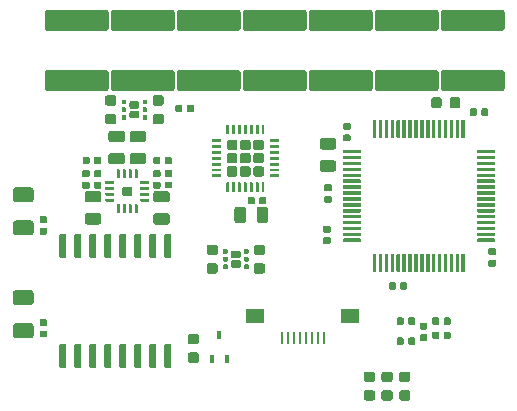
<source format=gbr>
G04 #@! TF.GenerationSoftware,KiCad,Pcbnew,(5.1.5)-2*
G04 #@! TF.CreationDate,2020-02-05T02:18:03-08:00*
G04 #@! TF.ProjectId,Motor_Gen2,4d6f746f-725f-4476-956e-322e6b696361,rev?*
G04 #@! TF.SameCoordinates,Original*
G04 #@! TF.FileFunction,Paste,Bot*
G04 #@! TF.FilePolarity,Positive*
%FSLAX46Y46*%
G04 Gerber Fmt 4.6, Leading zero omitted, Abs format (unit mm)*
G04 Created by KiCad (PCBNEW (5.1.5)-2) date 2020-02-05 02:18:03*
%MOMM*%
%LPD*%
G04 APERTURE LIST*
%ADD10C,0.100000*%
%ADD11R,0.280000X1.000000*%
%ADD12R,1.650000X1.300000*%
%ADD13R,0.450000X0.700000*%
G04 APERTURE END LIST*
D10*
G36*
X107480142Y-98296574D02*
G01*
X107503803Y-98300084D01*
X107527007Y-98305896D01*
X107549529Y-98313954D01*
X107571153Y-98324182D01*
X107591670Y-98336479D01*
X107610883Y-98350729D01*
X107628607Y-98366793D01*
X107644671Y-98384517D01*
X107658921Y-98403730D01*
X107671218Y-98424247D01*
X107681446Y-98445871D01*
X107689504Y-98468393D01*
X107695316Y-98491597D01*
X107698826Y-98515258D01*
X107700000Y-98539150D01*
X107700000Y-99026650D01*
X107698826Y-99050542D01*
X107695316Y-99074203D01*
X107689504Y-99097407D01*
X107681446Y-99119929D01*
X107671218Y-99141553D01*
X107658921Y-99162070D01*
X107644671Y-99181283D01*
X107628607Y-99199007D01*
X107610883Y-99215071D01*
X107591670Y-99229321D01*
X107571153Y-99241618D01*
X107549529Y-99251846D01*
X107527007Y-99259904D01*
X107503803Y-99265716D01*
X107480142Y-99269226D01*
X107456250Y-99270400D01*
X106543750Y-99270400D01*
X106519858Y-99269226D01*
X106496197Y-99265716D01*
X106472993Y-99259904D01*
X106450471Y-99251846D01*
X106428847Y-99241618D01*
X106408330Y-99229321D01*
X106389117Y-99215071D01*
X106371393Y-99199007D01*
X106355329Y-99181283D01*
X106341079Y-99162070D01*
X106328782Y-99141553D01*
X106318554Y-99119929D01*
X106310496Y-99097407D01*
X106304684Y-99074203D01*
X106301174Y-99050542D01*
X106300000Y-99026650D01*
X106300000Y-98539150D01*
X106301174Y-98515258D01*
X106304684Y-98491597D01*
X106310496Y-98468393D01*
X106318554Y-98445871D01*
X106328782Y-98424247D01*
X106341079Y-98403730D01*
X106355329Y-98384517D01*
X106371393Y-98366793D01*
X106389117Y-98350729D01*
X106408330Y-98336479D01*
X106428847Y-98324182D01*
X106450471Y-98313954D01*
X106472993Y-98305896D01*
X106496197Y-98300084D01*
X106519858Y-98296574D01*
X106543750Y-98295400D01*
X107456250Y-98295400D01*
X107480142Y-98296574D01*
G37*
G36*
X107480142Y-100171574D02*
G01*
X107503803Y-100175084D01*
X107527007Y-100180896D01*
X107549529Y-100188954D01*
X107571153Y-100199182D01*
X107591670Y-100211479D01*
X107610883Y-100225729D01*
X107628607Y-100241793D01*
X107644671Y-100259517D01*
X107658921Y-100278730D01*
X107671218Y-100299247D01*
X107681446Y-100320871D01*
X107689504Y-100343393D01*
X107695316Y-100366597D01*
X107698826Y-100390258D01*
X107700000Y-100414150D01*
X107700000Y-100901650D01*
X107698826Y-100925542D01*
X107695316Y-100949203D01*
X107689504Y-100972407D01*
X107681446Y-100994929D01*
X107671218Y-101016553D01*
X107658921Y-101037070D01*
X107644671Y-101056283D01*
X107628607Y-101074007D01*
X107610883Y-101090071D01*
X107591670Y-101104321D01*
X107571153Y-101116618D01*
X107549529Y-101126846D01*
X107527007Y-101134904D01*
X107503803Y-101140716D01*
X107480142Y-101144226D01*
X107456250Y-101145400D01*
X106543750Y-101145400D01*
X106519858Y-101144226D01*
X106496197Y-101140716D01*
X106472993Y-101134904D01*
X106450471Y-101126846D01*
X106428847Y-101116618D01*
X106408330Y-101104321D01*
X106389117Y-101090071D01*
X106371393Y-101074007D01*
X106355329Y-101056283D01*
X106341079Y-101037070D01*
X106328782Y-101016553D01*
X106318554Y-100994929D01*
X106310496Y-100972407D01*
X106304684Y-100949203D01*
X106301174Y-100925542D01*
X106300000Y-100901650D01*
X106300000Y-100414150D01*
X106301174Y-100390258D01*
X106304684Y-100366597D01*
X106310496Y-100343393D01*
X106318554Y-100320871D01*
X106328782Y-100299247D01*
X106341079Y-100278730D01*
X106355329Y-100259517D01*
X106371393Y-100241793D01*
X106389117Y-100225729D01*
X106408330Y-100211479D01*
X106428847Y-100199182D01*
X106450471Y-100188954D01*
X106472993Y-100180896D01*
X106496197Y-100175084D01*
X106519858Y-100171574D01*
X106543750Y-100170400D01*
X107456250Y-100170400D01*
X107480142Y-100171574D01*
G37*
D11*
X106624000Y-115239800D03*
X106124000Y-115239800D03*
X105624000Y-115239800D03*
X105124000Y-115239800D03*
X104624000Y-115239800D03*
X104124000Y-115239800D03*
X103624000Y-115239800D03*
D12*
X108899000Y-113339800D03*
X100849000Y-113339800D03*
D11*
X103124000Y-115239800D03*
D10*
G36*
X93646958Y-99880710D02*
G01*
X93661276Y-99882834D01*
X93675317Y-99886351D01*
X93688946Y-99891228D01*
X93702031Y-99897417D01*
X93714447Y-99904858D01*
X93726073Y-99913481D01*
X93736798Y-99923202D01*
X93746519Y-99933927D01*
X93755142Y-99945553D01*
X93762583Y-99957969D01*
X93768772Y-99971054D01*
X93773649Y-99984683D01*
X93777166Y-99998724D01*
X93779290Y-100013042D01*
X93780000Y-100027500D01*
X93780000Y-100372500D01*
X93779290Y-100386958D01*
X93777166Y-100401276D01*
X93773649Y-100415317D01*
X93768772Y-100428946D01*
X93762583Y-100442031D01*
X93755142Y-100454447D01*
X93746519Y-100466073D01*
X93736798Y-100476798D01*
X93726073Y-100486519D01*
X93714447Y-100495142D01*
X93702031Y-100502583D01*
X93688946Y-100508772D01*
X93675317Y-100513649D01*
X93661276Y-100517166D01*
X93646958Y-100519290D01*
X93632500Y-100520000D01*
X93337500Y-100520000D01*
X93323042Y-100519290D01*
X93308724Y-100517166D01*
X93294683Y-100513649D01*
X93281054Y-100508772D01*
X93267969Y-100502583D01*
X93255553Y-100495142D01*
X93243927Y-100486519D01*
X93233202Y-100476798D01*
X93223481Y-100466073D01*
X93214858Y-100454447D01*
X93207417Y-100442031D01*
X93201228Y-100428946D01*
X93196351Y-100415317D01*
X93192834Y-100401276D01*
X93190710Y-100386958D01*
X93190000Y-100372500D01*
X93190000Y-100027500D01*
X93190710Y-100013042D01*
X93192834Y-99998724D01*
X93196351Y-99984683D01*
X93201228Y-99971054D01*
X93207417Y-99957969D01*
X93214858Y-99945553D01*
X93223481Y-99933927D01*
X93233202Y-99923202D01*
X93243927Y-99913481D01*
X93255553Y-99904858D01*
X93267969Y-99897417D01*
X93281054Y-99891228D01*
X93294683Y-99886351D01*
X93308724Y-99882834D01*
X93323042Y-99880710D01*
X93337500Y-99880000D01*
X93632500Y-99880000D01*
X93646958Y-99880710D01*
G37*
G36*
X92676958Y-99880710D02*
G01*
X92691276Y-99882834D01*
X92705317Y-99886351D01*
X92718946Y-99891228D01*
X92732031Y-99897417D01*
X92744447Y-99904858D01*
X92756073Y-99913481D01*
X92766798Y-99923202D01*
X92776519Y-99933927D01*
X92785142Y-99945553D01*
X92792583Y-99957969D01*
X92798772Y-99971054D01*
X92803649Y-99984683D01*
X92807166Y-99998724D01*
X92809290Y-100013042D01*
X92810000Y-100027500D01*
X92810000Y-100372500D01*
X92809290Y-100386958D01*
X92807166Y-100401276D01*
X92803649Y-100415317D01*
X92798772Y-100428946D01*
X92792583Y-100442031D01*
X92785142Y-100454447D01*
X92776519Y-100466073D01*
X92766798Y-100476798D01*
X92756073Y-100486519D01*
X92744447Y-100495142D01*
X92732031Y-100502583D01*
X92718946Y-100508772D01*
X92705317Y-100513649D01*
X92691276Y-100517166D01*
X92676958Y-100519290D01*
X92662500Y-100520000D01*
X92367500Y-100520000D01*
X92353042Y-100519290D01*
X92338724Y-100517166D01*
X92324683Y-100513649D01*
X92311054Y-100508772D01*
X92297969Y-100502583D01*
X92285553Y-100495142D01*
X92273927Y-100486519D01*
X92263202Y-100476798D01*
X92253481Y-100466073D01*
X92244858Y-100454447D01*
X92237417Y-100442031D01*
X92231228Y-100428946D01*
X92226351Y-100415317D01*
X92222834Y-100401276D01*
X92220710Y-100386958D01*
X92220000Y-100372500D01*
X92220000Y-100027500D01*
X92220710Y-100013042D01*
X92222834Y-99998724D01*
X92226351Y-99984683D01*
X92231228Y-99971054D01*
X92237417Y-99957969D01*
X92244858Y-99945553D01*
X92253481Y-99933927D01*
X92263202Y-99923202D01*
X92273927Y-99913481D01*
X92285553Y-99904858D01*
X92297969Y-99897417D01*
X92311054Y-99891228D01*
X92324683Y-99886351D01*
X92338724Y-99882834D01*
X92353042Y-99880710D01*
X92367500Y-99880000D01*
X92662500Y-99880000D01*
X92676958Y-99880710D01*
G37*
G36*
X84719703Y-106425722D02*
G01*
X84734264Y-106427882D01*
X84748543Y-106431459D01*
X84762403Y-106436418D01*
X84775710Y-106442712D01*
X84788336Y-106450280D01*
X84800159Y-106459048D01*
X84811066Y-106468934D01*
X84820952Y-106479841D01*
X84829720Y-106491664D01*
X84837288Y-106504290D01*
X84843582Y-106517597D01*
X84848541Y-106531457D01*
X84852118Y-106545736D01*
X84854278Y-106560297D01*
X84855000Y-106575000D01*
X84855000Y-108325000D01*
X84854278Y-108339703D01*
X84852118Y-108354264D01*
X84848541Y-108368543D01*
X84843582Y-108382403D01*
X84837288Y-108395710D01*
X84829720Y-108408336D01*
X84820952Y-108420159D01*
X84811066Y-108431066D01*
X84800159Y-108440952D01*
X84788336Y-108449720D01*
X84775710Y-108457288D01*
X84762403Y-108463582D01*
X84748543Y-108468541D01*
X84734264Y-108472118D01*
X84719703Y-108474278D01*
X84705000Y-108475000D01*
X84405000Y-108475000D01*
X84390297Y-108474278D01*
X84375736Y-108472118D01*
X84361457Y-108468541D01*
X84347597Y-108463582D01*
X84334290Y-108457288D01*
X84321664Y-108449720D01*
X84309841Y-108440952D01*
X84298934Y-108431066D01*
X84289048Y-108420159D01*
X84280280Y-108408336D01*
X84272712Y-108395710D01*
X84266418Y-108382403D01*
X84261459Y-108368543D01*
X84257882Y-108354264D01*
X84255722Y-108339703D01*
X84255000Y-108325000D01*
X84255000Y-106575000D01*
X84255722Y-106560297D01*
X84257882Y-106545736D01*
X84261459Y-106531457D01*
X84266418Y-106517597D01*
X84272712Y-106504290D01*
X84280280Y-106491664D01*
X84289048Y-106479841D01*
X84298934Y-106468934D01*
X84309841Y-106459048D01*
X84321664Y-106450280D01*
X84334290Y-106442712D01*
X84347597Y-106436418D01*
X84361457Y-106431459D01*
X84375736Y-106427882D01*
X84390297Y-106425722D01*
X84405000Y-106425000D01*
X84705000Y-106425000D01*
X84719703Y-106425722D01*
G37*
G36*
X85989703Y-106425722D02*
G01*
X86004264Y-106427882D01*
X86018543Y-106431459D01*
X86032403Y-106436418D01*
X86045710Y-106442712D01*
X86058336Y-106450280D01*
X86070159Y-106459048D01*
X86081066Y-106468934D01*
X86090952Y-106479841D01*
X86099720Y-106491664D01*
X86107288Y-106504290D01*
X86113582Y-106517597D01*
X86118541Y-106531457D01*
X86122118Y-106545736D01*
X86124278Y-106560297D01*
X86125000Y-106575000D01*
X86125000Y-108325000D01*
X86124278Y-108339703D01*
X86122118Y-108354264D01*
X86118541Y-108368543D01*
X86113582Y-108382403D01*
X86107288Y-108395710D01*
X86099720Y-108408336D01*
X86090952Y-108420159D01*
X86081066Y-108431066D01*
X86070159Y-108440952D01*
X86058336Y-108449720D01*
X86045710Y-108457288D01*
X86032403Y-108463582D01*
X86018543Y-108468541D01*
X86004264Y-108472118D01*
X85989703Y-108474278D01*
X85975000Y-108475000D01*
X85675000Y-108475000D01*
X85660297Y-108474278D01*
X85645736Y-108472118D01*
X85631457Y-108468541D01*
X85617597Y-108463582D01*
X85604290Y-108457288D01*
X85591664Y-108449720D01*
X85579841Y-108440952D01*
X85568934Y-108431066D01*
X85559048Y-108420159D01*
X85550280Y-108408336D01*
X85542712Y-108395710D01*
X85536418Y-108382403D01*
X85531459Y-108368543D01*
X85527882Y-108354264D01*
X85525722Y-108339703D01*
X85525000Y-108325000D01*
X85525000Y-106575000D01*
X85525722Y-106560297D01*
X85527882Y-106545736D01*
X85531459Y-106531457D01*
X85536418Y-106517597D01*
X85542712Y-106504290D01*
X85550280Y-106491664D01*
X85559048Y-106479841D01*
X85568934Y-106468934D01*
X85579841Y-106459048D01*
X85591664Y-106450280D01*
X85604290Y-106442712D01*
X85617597Y-106436418D01*
X85631457Y-106431459D01*
X85645736Y-106427882D01*
X85660297Y-106425722D01*
X85675000Y-106425000D01*
X85975000Y-106425000D01*
X85989703Y-106425722D01*
G37*
G36*
X87259703Y-106425722D02*
G01*
X87274264Y-106427882D01*
X87288543Y-106431459D01*
X87302403Y-106436418D01*
X87315710Y-106442712D01*
X87328336Y-106450280D01*
X87340159Y-106459048D01*
X87351066Y-106468934D01*
X87360952Y-106479841D01*
X87369720Y-106491664D01*
X87377288Y-106504290D01*
X87383582Y-106517597D01*
X87388541Y-106531457D01*
X87392118Y-106545736D01*
X87394278Y-106560297D01*
X87395000Y-106575000D01*
X87395000Y-108325000D01*
X87394278Y-108339703D01*
X87392118Y-108354264D01*
X87388541Y-108368543D01*
X87383582Y-108382403D01*
X87377288Y-108395710D01*
X87369720Y-108408336D01*
X87360952Y-108420159D01*
X87351066Y-108431066D01*
X87340159Y-108440952D01*
X87328336Y-108449720D01*
X87315710Y-108457288D01*
X87302403Y-108463582D01*
X87288543Y-108468541D01*
X87274264Y-108472118D01*
X87259703Y-108474278D01*
X87245000Y-108475000D01*
X86945000Y-108475000D01*
X86930297Y-108474278D01*
X86915736Y-108472118D01*
X86901457Y-108468541D01*
X86887597Y-108463582D01*
X86874290Y-108457288D01*
X86861664Y-108449720D01*
X86849841Y-108440952D01*
X86838934Y-108431066D01*
X86829048Y-108420159D01*
X86820280Y-108408336D01*
X86812712Y-108395710D01*
X86806418Y-108382403D01*
X86801459Y-108368543D01*
X86797882Y-108354264D01*
X86795722Y-108339703D01*
X86795000Y-108325000D01*
X86795000Y-106575000D01*
X86795722Y-106560297D01*
X86797882Y-106545736D01*
X86801459Y-106531457D01*
X86806418Y-106517597D01*
X86812712Y-106504290D01*
X86820280Y-106491664D01*
X86829048Y-106479841D01*
X86838934Y-106468934D01*
X86849841Y-106459048D01*
X86861664Y-106450280D01*
X86874290Y-106442712D01*
X86887597Y-106436418D01*
X86901457Y-106431459D01*
X86915736Y-106427882D01*
X86930297Y-106425722D01*
X86945000Y-106425000D01*
X87245000Y-106425000D01*
X87259703Y-106425722D01*
G37*
G36*
X88529703Y-106425722D02*
G01*
X88544264Y-106427882D01*
X88558543Y-106431459D01*
X88572403Y-106436418D01*
X88585710Y-106442712D01*
X88598336Y-106450280D01*
X88610159Y-106459048D01*
X88621066Y-106468934D01*
X88630952Y-106479841D01*
X88639720Y-106491664D01*
X88647288Y-106504290D01*
X88653582Y-106517597D01*
X88658541Y-106531457D01*
X88662118Y-106545736D01*
X88664278Y-106560297D01*
X88665000Y-106575000D01*
X88665000Y-108325000D01*
X88664278Y-108339703D01*
X88662118Y-108354264D01*
X88658541Y-108368543D01*
X88653582Y-108382403D01*
X88647288Y-108395710D01*
X88639720Y-108408336D01*
X88630952Y-108420159D01*
X88621066Y-108431066D01*
X88610159Y-108440952D01*
X88598336Y-108449720D01*
X88585710Y-108457288D01*
X88572403Y-108463582D01*
X88558543Y-108468541D01*
X88544264Y-108472118D01*
X88529703Y-108474278D01*
X88515000Y-108475000D01*
X88215000Y-108475000D01*
X88200297Y-108474278D01*
X88185736Y-108472118D01*
X88171457Y-108468541D01*
X88157597Y-108463582D01*
X88144290Y-108457288D01*
X88131664Y-108449720D01*
X88119841Y-108440952D01*
X88108934Y-108431066D01*
X88099048Y-108420159D01*
X88090280Y-108408336D01*
X88082712Y-108395710D01*
X88076418Y-108382403D01*
X88071459Y-108368543D01*
X88067882Y-108354264D01*
X88065722Y-108339703D01*
X88065000Y-108325000D01*
X88065000Y-106575000D01*
X88065722Y-106560297D01*
X88067882Y-106545736D01*
X88071459Y-106531457D01*
X88076418Y-106517597D01*
X88082712Y-106504290D01*
X88090280Y-106491664D01*
X88099048Y-106479841D01*
X88108934Y-106468934D01*
X88119841Y-106459048D01*
X88131664Y-106450280D01*
X88144290Y-106442712D01*
X88157597Y-106436418D01*
X88171457Y-106431459D01*
X88185736Y-106427882D01*
X88200297Y-106425722D01*
X88215000Y-106425000D01*
X88515000Y-106425000D01*
X88529703Y-106425722D01*
G37*
G36*
X89799703Y-106425722D02*
G01*
X89814264Y-106427882D01*
X89828543Y-106431459D01*
X89842403Y-106436418D01*
X89855710Y-106442712D01*
X89868336Y-106450280D01*
X89880159Y-106459048D01*
X89891066Y-106468934D01*
X89900952Y-106479841D01*
X89909720Y-106491664D01*
X89917288Y-106504290D01*
X89923582Y-106517597D01*
X89928541Y-106531457D01*
X89932118Y-106545736D01*
X89934278Y-106560297D01*
X89935000Y-106575000D01*
X89935000Y-108325000D01*
X89934278Y-108339703D01*
X89932118Y-108354264D01*
X89928541Y-108368543D01*
X89923582Y-108382403D01*
X89917288Y-108395710D01*
X89909720Y-108408336D01*
X89900952Y-108420159D01*
X89891066Y-108431066D01*
X89880159Y-108440952D01*
X89868336Y-108449720D01*
X89855710Y-108457288D01*
X89842403Y-108463582D01*
X89828543Y-108468541D01*
X89814264Y-108472118D01*
X89799703Y-108474278D01*
X89785000Y-108475000D01*
X89485000Y-108475000D01*
X89470297Y-108474278D01*
X89455736Y-108472118D01*
X89441457Y-108468541D01*
X89427597Y-108463582D01*
X89414290Y-108457288D01*
X89401664Y-108449720D01*
X89389841Y-108440952D01*
X89378934Y-108431066D01*
X89369048Y-108420159D01*
X89360280Y-108408336D01*
X89352712Y-108395710D01*
X89346418Y-108382403D01*
X89341459Y-108368543D01*
X89337882Y-108354264D01*
X89335722Y-108339703D01*
X89335000Y-108325000D01*
X89335000Y-106575000D01*
X89335722Y-106560297D01*
X89337882Y-106545736D01*
X89341459Y-106531457D01*
X89346418Y-106517597D01*
X89352712Y-106504290D01*
X89360280Y-106491664D01*
X89369048Y-106479841D01*
X89378934Y-106468934D01*
X89389841Y-106459048D01*
X89401664Y-106450280D01*
X89414290Y-106442712D01*
X89427597Y-106436418D01*
X89441457Y-106431459D01*
X89455736Y-106427882D01*
X89470297Y-106425722D01*
X89485000Y-106425000D01*
X89785000Y-106425000D01*
X89799703Y-106425722D01*
G37*
G36*
X91069703Y-106425722D02*
G01*
X91084264Y-106427882D01*
X91098543Y-106431459D01*
X91112403Y-106436418D01*
X91125710Y-106442712D01*
X91138336Y-106450280D01*
X91150159Y-106459048D01*
X91161066Y-106468934D01*
X91170952Y-106479841D01*
X91179720Y-106491664D01*
X91187288Y-106504290D01*
X91193582Y-106517597D01*
X91198541Y-106531457D01*
X91202118Y-106545736D01*
X91204278Y-106560297D01*
X91205000Y-106575000D01*
X91205000Y-108325000D01*
X91204278Y-108339703D01*
X91202118Y-108354264D01*
X91198541Y-108368543D01*
X91193582Y-108382403D01*
X91187288Y-108395710D01*
X91179720Y-108408336D01*
X91170952Y-108420159D01*
X91161066Y-108431066D01*
X91150159Y-108440952D01*
X91138336Y-108449720D01*
X91125710Y-108457288D01*
X91112403Y-108463582D01*
X91098543Y-108468541D01*
X91084264Y-108472118D01*
X91069703Y-108474278D01*
X91055000Y-108475000D01*
X90755000Y-108475000D01*
X90740297Y-108474278D01*
X90725736Y-108472118D01*
X90711457Y-108468541D01*
X90697597Y-108463582D01*
X90684290Y-108457288D01*
X90671664Y-108449720D01*
X90659841Y-108440952D01*
X90648934Y-108431066D01*
X90639048Y-108420159D01*
X90630280Y-108408336D01*
X90622712Y-108395710D01*
X90616418Y-108382403D01*
X90611459Y-108368543D01*
X90607882Y-108354264D01*
X90605722Y-108339703D01*
X90605000Y-108325000D01*
X90605000Y-106575000D01*
X90605722Y-106560297D01*
X90607882Y-106545736D01*
X90611459Y-106531457D01*
X90616418Y-106517597D01*
X90622712Y-106504290D01*
X90630280Y-106491664D01*
X90639048Y-106479841D01*
X90648934Y-106468934D01*
X90659841Y-106459048D01*
X90671664Y-106450280D01*
X90684290Y-106442712D01*
X90697597Y-106436418D01*
X90711457Y-106431459D01*
X90725736Y-106427882D01*
X90740297Y-106425722D01*
X90755000Y-106425000D01*
X91055000Y-106425000D01*
X91069703Y-106425722D01*
G37*
G36*
X92339703Y-106425722D02*
G01*
X92354264Y-106427882D01*
X92368543Y-106431459D01*
X92382403Y-106436418D01*
X92395710Y-106442712D01*
X92408336Y-106450280D01*
X92420159Y-106459048D01*
X92431066Y-106468934D01*
X92440952Y-106479841D01*
X92449720Y-106491664D01*
X92457288Y-106504290D01*
X92463582Y-106517597D01*
X92468541Y-106531457D01*
X92472118Y-106545736D01*
X92474278Y-106560297D01*
X92475000Y-106575000D01*
X92475000Y-108325000D01*
X92474278Y-108339703D01*
X92472118Y-108354264D01*
X92468541Y-108368543D01*
X92463582Y-108382403D01*
X92457288Y-108395710D01*
X92449720Y-108408336D01*
X92440952Y-108420159D01*
X92431066Y-108431066D01*
X92420159Y-108440952D01*
X92408336Y-108449720D01*
X92395710Y-108457288D01*
X92382403Y-108463582D01*
X92368543Y-108468541D01*
X92354264Y-108472118D01*
X92339703Y-108474278D01*
X92325000Y-108475000D01*
X92025000Y-108475000D01*
X92010297Y-108474278D01*
X91995736Y-108472118D01*
X91981457Y-108468541D01*
X91967597Y-108463582D01*
X91954290Y-108457288D01*
X91941664Y-108449720D01*
X91929841Y-108440952D01*
X91918934Y-108431066D01*
X91909048Y-108420159D01*
X91900280Y-108408336D01*
X91892712Y-108395710D01*
X91886418Y-108382403D01*
X91881459Y-108368543D01*
X91877882Y-108354264D01*
X91875722Y-108339703D01*
X91875000Y-108325000D01*
X91875000Y-106575000D01*
X91875722Y-106560297D01*
X91877882Y-106545736D01*
X91881459Y-106531457D01*
X91886418Y-106517597D01*
X91892712Y-106504290D01*
X91900280Y-106491664D01*
X91909048Y-106479841D01*
X91918934Y-106468934D01*
X91929841Y-106459048D01*
X91941664Y-106450280D01*
X91954290Y-106442712D01*
X91967597Y-106436418D01*
X91981457Y-106431459D01*
X91995736Y-106427882D01*
X92010297Y-106425722D01*
X92025000Y-106425000D01*
X92325000Y-106425000D01*
X92339703Y-106425722D01*
G37*
G36*
X93609703Y-106425722D02*
G01*
X93624264Y-106427882D01*
X93638543Y-106431459D01*
X93652403Y-106436418D01*
X93665710Y-106442712D01*
X93678336Y-106450280D01*
X93690159Y-106459048D01*
X93701066Y-106468934D01*
X93710952Y-106479841D01*
X93719720Y-106491664D01*
X93727288Y-106504290D01*
X93733582Y-106517597D01*
X93738541Y-106531457D01*
X93742118Y-106545736D01*
X93744278Y-106560297D01*
X93745000Y-106575000D01*
X93745000Y-108325000D01*
X93744278Y-108339703D01*
X93742118Y-108354264D01*
X93738541Y-108368543D01*
X93733582Y-108382403D01*
X93727288Y-108395710D01*
X93719720Y-108408336D01*
X93710952Y-108420159D01*
X93701066Y-108431066D01*
X93690159Y-108440952D01*
X93678336Y-108449720D01*
X93665710Y-108457288D01*
X93652403Y-108463582D01*
X93638543Y-108468541D01*
X93624264Y-108472118D01*
X93609703Y-108474278D01*
X93595000Y-108475000D01*
X93295000Y-108475000D01*
X93280297Y-108474278D01*
X93265736Y-108472118D01*
X93251457Y-108468541D01*
X93237597Y-108463582D01*
X93224290Y-108457288D01*
X93211664Y-108449720D01*
X93199841Y-108440952D01*
X93188934Y-108431066D01*
X93179048Y-108420159D01*
X93170280Y-108408336D01*
X93162712Y-108395710D01*
X93156418Y-108382403D01*
X93151459Y-108368543D01*
X93147882Y-108354264D01*
X93145722Y-108339703D01*
X93145000Y-108325000D01*
X93145000Y-106575000D01*
X93145722Y-106560297D01*
X93147882Y-106545736D01*
X93151459Y-106531457D01*
X93156418Y-106517597D01*
X93162712Y-106504290D01*
X93170280Y-106491664D01*
X93179048Y-106479841D01*
X93188934Y-106468934D01*
X93199841Y-106459048D01*
X93211664Y-106450280D01*
X93224290Y-106442712D01*
X93237597Y-106436418D01*
X93251457Y-106431459D01*
X93265736Y-106427882D01*
X93280297Y-106425722D01*
X93295000Y-106425000D01*
X93595000Y-106425000D01*
X93609703Y-106425722D01*
G37*
G36*
X93609703Y-115725722D02*
G01*
X93624264Y-115727882D01*
X93638543Y-115731459D01*
X93652403Y-115736418D01*
X93665710Y-115742712D01*
X93678336Y-115750280D01*
X93690159Y-115759048D01*
X93701066Y-115768934D01*
X93710952Y-115779841D01*
X93719720Y-115791664D01*
X93727288Y-115804290D01*
X93733582Y-115817597D01*
X93738541Y-115831457D01*
X93742118Y-115845736D01*
X93744278Y-115860297D01*
X93745000Y-115875000D01*
X93745000Y-117625000D01*
X93744278Y-117639703D01*
X93742118Y-117654264D01*
X93738541Y-117668543D01*
X93733582Y-117682403D01*
X93727288Y-117695710D01*
X93719720Y-117708336D01*
X93710952Y-117720159D01*
X93701066Y-117731066D01*
X93690159Y-117740952D01*
X93678336Y-117749720D01*
X93665710Y-117757288D01*
X93652403Y-117763582D01*
X93638543Y-117768541D01*
X93624264Y-117772118D01*
X93609703Y-117774278D01*
X93595000Y-117775000D01*
X93295000Y-117775000D01*
X93280297Y-117774278D01*
X93265736Y-117772118D01*
X93251457Y-117768541D01*
X93237597Y-117763582D01*
X93224290Y-117757288D01*
X93211664Y-117749720D01*
X93199841Y-117740952D01*
X93188934Y-117731066D01*
X93179048Y-117720159D01*
X93170280Y-117708336D01*
X93162712Y-117695710D01*
X93156418Y-117682403D01*
X93151459Y-117668543D01*
X93147882Y-117654264D01*
X93145722Y-117639703D01*
X93145000Y-117625000D01*
X93145000Y-115875000D01*
X93145722Y-115860297D01*
X93147882Y-115845736D01*
X93151459Y-115831457D01*
X93156418Y-115817597D01*
X93162712Y-115804290D01*
X93170280Y-115791664D01*
X93179048Y-115779841D01*
X93188934Y-115768934D01*
X93199841Y-115759048D01*
X93211664Y-115750280D01*
X93224290Y-115742712D01*
X93237597Y-115736418D01*
X93251457Y-115731459D01*
X93265736Y-115727882D01*
X93280297Y-115725722D01*
X93295000Y-115725000D01*
X93595000Y-115725000D01*
X93609703Y-115725722D01*
G37*
G36*
X92339703Y-115725722D02*
G01*
X92354264Y-115727882D01*
X92368543Y-115731459D01*
X92382403Y-115736418D01*
X92395710Y-115742712D01*
X92408336Y-115750280D01*
X92420159Y-115759048D01*
X92431066Y-115768934D01*
X92440952Y-115779841D01*
X92449720Y-115791664D01*
X92457288Y-115804290D01*
X92463582Y-115817597D01*
X92468541Y-115831457D01*
X92472118Y-115845736D01*
X92474278Y-115860297D01*
X92475000Y-115875000D01*
X92475000Y-117625000D01*
X92474278Y-117639703D01*
X92472118Y-117654264D01*
X92468541Y-117668543D01*
X92463582Y-117682403D01*
X92457288Y-117695710D01*
X92449720Y-117708336D01*
X92440952Y-117720159D01*
X92431066Y-117731066D01*
X92420159Y-117740952D01*
X92408336Y-117749720D01*
X92395710Y-117757288D01*
X92382403Y-117763582D01*
X92368543Y-117768541D01*
X92354264Y-117772118D01*
X92339703Y-117774278D01*
X92325000Y-117775000D01*
X92025000Y-117775000D01*
X92010297Y-117774278D01*
X91995736Y-117772118D01*
X91981457Y-117768541D01*
X91967597Y-117763582D01*
X91954290Y-117757288D01*
X91941664Y-117749720D01*
X91929841Y-117740952D01*
X91918934Y-117731066D01*
X91909048Y-117720159D01*
X91900280Y-117708336D01*
X91892712Y-117695710D01*
X91886418Y-117682403D01*
X91881459Y-117668543D01*
X91877882Y-117654264D01*
X91875722Y-117639703D01*
X91875000Y-117625000D01*
X91875000Y-115875000D01*
X91875722Y-115860297D01*
X91877882Y-115845736D01*
X91881459Y-115831457D01*
X91886418Y-115817597D01*
X91892712Y-115804290D01*
X91900280Y-115791664D01*
X91909048Y-115779841D01*
X91918934Y-115768934D01*
X91929841Y-115759048D01*
X91941664Y-115750280D01*
X91954290Y-115742712D01*
X91967597Y-115736418D01*
X91981457Y-115731459D01*
X91995736Y-115727882D01*
X92010297Y-115725722D01*
X92025000Y-115725000D01*
X92325000Y-115725000D01*
X92339703Y-115725722D01*
G37*
G36*
X91069703Y-115725722D02*
G01*
X91084264Y-115727882D01*
X91098543Y-115731459D01*
X91112403Y-115736418D01*
X91125710Y-115742712D01*
X91138336Y-115750280D01*
X91150159Y-115759048D01*
X91161066Y-115768934D01*
X91170952Y-115779841D01*
X91179720Y-115791664D01*
X91187288Y-115804290D01*
X91193582Y-115817597D01*
X91198541Y-115831457D01*
X91202118Y-115845736D01*
X91204278Y-115860297D01*
X91205000Y-115875000D01*
X91205000Y-117625000D01*
X91204278Y-117639703D01*
X91202118Y-117654264D01*
X91198541Y-117668543D01*
X91193582Y-117682403D01*
X91187288Y-117695710D01*
X91179720Y-117708336D01*
X91170952Y-117720159D01*
X91161066Y-117731066D01*
X91150159Y-117740952D01*
X91138336Y-117749720D01*
X91125710Y-117757288D01*
X91112403Y-117763582D01*
X91098543Y-117768541D01*
X91084264Y-117772118D01*
X91069703Y-117774278D01*
X91055000Y-117775000D01*
X90755000Y-117775000D01*
X90740297Y-117774278D01*
X90725736Y-117772118D01*
X90711457Y-117768541D01*
X90697597Y-117763582D01*
X90684290Y-117757288D01*
X90671664Y-117749720D01*
X90659841Y-117740952D01*
X90648934Y-117731066D01*
X90639048Y-117720159D01*
X90630280Y-117708336D01*
X90622712Y-117695710D01*
X90616418Y-117682403D01*
X90611459Y-117668543D01*
X90607882Y-117654264D01*
X90605722Y-117639703D01*
X90605000Y-117625000D01*
X90605000Y-115875000D01*
X90605722Y-115860297D01*
X90607882Y-115845736D01*
X90611459Y-115831457D01*
X90616418Y-115817597D01*
X90622712Y-115804290D01*
X90630280Y-115791664D01*
X90639048Y-115779841D01*
X90648934Y-115768934D01*
X90659841Y-115759048D01*
X90671664Y-115750280D01*
X90684290Y-115742712D01*
X90697597Y-115736418D01*
X90711457Y-115731459D01*
X90725736Y-115727882D01*
X90740297Y-115725722D01*
X90755000Y-115725000D01*
X91055000Y-115725000D01*
X91069703Y-115725722D01*
G37*
G36*
X89799703Y-115725722D02*
G01*
X89814264Y-115727882D01*
X89828543Y-115731459D01*
X89842403Y-115736418D01*
X89855710Y-115742712D01*
X89868336Y-115750280D01*
X89880159Y-115759048D01*
X89891066Y-115768934D01*
X89900952Y-115779841D01*
X89909720Y-115791664D01*
X89917288Y-115804290D01*
X89923582Y-115817597D01*
X89928541Y-115831457D01*
X89932118Y-115845736D01*
X89934278Y-115860297D01*
X89935000Y-115875000D01*
X89935000Y-117625000D01*
X89934278Y-117639703D01*
X89932118Y-117654264D01*
X89928541Y-117668543D01*
X89923582Y-117682403D01*
X89917288Y-117695710D01*
X89909720Y-117708336D01*
X89900952Y-117720159D01*
X89891066Y-117731066D01*
X89880159Y-117740952D01*
X89868336Y-117749720D01*
X89855710Y-117757288D01*
X89842403Y-117763582D01*
X89828543Y-117768541D01*
X89814264Y-117772118D01*
X89799703Y-117774278D01*
X89785000Y-117775000D01*
X89485000Y-117775000D01*
X89470297Y-117774278D01*
X89455736Y-117772118D01*
X89441457Y-117768541D01*
X89427597Y-117763582D01*
X89414290Y-117757288D01*
X89401664Y-117749720D01*
X89389841Y-117740952D01*
X89378934Y-117731066D01*
X89369048Y-117720159D01*
X89360280Y-117708336D01*
X89352712Y-117695710D01*
X89346418Y-117682403D01*
X89341459Y-117668543D01*
X89337882Y-117654264D01*
X89335722Y-117639703D01*
X89335000Y-117625000D01*
X89335000Y-115875000D01*
X89335722Y-115860297D01*
X89337882Y-115845736D01*
X89341459Y-115831457D01*
X89346418Y-115817597D01*
X89352712Y-115804290D01*
X89360280Y-115791664D01*
X89369048Y-115779841D01*
X89378934Y-115768934D01*
X89389841Y-115759048D01*
X89401664Y-115750280D01*
X89414290Y-115742712D01*
X89427597Y-115736418D01*
X89441457Y-115731459D01*
X89455736Y-115727882D01*
X89470297Y-115725722D01*
X89485000Y-115725000D01*
X89785000Y-115725000D01*
X89799703Y-115725722D01*
G37*
G36*
X88529703Y-115725722D02*
G01*
X88544264Y-115727882D01*
X88558543Y-115731459D01*
X88572403Y-115736418D01*
X88585710Y-115742712D01*
X88598336Y-115750280D01*
X88610159Y-115759048D01*
X88621066Y-115768934D01*
X88630952Y-115779841D01*
X88639720Y-115791664D01*
X88647288Y-115804290D01*
X88653582Y-115817597D01*
X88658541Y-115831457D01*
X88662118Y-115845736D01*
X88664278Y-115860297D01*
X88665000Y-115875000D01*
X88665000Y-117625000D01*
X88664278Y-117639703D01*
X88662118Y-117654264D01*
X88658541Y-117668543D01*
X88653582Y-117682403D01*
X88647288Y-117695710D01*
X88639720Y-117708336D01*
X88630952Y-117720159D01*
X88621066Y-117731066D01*
X88610159Y-117740952D01*
X88598336Y-117749720D01*
X88585710Y-117757288D01*
X88572403Y-117763582D01*
X88558543Y-117768541D01*
X88544264Y-117772118D01*
X88529703Y-117774278D01*
X88515000Y-117775000D01*
X88215000Y-117775000D01*
X88200297Y-117774278D01*
X88185736Y-117772118D01*
X88171457Y-117768541D01*
X88157597Y-117763582D01*
X88144290Y-117757288D01*
X88131664Y-117749720D01*
X88119841Y-117740952D01*
X88108934Y-117731066D01*
X88099048Y-117720159D01*
X88090280Y-117708336D01*
X88082712Y-117695710D01*
X88076418Y-117682403D01*
X88071459Y-117668543D01*
X88067882Y-117654264D01*
X88065722Y-117639703D01*
X88065000Y-117625000D01*
X88065000Y-115875000D01*
X88065722Y-115860297D01*
X88067882Y-115845736D01*
X88071459Y-115831457D01*
X88076418Y-115817597D01*
X88082712Y-115804290D01*
X88090280Y-115791664D01*
X88099048Y-115779841D01*
X88108934Y-115768934D01*
X88119841Y-115759048D01*
X88131664Y-115750280D01*
X88144290Y-115742712D01*
X88157597Y-115736418D01*
X88171457Y-115731459D01*
X88185736Y-115727882D01*
X88200297Y-115725722D01*
X88215000Y-115725000D01*
X88515000Y-115725000D01*
X88529703Y-115725722D01*
G37*
G36*
X87259703Y-115725722D02*
G01*
X87274264Y-115727882D01*
X87288543Y-115731459D01*
X87302403Y-115736418D01*
X87315710Y-115742712D01*
X87328336Y-115750280D01*
X87340159Y-115759048D01*
X87351066Y-115768934D01*
X87360952Y-115779841D01*
X87369720Y-115791664D01*
X87377288Y-115804290D01*
X87383582Y-115817597D01*
X87388541Y-115831457D01*
X87392118Y-115845736D01*
X87394278Y-115860297D01*
X87395000Y-115875000D01*
X87395000Y-117625000D01*
X87394278Y-117639703D01*
X87392118Y-117654264D01*
X87388541Y-117668543D01*
X87383582Y-117682403D01*
X87377288Y-117695710D01*
X87369720Y-117708336D01*
X87360952Y-117720159D01*
X87351066Y-117731066D01*
X87340159Y-117740952D01*
X87328336Y-117749720D01*
X87315710Y-117757288D01*
X87302403Y-117763582D01*
X87288543Y-117768541D01*
X87274264Y-117772118D01*
X87259703Y-117774278D01*
X87245000Y-117775000D01*
X86945000Y-117775000D01*
X86930297Y-117774278D01*
X86915736Y-117772118D01*
X86901457Y-117768541D01*
X86887597Y-117763582D01*
X86874290Y-117757288D01*
X86861664Y-117749720D01*
X86849841Y-117740952D01*
X86838934Y-117731066D01*
X86829048Y-117720159D01*
X86820280Y-117708336D01*
X86812712Y-117695710D01*
X86806418Y-117682403D01*
X86801459Y-117668543D01*
X86797882Y-117654264D01*
X86795722Y-117639703D01*
X86795000Y-117625000D01*
X86795000Y-115875000D01*
X86795722Y-115860297D01*
X86797882Y-115845736D01*
X86801459Y-115831457D01*
X86806418Y-115817597D01*
X86812712Y-115804290D01*
X86820280Y-115791664D01*
X86829048Y-115779841D01*
X86838934Y-115768934D01*
X86849841Y-115759048D01*
X86861664Y-115750280D01*
X86874290Y-115742712D01*
X86887597Y-115736418D01*
X86901457Y-115731459D01*
X86915736Y-115727882D01*
X86930297Y-115725722D01*
X86945000Y-115725000D01*
X87245000Y-115725000D01*
X87259703Y-115725722D01*
G37*
G36*
X85989703Y-115725722D02*
G01*
X86004264Y-115727882D01*
X86018543Y-115731459D01*
X86032403Y-115736418D01*
X86045710Y-115742712D01*
X86058336Y-115750280D01*
X86070159Y-115759048D01*
X86081066Y-115768934D01*
X86090952Y-115779841D01*
X86099720Y-115791664D01*
X86107288Y-115804290D01*
X86113582Y-115817597D01*
X86118541Y-115831457D01*
X86122118Y-115845736D01*
X86124278Y-115860297D01*
X86125000Y-115875000D01*
X86125000Y-117625000D01*
X86124278Y-117639703D01*
X86122118Y-117654264D01*
X86118541Y-117668543D01*
X86113582Y-117682403D01*
X86107288Y-117695710D01*
X86099720Y-117708336D01*
X86090952Y-117720159D01*
X86081066Y-117731066D01*
X86070159Y-117740952D01*
X86058336Y-117749720D01*
X86045710Y-117757288D01*
X86032403Y-117763582D01*
X86018543Y-117768541D01*
X86004264Y-117772118D01*
X85989703Y-117774278D01*
X85975000Y-117775000D01*
X85675000Y-117775000D01*
X85660297Y-117774278D01*
X85645736Y-117772118D01*
X85631457Y-117768541D01*
X85617597Y-117763582D01*
X85604290Y-117757288D01*
X85591664Y-117749720D01*
X85579841Y-117740952D01*
X85568934Y-117731066D01*
X85559048Y-117720159D01*
X85550280Y-117708336D01*
X85542712Y-117695710D01*
X85536418Y-117682403D01*
X85531459Y-117668543D01*
X85527882Y-117654264D01*
X85525722Y-117639703D01*
X85525000Y-117625000D01*
X85525000Y-115875000D01*
X85525722Y-115860297D01*
X85527882Y-115845736D01*
X85531459Y-115831457D01*
X85536418Y-115817597D01*
X85542712Y-115804290D01*
X85550280Y-115791664D01*
X85559048Y-115779841D01*
X85568934Y-115768934D01*
X85579841Y-115759048D01*
X85591664Y-115750280D01*
X85604290Y-115742712D01*
X85617597Y-115736418D01*
X85631457Y-115731459D01*
X85645736Y-115727882D01*
X85660297Y-115725722D01*
X85675000Y-115725000D01*
X85975000Y-115725000D01*
X85989703Y-115725722D01*
G37*
G36*
X84719703Y-115725722D02*
G01*
X84734264Y-115727882D01*
X84748543Y-115731459D01*
X84762403Y-115736418D01*
X84775710Y-115742712D01*
X84788336Y-115750280D01*
X84800159Y-115759048D01*
X84811066Y-115768934D01*
X84820952Y-115779841D01*
X84829720Y-115791664D01*
X84837288Y-115804290D01*
X84843582Y-115817597D01*
X84848541Y-115831457D01*
X84852118Y-115845736D01*
X84854278Y-115860297D01*
X84855000Y-115875000D01*
X84855000Y-117625000D01*
X84854278Y-117639703D01*
X84852118Y-117654264D01*
X84848541Y-117668543D01*
X84843582Y-117682403D01*
X84837288Y-117695710D01*
X84829720Y-117708336D01*
X84820952Y-117720159D01*
X84811066Y-117731066D01*
X84800159Y-117740952D01*
X84788336Y-117749720D01*
X84775710Y-117757288D01*
X84762403Y-117763582D01*
X84748543Y-117768541D01*
X84734264Y-117772118D01*
X84719703Y-117774278D01*
X84705000Y-117775000D01*
X84405000Y-117775000D01*
X84390297Y-117774278D01*
X84375736Y-117772118D01*
X84361457Y-117768541D01*
X84347597Y-117763582D01*
X84334290Y-117757288D01*
X84321664Y-117749720D01*
X84309841Y-117740952D01*
X84298934Y-117731066D01*
X84289048Y-117720159D01*
X84280280Y-117708336D01*
X84272712Y-117695710D01*
X84266418Y-117682403D01*
X84261459Y-117668543D01*
X84257882Y-117654264D01*
X84255722Y-117639703D01*
X84255000Y-117625000D01*
X84255000Y-115875000D01*
X84255722Y-115860297D01*
X84257882Y-115845736D01*
X84261459Y-115831457D01*
X84266418Y-115817597D01*
X84272712Y-115804290D01*
X84280280Y-115791664D01*
X84289048Y-115779841D01*
X84298934Y-115768934D01*
X84309841Y-115759048D01*
X84321664Y-115750280D01*
X84334290Y-115742712D01*
X84347597Y-115736418D01*
X84361457Y-115731459D01*
X84375736Y-115727882D01*
X84390297Y-115725722D01*
X84405000Y-115725000D01*
X84705000Y-115725000D01*
X84719703Y-115725722D01*
G37*
G36*
X97893626Y-98375301D02*
G01*
X97899693Y-98376201D01*
X97905643Y-98377691D01*
X97911418Y-98379758D01*
X97916962Y-98382380D01*
X97922223Y-98385533D01*
X97927150Y-98389187D01*
X97931694Y-98393306D01*
X97935813Y-98397850D01*
X97939467Y-98402777D01*
X97942620Y-98408038D01*
X97945242Y-98413582D01*
X97947309Y-98419357D01*
X97948799Y-98425307D01*
X97949699Y-98431374D01*
X97950000Y-98437500D01*
X97950000Y-98562500D01*
X97949699Y-98568626D01*
X97948799Y-98574693D01*
X97947309Y-98580643D01*
X97945242Y-98586418D01*
X97942620Y-98591962D01*
X97939467Y-98597223D01*
X97935813Y-98602150D01*
X97931694Y-98606694D01*
X97927150Y-98610813D01*
X97922223Y-98614467D01*
X97916962Y-98617620D01*
X97911418Y-98620242D01*
X97905643Y-98622309D01*
X97899693Y-98623799D01*
X97893626Y-98624699D01*
X97887500Y-98625000D01*
X97212500Y-98625000D01*
X97206374Y-98624699D01*
X97200307Y-98623799D01*
X97194357Y-98622309D01*
X97188582Y-98620242D01*
X97183038Y-98617620D01*
X97177777Y-98614467D01*
X97172850Y-98610813D01*
X97168306Y-98606694D01*
X97164187Y-98602150D01*
X97160533Y-98597223D01*
X97157380Y-98591962D01*
X97154758Y-98586418D01*
X97152691Y-98580643D01*
X97151201Y-98574693D01*
X97150301Y-98568626D01*
X97150000Y-98562500D01*
X97150000Y-98437500D01*
X97150301Y-98431374D01*
X97151201Y-98425307D01*
X97152691Y-98419357D01*
X97154758Y-98413582D01*
X97157380Y-98408038D01*
X97160533Y-98402777D01*
X97164187Y-98397850D01*
X97168306Y-98393306D01*
X97172850Y-98389187D01*
X97177777Y-98385533D01*
X97183038Y-98382380D01*
X97188582Y-98379758D01*
X97194357Y-98377691D01*
X97200307Y-98376201D01*
X97206374Y-98375301D01*
X97212500Y-98375000D01*
X97887500Y-98375000D01*
X97893626Y-98375301D01*
G37*
G36*
X97893626Y-98875301D02*
G01*
X97899693Y-98876201D01*
X97905643Y-98877691D01*
X97911418Y-98879758D01*
X97916962Y-98882380D01*
X97922223Y-98885533D01*
X97927150Y-98889187D01*
X97931694Y-98893306D01*
X97935813Y-98897850D01*
X97939467Y-98902777D01*
X97942620Y-98908038D01*
X97945242Y-98913582D01*
X97947309Y-98919357D01*
X97948799Y-98925307D01*
X97949699Y-98931374D01*
X97950000Y-98937500D01*
X97950000Y-99062500D01*
X97949699Y-99068626D01*
X97948799Y-99074693D01*
X97947309Y-99080643D01*
X97945242Y-99086418D01*
X97942620Y-99091962D01*
X97939467Y-99097223D01*
X97935813Y-99102150D01*
X97931694Y-99106694D01*
X97927150Y-99110813D01*
X97922223Y-99114467D01*
X97916962Y-99117620D01*
X97911418Y-99120242D01*
X97905643Y-99122309D01*
X97899693Y-99123799D01*
X97893626Y-99124699D01*
X97887500Y-99125000D01*
X97212500Y-99125000D01*
X97206374Y-99124699D01*
X97200307Y-99123799D01*
X97194357Y-99122309D01*
X97188582Y-99120242D01*
X97183038Y-99117620D01*
X97177777Y-99114467D01*
X97172850Y-99110813D01*
X97168306Y-99106694D01*
X97164187Y-99102150D01*
X97160533Y-99097223D01*
X97157380Y-99091962D01*
X97154758Y-99086418D01*
X97152691Y-99080643D01*
X97151201Y-99074693D01*
X97150301Y-99068626D01*
X97150000Y-99062500D01*
X97150000Y-98937500D01*
X97150301Y-98931374D01*
X97151201Y-98925307D01*
X97152691Y-98919357D01*
X97154758Y-98913582D01*
X97157380Y-98908038D01*
X97160533Y-98902777D01*
X97164187Y-98897850D01*
X97168306Y-98893306D01*
X97172850Y-98889187D01*
X97177777Y-98885533D01*
X97183038Y-98882380D01*
X97188582Y-98879758D01*
X97194357Y-98877691D01*
X97200307Y-98876201D01*
X97206374Y-98875301D01*
X97212500Y-98875000D01*
X97887500Y-98875000D01*
X97893626Y-98875301D01*
G37*
G36*
X97893626Y-99375301D02*
G01*
X97899693Y-99376201D01*
X97905643Y-99377691D01*
X97911418Y-99379758D01*
X97916962Y-99382380D01*
X97922223Y-99385533D01*
X97927150Y-99389187D01*
X97931694Y-99393306D01*
X97935813Y-99397850D01*
X97939467Y-99402777D01*
X97942620Y-99408038D01*
X97945242Y-99413582D01*
X97947309Y-99419357D01*
X97948799Y-99425307D01*
X97949699Y-99431374D01*
X97950000Y-99437500D01*
X97950000Y-99562500D01*
X97949699Y-99568626D01*
X97948799Y-99574693D01*
X97947309Y-99580643D01*
X97945242Y-99586418D01*
X97942620Y-99591962D01*
X97939467Y-99597223D01*
X97935813Y-99602150D01*
X97931694Y-99606694D01*
X97927150Y-99610813D01*
X97922223Y-99614467D01*
X97916962Y-99617620D01*
X97911418Y-99620242D01*
X97905643Y-99622309D01*
X97899693Y-99623799D01*
X97893626Y-99624699D01*
X97887500Y-99625000D01*
X97212500Y-99625000D01*
X97206374Y-99624699D01*
X97200307Y-99623799D01*
X97194357Y-99622309D01*
X97188582Y-99620242D01*
X97183038Y-99617620D01*
X97177777Y-99614467D01*
X97172850Y-99610813D01*
X97168306Y-99606694D01*
X97164187Y-99602150D01*
X97160533Y-99597223D01*
X97157380Y-99591962D01*
X97154758Y-99586418D01*
X97152691Y-99580643D01*
X97151201Y-99574693D01*
X97150301Y-99568626D01*
X97150000Y-99562500D01*
X97150000Y-99437500D01*
X97150301Y-99431374D01*
X97151201Y-99425307D01*
X97152691Y-99419357D01*
X97154758Y-99413582D01*
X97157380Y-99408038D01*
X97160533Y-99402777D01*
X97164187Y-99397850D01*
X97168306Y-99393306D01*
X97172850Y-99389187D01*
X97177777Y-99385533D01*
X97183038Y-99382380D01*
X97188582Y-99379758D01*
X97194357Y-99377691D01*
X97200307Y-99376201D01*
X97206374Y-99375301D01*
X97212500Y-99375000D01*
X97887500Y-99375000D01*
X97893626Y-99375301D01*
G37*
G36*
X97893626Y-99875301D02*
G01*
X97899693Y-99876201D01*
X97905643Y-99877691D01*
X97911418Y-99879758D01*
X97916962Y-99882380D01*
X97922223Y-99885533D01*
X97927150Y-99889187D01*
X97931694Y-99893306D01*
X97935813Y-99897850D01*
X97939467Y-99902777D01*
X97942620Y-99908038D01*
X97945242Y-99913582D01*
X97947309Y-99919357D01*
X97948799Y-99925307D01*
X97949699Y-99931374D01*
X97950000Y-99937500D01*
X97950000Y-100062500D01*
X97949699Y-100068626D01*
X97948799Y-100074693D01*
X97947309Y-100080643D01*
X97945242Y-100086418D01*
X97942620Y-100091962D01*
X97939467Y-100097223D01*
X97935813Y-100102150D01*
X97931694Y-100106694D01*
X97927150Y-100110813D01*
X97922223Y-100114467D01*
X97916962Y-100117620D01*
X97911418Y-100120242D01*
X97905643Y-100122309D01*
X97899693Y-100123799D01*
X97893626Y-100124699D01*
X97887500Y-100125000D01*
X97212500Y-100125000D01*
X97206374Y-100124699D01*
X97200307Y-100123799D01*
X97194357Y-100122309D01*
X97188582Y-100120242D01*
X97183038Y-100117620D01*
X97177777Y-100114467D01*
X97172850Y-100110813D01*
X97168306Y-100106694D01*
X97164187Y-100102150D01*
X97160533Y-100097223D01*
X97157380Y-100091962D01*
X97154758Y-100086418D01*
X97152691Y-100080643D01*
X97151201Y-100074693D01*
X97150301Y-100068626D01*
X97150000Y-100062500D01*
X97150000Y-99937500D01*
X97150301Y-99931374D01*
X97151201Y-99925307D01*
X97152691Y-99919357D01*
X97154758Y-99913582D01*
X97157380Y-99908038D01*
X97160533Y-99902777D01*
X97164187Y-99897850D01*
X97168306Y-99893306D01*
X97172850Y-99889187D01*
X97177777Y-99885533D01*
X97183038Y-99882380D01*
X97188582Y-99879758D01*
X97194357Y-99877691D01*
X97200307Y-99876201D01*
X97206374Y-99875301D01*
X97212500Y-99875000D01*
X97887500Y-99875000D01*
X97893626Y-99875301D01*
G37*
G36*
X97893626Y-100375301D02*
G01*
X97899693Y-100376201D01*
X97905643Y-100377691D01*
X97911418Y-100379758D01*
X97916962Y-100382380D01*
X97922223Y-100385533D01*
X97927150Y-100389187D01*
X97931694Y-100393306D01*
X97935813Y-100397850D01*
X97939467Y-100402777D01*
X97942620Y-100408038D01*
X97945242Y-100413582D01*
X97947309Y-100419357D01*
X97948799Y-100425307D01*
X97949699Y-100431374D01*
X97950000Y-100437500D01*
X97950000Y-100562500D01*
X97949699Y-100568626D01*
X97948799Y-100574693D01*
X97947309Y-100580643D01*
X97945242Y-100586418D01*
X97942620Y-100591962D01*
X97939467Y-100597223D01*
X97935813Y-100602150D01*
X97931694Y-100606694D01*
X97927150Y-100610813D01*
X97922223Y-100614467D01*
X97916962Y-100617620D01*
X97911418Y-100620242D01*
X97905643Y-100622309D01*
X97899693Y-100623799D01*
X97893626Y-100624699D01*
X97887500Y-100625000D01*
X97212500Y-100625000D01*
X97206374Y-100624699D01*
X97200307Y-100623799D01*
X97194357Y-100622309D01*
X97188582Y-100620242D01*
X97183038Y-100617620D01*
X97177777Y-100614467D01*
X97172850Y-100610813D01*
X97168306Y-100606694D01*
X97164187Y-100602150D01*
X97160533Y-100597223D01*
X97157380Y-100591962D01*
X97154758Y-100586418D01*
X97152691Y-100580643D01*
X97151201Y-100574693D01*
X97150301Y-100568626D01*
X97150000Y-100562500D01*
X97150000Y-100437500D01*
X97150301Y-100431374D01*
X97151201Y-100425307D01*
X97152691Y-100419357D01*
X97154758Y-100413582D01*
X97157380Y-100408038D01*
X97160533Y-100402777D01*
X97164187Y-100397850D01*
X97168306Y-100393306D01*
X97172850Y-100389187D01*
X97177777Y-100385533D01*
X97183038Y-100382380D01*
X97188582Y-100379758D01*
X97194357Y-100377691D01*
X97200307Y-100376201D01*
X97206374Y-100375301D01*
X97212500Y-100375000D01*
X97887500Y-100375000D01*
X97893626Y-100375301D01*
G37*
G36*
X97893626Y-100875301D02*
G01*
X97899693Y-100876201D01*
X97905643Y-100877691D01*
X97911418Y-100879758D01*
X97916962Y-100882380D01*
X97922223Y-100885533D01*
X97927150Y-100889187D01*
X97931694Y-100893306D01*
X97935813Y-100897850D01*
X97939467Y-100902777D01*
X97942620Y-100908038D01*
X97945242Y-100913582D01*
X97947309Y-100919357D01*
X97948799Y-100925307D01*
X97949699Y-100931374D01*
X97950000Y-100937500D01*
X97950000Y-101062500D01*
X97949699Y-101068626D01*
X97948799Y-101074693D01*
X97947309Y-101080643D01*
X97945242Y-101086418D01*
X97942620Y-101091962D01*
X97939467Y-101097223D01*
X97935813Y-101102150D01*
X97931694Y-101106694D01*
X97927150Y-101110813D01*
X97922223Y-101114467D01*
X97916962Y-101117620D01*
X97911418Y-101120242D01*
X97905643Y-101122309D01*
X97899693Y-101123799D01*
X97893626Y-101124699D01*
X97887500Y-101125000D01*
X97212500Y-101125000D01*
X97206374Y-101124699D01*
X97200307Y-101123799D01*
X97194357Y-101122309D01*
X97188582Y-101120242D01*
X97183038Y-101117620D01*
X97177777Y-101114467D01*
X97172850Y-101110813D01*
X97168306Y-101106694D01*
X97164187Y-101102150D01*
X97160533Y-101097223D01*
X97157380Y-101091962D01*
X97154758Y-101086418D01*
X97152691Y-101080643D01*
X97151201Y-101074693D01*
X97150301Y-101068626D01*
X97150000Y-101062500D01*
X97150000Y-100937500D01*
X97150301Y-100931374D01*
X97151201Y-100925307D01*
X97152691Y-100919357D01*
X97154758Y-100913582D01*
X97157380Y-100908038D01*
X97160533Y-100902777D01*
X97164187Y-100897850D01*
X97168306Y-100893306D01*
X97172850Y-100889187D01*
X97177777Y-100885533D01*
X97183038Y-100882380D01*
X97188582Y-100879758D01*
X97194357Y-100877691D01*
X97200307Y-100876201D01*
X97206374Y-100875301D01*
X97212500Y-100875000D01*
X97887500Y-100875000D01*
X97893626Y-100875301D01*
G37*
G36*
X97893626Y-101375301D02*
G01*
X97899693Y-101376201D01*
X97905643Y-101377691D01*
X97911418Y-101379758D01*
X97916962Y-101382380D01*
X97922223Y-101385533D01*
X97927150Y-101389187D01*
X97931694Y-101393306D01*
X97935813Y-101397850D01*
X97939467Y-101402777D01*
X97942620Y-101408038D01*
X97945242Y-101413582D01*
X97947309Y-101419357D01*
X97948799Y-101425307D01*
X97949699Y-101431374D01*
X97950000Y-101437500D01*
X97950000Y-101562500D01*
X97949699Y-101568626D01*
X97948799Y-101574693D01*
X97947309Y-101580643D01*
X97945242Y-101586418D01*
X97942620Y-101591962D01*
X97939467Y-101597223D01*
X97935813Y-101602150D01*
X97931694Y-101606694D01*
X97927150Y-101610813D01*
X97922223Y-101614467D01*
X97916962Y-101617620D01*
X97911418Y-101620242D01*
X97905643Y-101622309D01*
X97899693Y-101623799D01*
X97893626Y-101624699D01*
X97887500Y-101625000D01*
X97212500Y-101625000D01*
X97206374Y-101624699D01*
X97200307Y-101623799D01*
X97194357Y-101622309D01*
X97188582Y-101620242D01*
X97183038Y-101617620D01*
X97177777Y-101614467D01*
X97172850Y-101610813D01*
X97168306Y-101606694D01*
X97164187Y-101602150D01*
X97160533Y-101597223D01*
X97157380Y-101591962D01*
X97154758Y-101586418D01*
X97152691Y-101580643D01*
X97151201Y-101574693D01*
X97150301Y-101568626D01*
X97150000Y-101562500D01*
X97150000Y-101437500D01*
X97150301Y-101431374D01*
X97151201Y-101425307D01*
X97152691Y-101419357D01*
X97154758Y-101413582D01*
X97157380Y-101408038D01*
X97160533Y-101402777D01*
X97164187Y-101397850D01*
X97168306Y-101393306D01*
X97172850Y-101389187D01*
X97177777Y-101385533D01*
X97183038Y-101382380D01*
X97188582Y-101379758D01*
X97194357Y-101377691D01*
X97200307Y-101376201D01*
X97206374Y-101375301D01*
X97212500Y-101375000D01*
X97887500Y-101375000D01*
X97893626Y-101375301D01*
G37*
G36*
X98568626Y-102050301D02*
G01*
X98574693Y-102051201D01*
X98580643Y-102052691D01*
X98586418Y-102054758D01*
X98591962Y-102057380D01*
X98597223Y-102060533D01*
X98602150Y-102064187D01*
X98606694Y-102068306D01*
X98610813Y-102072850D01*
X98614467Y-102077777D01*
X98617620Y-102083038D01*
X98620242Y-102088582D01*
X98622309Y-102094357D01*
X98623799Y-102100307D01*
X98624699Y-102106374D01*
X98625000Y-102112500D01*
X98625000Y-102787500D01*
X98624699Y-102793626D01*
X98623799Y-102799693D01*
X98622309Y-102805643D01*
X98620242Y-102811418D01*
X98617620Y-102816962D01*
X98614467Y-102822223D01*
X98610813Y-102827150D01*
X98606694Y-102831694D01*
X98602150Y-102835813D01*
X98597223Y-102839467D01*
X98591962Y-102842620D01*
X98586418Y-102845242D01*
X98580643Y-102847309D01*
X98574693Y-102848799D01*
X98568626Y-102849699D01*
X98562500Y-102850000D01*
X98437500Y-102850000D01*
X98431374Y-102849699D01*
X98425307Y-102848799D01*
X98419357Y-102847309D01*
X98413582Y-102845242D01*
X98408038Y-102842620D01*
X98402777Y-102839467D01*
X98397850Y-102835813D01*
X98393306Y-102831694D01*
X98389187Y-102827150D01*
X98385533Y-102822223D01*
X98382380Y-102816962D01*
X98379758Y-102811418D01*
X98377691Y-102805643D01*
X98376201Y-102799693D01*
X98375301Y-102793626D01*
X98375000Y-102787500D01*
X98375000Y-102112500D01*
X98375301Y-102106374D01*
X98376201Y-102100307D01*
X98377691Y-102094357D01*
X98379758Y-102088582D01*
X98382380Y-102083038D01*
X98385533Y-102077777D01*
X98389187Y-102072850D01*
X98393306Y-102068306D01*
X98397850Y-102064187D01*
X98402777Y-102060533D01*
X98408038Y-102057380D01*
X98413582Y-102054758D01*
X98419357Y-102052691D01*
X98425307Y-102051201D01*
X98431374Y-102050301D01*
X98437500Y-102050000D01*
X98562500Y-102050000D01*
X98568626Y-102050301D01*
G37*
G36*
X99068626Y-102050301D02*
G01*
X99074693Y-102051201D01*
X99080643Y-102052691D01*
X99086418Y-102054758D01*
X99091962Y-102057380D01*
X99097223Y-102060533D01*
X99102150Y-102064187D01*
X99106694Y-102068306D01*
X99110813Y-102072850D01*
X99114467Y-102077777D01*
X99117620Y-102083038D01*
X99120242Y-102088582D01*
X99122309Y-102094357D01*
X99123799Y-102100307D01*
X99124699Y-102106374D01*
X99125000Y-102112500D01*
X99125000Y-102787500D01*
X99124699Y-102793626D01*
X99123799Y-102799693D01*
X99122309Y-102805643D01*
X99120242Y-102811418D01*
X99117620Y-102816962D01*
X99114467Y-102822223D01*
X99110813Y-102827150D01*
X99106694Y-102831694D01*
X99102150Y-102835813D01*
X99097223Y-102839467D01*
X99091962Y-102842620D01*
X99086418Y-102845242D01*
X99080643Y-102847309D01*
X99074693Y-102848799D01*
X99068626Y-102849699D01*
X99062500Y-102850000D01*
X98937500Y-102850000D01*
X98931374Y-102849699D01*
X98925307Y-102848799D01*
X98919357Y-102847309D01*
X98913582Y-102845242D01*
X98908038Y-102842620D01*
X98902777Y-102839467D01*
X98897850Y-102835813D01*
X98893306Y-102831694D01*
X98889187Y-102827150D01*
X98885533Y-102822223D01*
X98882380Y-102816962D01*
X98879758Y-102811418D01*
X98877691Y-102805643D01*
X98876201Y-102799693D01*
X98875301Y-102793626D01*
X98875000Y-102787500D01*
X98875000Y-102112500D01*
X98875301Y-102106374D01*
X98876201Y-102100307D01*
X98877691Y-102094357D01*
X98879758Y-102088582D01*
X98882380Y-102083038D01*
X98885533Y-102077777D01*
X98889187Y-102072850D01*
X98893306Y-102068306D01*
X98897850Y-102064187D01*
X98902777Y-102060533D01*
X98908038Y-102057380D01*
X98913582Y-102054758D01*
X98919357Y-102052691D01*
X98925307Y-102051201D01*
X98931374Y-102050301D01*
X98937500Y-102050000D01*
X99062500Y-102050000D01*
X99068626Y-102050301D01*
G37*
G36*
X99568626Y-102050301D02*
G01*
X99574693Y-102051201D01*
X99580643Y-102052691D01*
X99586418Y-102054758D01*
X99591962Y-102057380D01*
X99597223Y-102060533D01*
X99602150Y-102064187D01*
X99606694Y-102068306D01*
X99610813Y-102072850D01*
X99614467Y-102077777D01*
X99617620Y-102083038D01*
X99620242Y-102088582D01*
X99622309Y-102094357D01*
X99623799Y-102100307D01*
X99624699Y-102106374D01*
X99625000Y-102112500D01*
X99625000Y-102787500D01*
X99624699Y-102793626D01*
X99623799Y-102799693D01*
X99622309Y-102805643D01*
X99620242Y-102811418D01*
X99617620Y-102816962D01*
X99614467Y-102822223D01*
X99610813Y-102827150D01*
X99606694Y-102831694D01*
X99602150Y-102835813D01*
X99597223Y-102839467D01*
X99591962Y-102842620D01*
X99586418Y-102845242D01*
X99580643Y-102847309D01*
X99574693Y-102848799D01*
X99568626Y-102849699D01*
X99562500Y-102850000D01*
X99437500Y-102850000D01*
X99431374Y-102849699D01*
X99425307Y-102848799D01*
X99419357Y-102847309D01*
X99413582Y-102845242D01*
X99408038Y-102842620D01*
X99402777Y-102839467D01*
X99397850Y-102835813D01*
X99393306Y-102831694D01*
X99389187Y-102827150D01*
X99385533Y-102822223D01*
X99382380Y-102816962D01*
X99379758Y-102811418D01*
X99377691Y-102805643D01*
X99376201Y-102799693D01*
X99375301Y-102793626D01*
X99375000Y-102787500D01*
X99375000Y-102112500D01*
X99375301Y-102106374D01*
X99376201Y-102100307D01*
X99377691Y-102094357D01*
X99379758Y-102088582D01*
X99382380Y-102083038D01*
X99385533Y-102077777D01*
X99389187Y-102072850D01*
X99393306Y-102068306D01*
X99397850Y-102064187D01*
X99402777Y-102060533D01*
X99408038Y-102057380D01*
X99413582Y-102054758D01*
X99419357Y-102052691D01*
X99425307Y-102051201D01*
X99431374Y-102050301D01*
X99437500Y-102050000D01*
X99562500Y-102050000D01*
X99568626Y-102050301D01*
G37*
G36*
X100068626Y-102050301D02*
G01*
X100074693Y-102051201D01*
X100080643Y-102052691D01*
X100086418Y-102054758D01*
X100091962Y-102057380D01*
X100097223Y-102060533D01*
X100102150Y-102064187D01*
X100106694Y-102068306D01*
X100110813Y-102072850D01*
X100114467Y-102077777D01*
X100117620Y-102083038D01*
X100120242Y-102088582D01*
X100122309Y-102094357D01*
X100123799Y-102100307D01*
X100124699Y-102106374D01*
X100125000Y-102112500D01*
X100125000Y-102787500D01*
X100124699Y-102793626D01*
X100123799Y-102799693D01*
X100122309Y-102805643D01*
X100120242Y-102811418D01*
X100117620Y-102816962D01*
X100114467Y-102822223D01*
X100110813Y-102827150D01*
X100106694Y-102831694D01*
X100102150Y-102835813D01*
X100097223Y-102839467D01*
X100091962Y-102842620D01*
X100086418Y-102845242D01*
X100080643Y-102847309D01*
X100074693Y-102848799D01*
X100068626Y-102849699D01*
X100062500Y-102850000D01*
X99937500Y-102850000D01*
X99931374Y-102849699D01*
X99925307Y-102848799D01*
X99919357Y-102847309D01*
X99913582Y-102845242D01*
X99908038Y-102842620D01*
X99902777Y-102839467D01*
X99897850Y-102835813D01*
X99893306Y-102831694D01*
X99889187Y-102827150D01*
X99885533Y-102822223D01*
X99882380Y-102816962D01*
X99879758Y-102811418D01*
X99877691Y-102805643D01*
X99876201Y-102799693D01*
X99875301Y-102793626D01*
X99875000Y-102787500D01*
X99875000Y-102112500D01*
X99875301Y-102106374D01*
X99876201Y-102100307D01*
X99877691Y-102094357D01*
X99879758Y-102088582D01*
X99882380Y-102083038D01*
X99885533Y-102077777D01*
X99889187Y-102072850D01*
X99893306Y-102068306D01*
X99897850Y-102064187D01*
X99902777Y-102060533D01*
X99908038Y-102057380D01*
X99913582Y-102054758D01*
X99919357Y-102052691D01*
X99925307Y-102051201D01*
X99931374Y-102050301D01*
X99937500Y-102050000D01*
X100062500Y-102050000D01*
X100068626Y-102050301D01*
G37*
G36*
X100568626Y-102050301D02*
G01*
X100574693Y-102051201D01*
X100580643Y-102052691D01*
X100586418Y-102054758D01*
X100591962Y-102057380D01*
X100597223Y-102060533D01*
X100602150Y-102064187D01*
X100606694Y-102068306D01*
X100610813Y-102072850D01*
X100614467Y-102077777D01*
X100617620Y-102083038D01*
X100620242Y-102088582D01*
X100622309Y-102094357D01*
X100623799Y-102100307D01*
X100624699Y-102106374D01*
X100625000Y-102112500D01*
X100625000Y-102787500D01*
X100624699Y-102793626D01*
X100623799Y-102799693D01*
X100622309Y-102805643D01*
X100620242Y-102811418D01*
X100617620Y-102816962D01*
X100614467Y-102822223D01*
X100610813Y-102827150D01*
X100606694Y-102831694D01*
X100602150Y-102835813D01*
X100597223Y-102839467D01*
X100591962Y-102842620D01*
X100586418Y-102845242D01*
X100580643Y-102847309D01*
X100574693Y-102848799D01*
X100568626Y-102849699D01*
X100562500Y-102850000D01*
X100437500Y-102850000D01*
X100431374Y-102849699D01*
X100425307Y-102848799D01*
X100419357Y-102847309D01*
X100413582Y-102845242D01*
X100408038Y-102842620D01*
X100402777Y-102839467D01*
X100397850Y-102835813D01*
X100393306Y-102831694D01*
X100389187Y-102827150D01*
X100385533Y-102822223D01*
X100382380Y-102816962D01*
X100379758Y-102811418D01*
X100377691Y-102805643D01*
X100376201Y-102799693D01*
X100375301Y-102793626D01*
X100375000Y-102787500D01*
X100375000Y-102112500D01*
X100375301Y-102106374D01*
X100376201Y-102100307D01*
X100377691Y-102094357D01*
X100379758Y-102088582D01*
X100382380Y-102083038D01*
X100385533Y-102077777D01*
X100389187Y-102072850D01*
X100393306Y-102068306D01*
X100397850Y-102064187D01*
X100402777Y-102060533D01*
X100408038Y-102057380D01*
X100413582Y-102054758D01*
X100419357Y-102052691D01*
X100425307Y-102051201D01*
X100431374Y-102050301D01*
X100437500Y-102050000D01*
X100562500Y-102050000D01*
X100568626Y-102050301D01*
G37*
G36*
X101068626Y-102050301D02*
G01*
X101074693Y-102051201D01*
X101080643Y-102052691D01*
X101086418Y-102054758D01*
X101091962Y-102057380D01*
X101097223Y-102060533D01*
X101102150Y-102064187D01*
X101106694Y-102068306D01*
X101110813Y-102072850D01*
X101114467Y-102077777D01*
X101117620Y-102083038D01*
X101120242Y-102088582D01*
X101122309Y-102094357D01*
X101123799Y-102100307D01*
X101124699Y-102106374D01*
X101125000Y-102112500D01*
X101125000Y-102787500D01*
X101124699Y-102793626D01*
X101123799Y-102799693D01*
X101122309Y-102805643D01*
X101120242Y-102811418D01*
X101117620Y-102816962D01*
X101114467Y-102822223D01*
X101110813Y-102827150D01*
X101106694Y-102831694D01*
X101102150Y-102835813D01*
X101097223Y-102839467D01*
X101091962Y-102842620D01*
X101086418Y-102845242D01*
X101080643Y-102847309D01*
X101074693Y-102848799D01*
X101068626Y-102849699D01*
X101062500Y-102850000D01*
X100937500Y-102850000D01*
X100931374Y-102849699D01*
X100925307Y-102848799D01*
X100919357Y-102847309D01*
X100913582Y-102845242D01*
X100908038Y-102842620D01*
X100902777Y-102839467D01*
X100897850Y-102835813D01*
X100893306Y-102831694D01*
X100889187Y-102827150D01*
X100885533Y-102822223D01*
X100882380Y-102816962D01*
X100879758Y-102811418D01*
X100877691Y-102805643D01*
X100876201Y-102799693D01*
X100875301Y-102793626D01*
X100875000Y-102787500D01*
X100875000Y-102112500D01*
X100875301Y-102106374D01*
X100876201Y-102100307D01*
X100877691Y-102094357D01*
X100879758Y-102088582D01*
X100882380Y-102083038D01*
X100885533Y-102077777D01*
X100889187Y-102072850D01*
X100893306Y-102068306D01*
X100897850Y-102064187D01*
X100902777Y-102060533D01*
X100908038Y-102057380D01*
X100913582Y-102054758D01*
X100919357Y-102052691D01*
X100925307Y-102051201D01*
X100931374Y-102050301D01*
X100937500Y-102050000D01*
X101062500Y-102050000D01*
X101068626Y-102050301D01*
G37*
G36*
X101568626Y-102050301D02*
G01*
X101574693Y-102051201D01*
X101580643Y-102052691D01*
X101586418Y-102054758D01*
X101591962Y-102057380D01*
X101597223Y-102060533D01*
X101602150Y-102064187D01*
X101606694Y-102068306D01*
X101610813Y-102072850D01*
X101614467Y-102077777D01*
X101617620Y-102083038D01*
X101620242Y-102088582D01*
X101622309Y-102094357D01*
X101623799Y-102100307D01*
X101624699Y-102106374D01*
X101625000Y-102112500D01*
X101625000Y-102787500D01*
X101624699Y-102793626D01*
X101623799Y-102799693D01*
X101622309Y-102805643D01*
X101620242Y-102811418D01*
X101617620Y-102816962D01*
X101614467Y-102822223D01*
X101610813Y-102827150D01*
X101606694Y-102831694D01*
X101602150Y-102835813D01*
X101597223Y-102839467D01*
X101591962Y-102842620D01*
X101586418Y-102845242D01*
X101580643Y-102847309D01*
X101574693Y-102848799D01*
X101568626Y-102849699D01*
X101562500Y-102850000D01*
X101437500Y-102850000D01*
X101431374Y-102849699D01*
X101425307Y-102848799D01*
X101419357Y-102847309D01*
X101413582Y-102845242D01*
X101408038Y-102842620D01*
X101402777Y-102839467D01*
X101397850Y-102835813D01*
X101393306Y-102831694D01*
X101389187Y-102827150D01*
X101385533Y-102822223D01*
X101382380Y-102816962D01*
X101379758Y-102811418D01*
X101377691Y-102805643D01*
X101376201Y-102799693D01*
X101375301Y-102793626D01*
X101375000Y-102787500D01*
X101375000Y-102112500D01*
X101375301Y-102106374D01*
X101376201Y-102100307D01*
X101377691Y-102094357D01*
X101379758Y-102088582D01*
X101382380Y-102083038D01*
X101385533Y-102077777D01*
X101389187Y-102072850D01*
X101393306Y-102068306D01*
X101397850Y-102064187D01*
X101402777Y-102060533D01*
X101408038Y-102057380D01*
X101413582Y-102054758D01*
X101419357Y-102052691D01*
X101425307Y-102051201D01*
X101431374Y-102050301D01*
X101437500Y-102050000D01*
X101562500Y-102050000D01*
X101568626Y-102050301D01*
G37*
G36*
X102793626Y-101375301D02*
G01*
X102799693Y-101376201D01*
X102805643Y-101377691D01*
X102811418Y-101379758D01*
X102816962Y-101382380D01*
X102822223Y-101385533D01*
X102827150Y-101389187D01*
X102831694Y-101393306D01*
X102835813Y-101397850D01*
X102839467Y-101402777D01*
X102842620Y-101408038D01*
X102845242Y-101413582D01*
X102847309Y-101419357D01*
X102848799Y-101425307D01*
X102849699Y-101431374D01*
X102850000Y-101437500D01*
X102850000Y-101562500D01*
X102849699Y-101568626D01*
X102848799Y-101574693D01*
X102847309Y-101580643D01*
X102845242Y-101586418D01*
X102842620Y-101591962D01*
X102839467Y-101597223D01*
X102835813Y-101602150D01*
X102831694Y-101606694D01*
X102827150Y-101610813D01*
X102822223Y-101614467D01*
X102816962Y-101617620D01*
X102811418Y-101620242D01*
X102805643Y-101622309D01*
X102799693Y-101623799D01*
X102793626Y-101624699D01*
X102787500Y-101625000D01*
X102112500Y-101625000D01*
X102106374Y-101624699D01*
X102100307Y-101623799D01*
X102094357Y-101622309D01*
X102088582Y-101620242D01*
X102083038Y-101617620D01*
X102077777Y-101614467D01*
X102072850Y-101610813D01*
X102068306Y-101606694D01*
X102064187Y-101602150D01*
X102060533Y-101597223D01*
X102057380Y-101591962D01*
X102054758Y-101586418D01*
X102052691Y-101580643D01*
X102051201Y-101574693D01*
X102050301Y-101568626D01*
X102050000Y-101562500D01*
X102050000Y-101437500D01*
X102050301Y-101431374D01*
X102051201Y-101425307D01*
X102052691Y-101419357D01*
X102054758Y-101413582D01*
X102057380Y-101408038D01*
X102060533Y-101402777D01*
X102064187Y-101397850D01*
X102068306Y-101393306D01*
X102072850Y-101389187D01*
X102077777Y-101385533D01*
X102083038Y-101382380D01*
X102088582Y-101379758D01*
X102094357Y-101377691D01*
X102100307Y-101376201D01*
X102106374Y-101375301D01*
X102112500Y-101375000D01*
X102787500Y-101375000D01*
X102793626Y-101375301D01*
G37*
G36*
X102793626Y-100875301D02*
G01*
X102799693Y-100876201D01*
X102805643Y-100877691D01*
X102811418Y-100879758D01*
X102816962Y-100882380D01*
X102822223Y-100885533D01*
X102827150Y-100889187D01*
X102831694Y-100893306D01*
X102835813Y-100897850D01*
X102839467Y-100902777D01*
X102842620Y-100908038D01*
X102845242Y-100913582D01*
X102847309Y-100919357D01*
X102848799Y-100925307D01*
X102849699Y-100931374D01*
X102850000Y-100937500D01*
X102850000Y-101062500D01*
X102849699Y-101068626D01*
X102848799Y-101074693D01*
X102847309Y-101080643D01*
X102845242Y-101086418D01*
X102842620Y-101091962D01*
X102839467Y-101097223D01*
X102835813Y-101102150D01*
X102831694Y-101106694D01*
X102827150Y-101110813D01*
X102822223Y-101114467D01*
X102816962Y-101117620D01*
X102811418Y-101120242D01*
X102805643Y-101122309D01*
X102799693Y-101123799D01*
X102793626Y-101124699D01*
X102787500Y-101125000D01*
X102112500Y-101125000D01*
X102106374Y-101124699D01*
X102100307Y-101123799D01*
X102094357Y-101122309D01*
X102088582Y-101120242D01*
X102083038Y-101117620D01*
X102077777Y-101114467D01*
X102072850Y-101110813D01*
X102068306Y-101106694D01*
X102064187Y-101102150D01*
X102060533Y-101097223D01*
X102057380Y-101091962D01*
X102054758Y-101086418D01*
X102052691Y-101080643D01*
X102051201Y-101074693D01*
X102050301Y-101068626D01*
X102050000Y-101062500D01*
X102050000Y-100937500D01*
X102050301Y-100931374D01*
X102051201Y-100925307D01*
X102052691Y-100919357D01*
X102054758Y-100913582D01*
X102057380Y-100908038D01*
X102060533Y-100902777D01*
X102064187Y-100897850D01*
X102068306Y-100893306D01*
X102072850Y-100889187D01*
X102077777Y-100885533D01*
X102083038Y-100882380D01*
X102088582Y-100879758D01*
X102094357Y-100877691D01*
X102100307Y-100876201D01*
X102106374Y-100875301D01*
X102112500Y-100875000D01*
X102787500Y-100875000D01*
X102793626Y-100875301D01*
G37*
G36*
X102793626Y-100375301D02*
G01*
X102799693Y-100376201D01*
X102805643Y-100377691D01*
X102811418Y-100379758D01*
X102816962Y-100382380D01*
X102822223Y-100385533D01*
X102827150Y-100389187D01*
X102831694Y-100393306D01*
X102835813Y-100397850D01*
X102839467Y-100402777D01*
X102842620Y-100408038D01*
X102845242Y-100413582D01*
X102847309Y-100419357D01*
X102848799Y-100425307D01*
X102849699Y-100431374D01*
X102850000Y-100437500D01*
X102850000Y-100562500D01*
X102849699Y-100568626D01*
X102848799Y-100574693D01*
X102847309Y-100580643D01*
X102845242Y-100586418D01*
X102842620Y-100591962D01*
X102839467Y-100597223D01*
X102835813Y-100602150D01*
X102831694Y-100606694D01*
X102827150Y-100610813D01*
X102822223Y-100614467D01*
X102816962Y-100617620D01*
X102811418Y-100620242D01*
X102805643Y-100622309D01*
X102799693Y-100623799D01*
X102793626Y-100624699D01*
X102787500Y-100625000D01*
X102112500Y-100625000D01*
X102106374Y-100624699D01*
X102100307Y-100623799D01*
X102094357Y-100622309D01*
X102088582Y-100620242D01*
X102083038Y-100617620D01*
X102077777Y-100614467D01*
X102072850Y-100610813D01*
X102068306Y-100606694D01*
X102064187Y-100602150D01*
X102060533Y-100597223D01*
X102057380Y-100591962D01*
X102054758Y-100586418D01*
X102052691Y-100580643D01*
X102051201Y-100574693D01*
X102050301Y-100568626D01*
X102050000Y-100562500D01*
X102050000Y-100437500D01*
X102050301Y-100431374D01*
X102051201Y-100425307D01*
X102052691Y-100419357D01*
X102054758Y-100413582D01*
X102057380Y-100408038D01*
X102060533Y-100402777D01*
X102064187Y-100397850D01*
X102068306Y-100393306D01*
X102072850Y-100389187D01*
X102077777Y-100385533D01*
X102083038Y-100382380D01*
X102088582Y-100379758D01*
X102094357Y-100377691D01*
X102100307Y-100376201D01*
X102106374Y-100375301D01*
X102112500Y-100375000D01*
X102787500Y-100375000D01*
X102793626Y-100375301D01*
G37*
G36*
X102793626Y-99875301D02*
G01*
X102799693Y-99876201D01*
X102805643Y-99877691D01*
X102811418Y-99879758D01*
X102816962Y-99882380D01*
X102822223Y-99885533D01*
X102827150Y-99889187D01*
X102831694Y-99893306D01*
X102835813Y-99897850D01*
X102839467Y-99902777D01*
X102842620Y-99908038D01*
X102845242Y-99913582D01*
X102847309Y-99919357D01*
X102848799Y-99925307D01*
X102849699Y-99931374D01*
X102850000Y-99937500D01*
X102850000Y-100062500D01*
X102849699Y-100068626D01*
X102848799Y-100074693D01*
X102847309Y-100080643D01*
X102845242Y-100086418D01*
X102842620Y-100091962D01*
X102839467Y-100097223D01*
X102835813Y-100102150D01*
X102831694Y-100106694D01*
X102827150Y-100110813D01*
X102822223Y-100114467D01*
X102816962Y-100117620D01*
X102811418Y-100120242D01*
X102805643Y-100122309D01*
X102799693Y-100123799D01*
X102793626Y-100124699D01*
X102787500Y-100125000D01*
X102112500Y-100125000D01*
X102106374Y-100124699D01*
X102100307Y-100123799D01*
X102094357Y-100122309D01*
X102088582Y-100120242D01*
X102083038Y-100117620D01*
X102077777Y-100114467D01*
X102072850Y-100110813D01*
X102068306Y-100106694D01*
X102064187Y-100102150D01*
X102060533Y-100097223D01*
X102057380Y-100091962D01*
X102054758Y-100086418D01*
X102052691Y-100080643D01*
X102051201Y-100074693D01*
X102050301Y-100068626D01*
X102050000Y-100062500D01*
X102050000Y-99937500D01*
X102050301Y-99931374D01*
X102051201Y-99925307D01*
X102052691Y-99919357D01*
X102054758Y-99913582D01*
X102057380Y-99908038D01*
X102060533Y-99902777D01*
X102064187Y-99897850D01*
X102068306Y-99893306D01*
X102072850Y-99889187D01*
X102077777Y-99885533D01*
X102083038Y-99882380D01*
X102088582Y-99879758D01*
X102094357Y-99877691D01*
X102100307Y-99876201D01*
X102106374Y-99875301D01*
X102112500Y-99875000D01*
X102787500Y-99875000D01*
X102793626Y-99875301D01*
G37*
G36*
X102793626Y-99375301D02*
G01*
X102799693Y-99376201D01*
X102805643Y-99377691D01*
X102811418Y-99379758D01*
X102816962Y-99382380D01*
X102822223Y-99385533D01*
X102827150Y-99389187D01*
X102831694Y-99393306D01*
X102835813Y-99397850D01*
X102839467Y-99402777D01*
X102842620Y-99408038D01*
X102845242Y-99413582D01*
X102847309Y-99419357D01*
X102848799Y-99425307D01*
X102849699Y-99431374D01*
X102850000Y-99437500D01*
X102850000Y-99562500D01*
X102849699Y-99568626D01*
X102848799Y-99574693D01*
X102847309Y-99580643D01*
X102845242Y-99586418D01*
X102842620Y-99591962D01*
X102839467Y-99597223D01*
X102835813Y-99602150D01*
X102831694Y-99606694D01*
X102827150Y-99610813D01*
X102822223Y-99614467D01*
X102816962Y-99617620D01*
X102811418Y-99620242D01*
X102805643Y-99622309D01*
X102799693Y-99623799D01*
X102793626Y-99624699D01*
X102787500Y-99625000D01*
X102112500Y-99625000D01*
X102106374Y-99624699D01*
X102100307Y-99623799D01*
X102094357Y-99622309D01*
X102088582Y-99620242D01*
X102083038Y-99617620D01*
X102077777Y-99614467D01*
X102072850Y-99610813D01*
X102068306Y-99606694D01*
X102064187Y-99602150D01*
X102060533Y-99597223D01*
X102057380Y-99591962D01*
X102054758Y-99586418D01*
X102052691Y-99580643D01*
X102051201Y-99574693D01*
X102050301Y-99568626D01*
X102050000Y-99562500D01*
X102050000Y-99437500D01*
X102050301Y-99431374D01*
X102051201Y-99425307D01*
X102052691Y-99419357D01*
X102054758Y-99413582D01*
X102057380Y-99408038D01*
X102060533Y-99402777D01*
X102064187Y-99397850D01*
X102068306Y-99393306D01*
X102072850Y-99389187D01*
X102077777Y-99385533D01*
X102083038Y-99382380D01*
X102088582Y-99379758D01*
X102094357Y-99377691D01*
X102100307Y-99376201D01*
X102106374Y-99375301D01*
X102112500Y-99375000D01*
X102787500Y-99375000D01*
X102793626Y-99375301D01*
G37*
G36*
X102793626Y-98875301D02*
G01*
X102799693Y-98876201D01*
X102805643Y-98877691D01*
X102811418Y-98879758D01*
X102816962Y-98882380D01*
X102822223Y-98885533D01*
X102827150Y-98889187D01*
X102831694Y-98893306D01*
X102835813Y-98897850D01*
X102839467Y-98902777D01*
X102842620Y-98908038D01*
X102845242Y-98913582D01*
X102847309Y-98919357D01*
X102848799Y-98925307D01*
X102849699Y-98931374D01*
X102850000Y-98937500D01*
X102850000Y-99062500D01*
X102849699Y-99068626D01*
X102848799Y-99074693D01*
X102847309Y-99080643D01*
X102845242Y-99086418D01*
X102842620Y-99091962D01*
X102839467Y-99097223D01*
X102835813Y-99102150D01*
X102831694Y-99106694D01*
X102827150Y-99110813D01*
X102822223Y-99114467D01*
X102816962Y-99117620D01*
X102811418Y-99120242D01*
X102805643Y-99122309D01*
X102799693Y-99123799D01*
X102793626Y-99124699D01*
X102787500Y-99125000D01*
X102112500Y-99125000D01*
X102106374Y-99124699D01*
X102100307Y-99123799D01*
X102094357Y-99122309D01*
X102088582Y-99120242D01*
X102083038Y-99117620D01*
X102077777Y-99114467D01*
X102072850Y-99110813D01*
X102068306Y-99106694D01*
X102064187Y-99102150D01*
X102060533Y-99097223D01*
X102057380Y-99091962D01*
X102054758Y-99086418D01*
X102052691Y-99080643D01*
X102051201Y-99074693D01*
X102050301Y-99068626D01*
X102050000Y-99062500D01*
X102050000Y-98937500D01*
X102050301Y-98931374D01*
X102051201Y-98925307D01*
X102052691Y-98919357D01*
X102054758Y-98913582D01*
X102057380Y-98908038D01*
X102060533Y-98902777D01*
X102064187Y-98897850D01*
X102068306Y-98893306D01*
X102072850Y-98889187D01*
X102077777Y-98885533D01*
X102083038Y-98882380D01*
X102088582Y-98879758D01*
X102094357Y-98877691D01*
X102100307Y-98876201D01*
X102106374Y-98875301D01*
X102112500Y-98875000D01*
X102787500Y-98875000D01*
X102793626Y-98875301D01*
G37*
G36*
X102793626Y-98375301D02*
G01*
X102799693Y-98376201D01*
X102805643Y-98377691D01*
X102811418Y-98379758D01*
X102816962Y-98382380D01*
X102822223Y-98385533D01*
X102827150Y-98389187D01*
X102831694Y-98393306D01*
X102835813Y-98397850D01*
X102839467Y-98402777D01*
X102842620Y-98408038D01*
X102845242Y-98413582D01*
X102847309Y-98419357D01*
X102848799Y-98425307D01*
X102849699Y-98431374D01*
X102850000Y-98437500D01*
X102850000Y-98562500D01*
X102849699Y-98568626D01*
X102848799Y-98574693D01*
X102847309Y-98580643D01*
X102845242Y-98586418D01*
X102842620Y-98591962D01*
X102839467Y-98597223D01*
X102835813Y-98602150D01*
X102831694Y-98606694D01*
X102827150Y-98610813D01*
X102822223Y-98614467D01*
X102816962Y-98617620D01*
X102811418Y-98620242D01*
X102805643Y-98622309D01*
X102799693Y-98623799D01*
X102793626Y-98624699D01*
X102787500Y-98625000D01*
X102112500Y-98625000D01*
X102106374Y-98624699D01*
X102100307Y-98623799D01*
X102094357Y-98622309D01*
X102088582Y-98620242D01*
X102083038Y-98617620D01*
X102077777Y-98614467D01*
X102072850Y-98610813D01*
X102068306Y-98606694D01*
X102064187Y-98602150D01*
X102060533Y-98597223D01*
X102057380Y-98591962D01*
X102054758Y-98586418D01*
X102052691Y-98580643D01*
X102051201Y-98574693D01*
X102050301Y-98568626D01*
X102050000Y-98562500D01*
X102050000Y-98437500D01*
X102050301Y-98431374D01*
X102051201Y-98425307D01*
X102052691Y-98419357D01*
X102054758Y-98413582D01*
X102057380Y-98408038D01*
X102060533Y-98402777D01*
X102064187Y-98397850D01*
X102068306Y-98393306D01*
X102072850Y-98389187D01*
X102077777Y-98385533D01*
X102083038Y-98382380D01*
X102088582Y-98379758D01*
X102094357Y-98377691D01*
X102100307Y-98376201D01*
X102106374Y-98375301D01*
X102112500Y-98375000D01*
X102787500Y-98375000D01*
X102793626Y-98375301D01*
G37*
G36*
X101568626Y-97150301D02*
G01*
X101574693Y-97151201D01*
X101580643Y-97152691D01*
X101586418Y-97154758D01*
X101591962Y-97157380D01*
X101597223Y-97160533D01*
X101602150Y-97164187D01*
X101606694Y-97168306D01*
X101610813Y-97172850D01*
X101614467Y-97177777D01*
X101617620Y-97183038D01*
X101620242Y-97188582D01*
X101622309Y-97194357D01*
X101623799Y-97200307D01*
X101624699Y-97206374D01*
X101625000Y-97212500D01*
X101625000Y-97887500D01*
X101624699Y-97893626D01*
X101623799Y-97899693D01*
X101622309Y-97905643D01*
X101620242Y-97911418D01*
X101617620Y-97916962D01*
X101614467Y-97922223D01*
X101610813Y-97927150D01*
X101606694Y-97931694D01*
X101602150Y-97935813D01*
X101597223Y-97939467D01*
X101591962Y-97942620D01*
X101586418Y-97945242D01*
X101580643Y-97947309D01*
X101574693Y-97948799D01*
X101568626Y-97949699D01*
X101562500Y-97950000D01*
X101437500Y-97950000D01*
X101431374Y-97949699D01*
X101425307Y-97948799D01*
X101419357Y-97947309D01*
X101413582Y-97945242D01*
X101408038Y-97942620D01*
X101402777Y-97939467D01*
X101397850Y-97935813D01*
X101393306Y-97931694D01*
X101389187Y-97927150D01*
X101385533Y-97922223D01*
X101382380Y-97916962D01*
X101379758Y-97911418D01*
X101377691Y-97905643D01*
X101376201Y-97899693D01*
X101375301Y-97893626D01*
X101375000Y-97887500D01*
X101375000Y-97212500D01*
X101375301Y-97206374D01*
X101376201Y-97200307D01*
X101377691Y-97194357D01*
X101379758Y-97188582D01*
X101382380Y-97183038D01*
X101385533Y-97177777D01*
X101389187Y-97172850D01*
X101393306Y-97168306D01*
X101397850Y-97164187D01*
X101402777Y-97160533D01*
X101408038Y-97157380D01*
X101413582Y-97154758D01*
X101419357Y-97152691D01*
X101425307Y-97151201D01*
X101431374Y-97150301D01*
X101437500Y-97150000D01*
X101562500Y-97150000D01*
X101568626Y-97150301D01*
G37*
G36*
X101068626Y-97150301D02*
G01*
X101074693Y-97151201D01*
X101080643Y-97152691D01*
X101086418Y-97154758D01*
X101091962Y-97157380D01*
X101097223Y-97160533D01*
X101102150Y-97164187D01*
X101106694Y-97168306D01*
X101110813Y-97172850D01*
X101114467Y-97177777D01*
X101117620Y-97183038D01*
X101120242Y-97188582D01*
X101122309Y-97194357D01*
X101123799Y-97200307D01*
X101124699Y-97206374D01*
X101125000Y-97212500D01*
X101125000Y-97887500D01*
X101124699Y-97893626D01*
X101123799Y-97899693D01*
X101122309Y-97905643D01*
X101120242Y-97911418D01*
X101117620Y-97916962D01*
X101114467Y-97922223D01*
X101110813Y-97927150D01*
X101106694Y-97931694D01*
X101102150Y-97935813D01*
X101097223Y-97939467D01*
X101091962Y-97942620D01*
X101086418Y-97945242D01*
X101080643Y-97947309D01*
X101074693Y-97948799D01*
X101068626Y-97949699D01*
X101062500Y-97950000D01*
X100937500Y-97950000D01*
X100931374Y-97949699D01*
X100925307Y-97948799D01*
X100919357Y-97947309D01*
X100913582Y-97945242D01*
X100908038Y-97942620D01*
X100902777Y-97939467D01*
X100897850Y-97935813D01*
X100893306Y-97931694D01*
X100889187Y-97927150D01*
X100885533Y-97922223D01*
X100882380Y-97916962D01*
X100879758Y-97911418D01*
X100877691Y-97905643D01*
X100876201Y-97899693D01*
X100875301Y-97893626D01*
X100875000Y-97887500D01*
X100875000Y-97212500D01*
X100875301Y-97206374D01*
X100876201Y-97200307D01*
X100877691Y-97194357D01*
X100879758Y-97188582D01*
X100882380Y-97183038D01*
X100885533Y-97177777D01*
X100889187Y-97172850D01*
X100893306Y-97168306D01*
X100897850Y-97164187D01*
X100902777Y-97160533D01*
X100908038Y-97157380D01*
X100913582Y-97154758D01*
X100919357Y-97152691D01*
X100925307Y-97151201D01*
X100931374Y-97150301D01*
X100937500Y-97150000D01*
X101062500Y-97150000D01*
X101068626Y-97150301D01*
G37*
G36*
X100568626Y-97150301D02*
G01*
X100574693Y-97151201D01*
X100580643Y-97152691D01*
X100586418Y-97154758D01*
X100591962Y-97157380D01*
X100597223Y-97160533D01*
X100602150Y-97164187D01*
X100606694Y-97168306D01*
X100610813Y-97172850D01*
X100614467Y-97177777D01*
X100617620Y-97183038D01*
X100620242Y-97188582D01*
X100622309Y-97194357D01*
X100623799Y-97200307D01*
X100624699Y-97206374D01*
X100625000Y-97212500D01*
X100625000Y-97887500D01*
X100624699Y-97893626D01*
X100623799Y-97899693D01*
X100622309Y-97905643D01*
X100620242Y-97911418D01*
X100617620Y-97916962D01*
X100614467Y-97922223D01*
X100610813Y-97927150D01*
X100606694Y-97931694D01*
X100602150Y-97935813D01*
X100597223Y-97939467D01*
X100591962Y-97942620D01*
X100586418Y-97945242D01*
X100580643Y-97947309D01*
X100574693Y-97948799D01*
X100568626Y-97949699D01*
X100562500Y-97950000D01*
X100437500Y-97950000D01*
X100431374Y-97949699D01*
X100425307Y-97948799D01*
X100419357Y-97947309D01*
X100413582Y-97945242D01*
X100408038Y-97942620D01*
X100402777Y-97939467D01*
X100397850Y-97935813D01*
X100393306Y-97931694D01*
X100389187Y-97927150D01*
X100385533Y-97922223D01*
X100382380Y-97916962D01*
X100379758Y-97911418D01*
X100377691Y-97905643D01*
X100376201Y-97899693D01*
X100375301Y-97893626D01*
X100375000Y-97887500D01*
X100375000Y-97212500D01*
X100375301Y-97206374D01*
X100376201Y-97200307D01*
X100377691Y-97194357D01*
X100379758Y-97188582D01*
X100382380Y-97183038D01*
X100385533Y-97177777D01*
X100389187Y-97172850D01*
X100393306Y-97168306D01*
X100397850Y-97164187D01*
X100402777Y-97160533D01*
X100408038Y-97157380D01*
X100413582Y-97154758D01*
X100419357Y-97152691D01*
X100425307Y-97151201D01*
X100431374Y-97150301D01*
X100437500Y-97150000D01*
X100562500Y-97150000D01*
X100568626Y-97150301D01*
G37*
G36*
X100068626Y-97150301D02*
G01*
X100074693Y-97151201D01*
X100080643Y-97152691D01*
X100086418Y-97154758D01*
X100091962Y-97157380D01*
X100097223Y-97160533D01*
X100102150Y-97164187D01*
X100106694Y-97168306D01*
X100110813Y-97172850D01*
X100114467Y-97177777D01*
X100117620Y-97183038D01*
X100120242Y-97188582D01*
X100122309Y-97194357D01*
X100123799Y-97200307D01*
X100124699Y-97206374D01*
X100125000Y-97212500D01*
X100125000Y-97887500D01*
X100124699Y-97893626D01*
X100123799Y-97899693D01*
X100122309Y-97905643D01*
X100120242Y-97911418D01*
X100117620Y-97916962D01*
X100114467Y-97922223D01*
X100110813Y-97927150D01*
X100106694Y-97931694D01*
X100102150Y-97935813D01*
X100097223Y-97939467D01*
X100091962Y-97942620D01*
X100086418Y-97945242D01*
X100080643Y-97947309D01*
X100074693Y-97948799D01*
X100068626Y-97949699D01*
X100062500Y-97950000D01*
X99937500Y-97950000D01*
X99931374Y-97949699D01*
X99925307Y-97948799D01*
X99919357Y-97947309D01*
X99913582Y-97945242D01*
X99908038Y-97942620D01*
X99902777Y-97939467D01*
X99897850Y-97935813D01*
X99893306Y-97931694D01*
X99889187Y-97927150D01*
X99885533Y-97922223D01*
X99882380Y-97916962D01*
X99879758Y-97911418D01*
X99877691Y-97905643D01*
X99876201Y-97899693D01*
X99875301Y-97893626D01*
X99875000Y-97887500D01*
X99875000Y-97212500D01*
X99875301Y-97206374D01*
X99876201Y-97200307D01*
X99877691Y-97194357D01*
X99879758Y-97188582D01*
X99882380Y-97183038D01*
X99885533Y-97177777D01*
X99889187Y-97172850D01*
X99893306Y-97168306D01*
X99897850Y-97164187D01*
X99902777Y-97160533D01*
X99908038Y-97157380D01*
X99913582Y-97154758D01*
X99919357Y-97152691D01*
X99925307Y-97151201D01*
X99931374Y-97150301D01*
X99937500Y-97150000D01*
X100062500Y-97150000D01*
X100068626Y-97150301D01*
G37*
G36*
X99568626Y-97150301D02*
G01*
X99574693Y-97151201D01*
X99580643Y-97152691D01*
X99586418Y-97154758D01*
X99591962Y-97157380D01*
X99597223Y-97160533D01*
X99602150Y-97164187D01*
X99606694Y-97168306D01*
X99610813Y-97172850D01*
X99614467Y-97177777D01*
X99617620Y-97183038D01*
X99620242Y-97188582D01*
X99622309Y-97194357D01*
X99623799Y-97200307D01*
X99624699Y-97206374D01*
X99625000Y-97212500D01*
X99625000Y-97887500D01*
X99624699Y-97893626D01*
X99623799Y-97899693D01*
X99622309Y-97905643D01*
X99620242Y-97911418D01*
X99617620Y-97916962D01*
X99614467Y-97922223D01*
X99610813Y-97927150D01*
X99606694Y-97931694D01*
X99602150Y-97935813D01*
X99597223Y-97939467D01*
X99591962Y-97942620D01*
X99586418Y-97945242D01*
X99580643Y-97947309D01*
X99574693Y-97948799D01*
X99568626Y-97949699D01*
X99562500Y-97950000D01*
X99437500Y-97950000D01*
X99431374Y-97949699D01*
X99425307Y-97948799D01*
X99419357Y-97947309D01*
X99413582Y-97945242D01*
X99408038Y-97942620D01*
X99402777Y-97939467D01*
X99397850Y-97935813D01*
X99393306Y-97931694D01*
X99389187Y-97927150D01*
X99385533Y-97922223D01*
X99382380Y-97916962D01*
X99379758Y-97911418D01*
X99377691Y-97905643D01*
X99376201Y-97899693D01*
X99375301Y-97893626D01*
X99375000Y-97887500D01*
X99375000Y-97212500D01*
X99375301Y-97206374D01*
X99376201Y-97200307D01*
X99377691Y-97194357D01*
X99379758Y-97188582D01*
X99382380Y-97183038D01*
X99385533Y-97177777D01*
X99389187Y-97172850D01*
X99393306Y-97168306D01*
X99397850Y-97164187D01*
X99402777Y-97160533D01*
X99408038Y-97157380D01*
X99413582Y-97154758D01*
X99419357Y-97152691D01*
X99425307Y-97151201D01*
X99431374Y-97150301D01*
X99437500Y-97150000D01*
X99562500Y-97150000D01*
X99568626Y-97150301D01*
G37*
G36*
X99068626Y-97150301D02*
G01*
X99074693Y-97151201D01*
X99080643Y-97152691D01*
X99086418Y-97154758D01*
X99091962Y-97157380D01*
X99097223Y-97160533D01*
X99102150Y-97164187D01*
X99106694Y-97168306D01*
X99110813Y-97172850D01*
X99114467Y-97177777D01*
X99117620Y-97183038D01*
X99120242Y-97188582D01*
X99122309Y-97194357D01*
X99123799Y-97200307D01*
X99124699Y-97206374D01*
X99125000Y-97212500D01*
X99125000Y-97887500D01*
X99124699Y-97893626D01*
X99123799Y-97899693D01*
X99122309Y-97905643D01*
X99120242Y-97911418D01*
X99117620Y-97916962D01*
X99114467Y-97922223D01*
X99110813Y-97927150D01*
X99106694Y-97931694D01*
X99102150Y-97935813D01*
X99097223Y-97939467D01*
X99091962Y-97942620D01*
X99086418Y-97945242D01*
X99080643Y-97947309D01*
X99074693Y-97948799D01*
X99068626Y-97949699D01*
X99062500Y-97950000D01*
X98937500Y-97950000D01*
X98931374Y-97949699D01*
X98925307Y-97948799D01*
X98919357Y-97947309D01*
X98913582Y-97945242D01*
X98908038Y-97942620D01*
X98902777Y-97939467D01*
X98897850Y-97935813D01*
X98893306Y-97931694D01*
X98889187Y-97927150D01*
X98885533Y-97922223D01*
X98882380Y-97916962D01*
X98879758Y-97911418D01*
X98877691Y-97905643D01*
X98876201Y-97899693D01*
X98875301Y-97893626D01*
X98875000Y-97887500D01*
X98875000Y-97212500D01*
X98875301Y-97206374D01*
X98876201Y-97200307D01*
X98877691Y-97194357D01*
X98879758Y-97188582D01*
X98882380Y-97183038D01*
X98885533Y-97177777D01*
X98889187Y-97172850D01*
X98893306Y-97168306D01*
X98897850Y-97164187D01*
X98902777Y-97160533D01*
X98908038Y-97157380D01*
X98913582Y-97154758D01*
X98919357Y-97152691D01*
X98925307Y-97151201D01*
X98931374Y-97150301D01*
X98937500Y-97150000D01*
X99062500Y-97150000D01*
X99068626Y-97150301D01*
G37*
G36*
X98568626Y-97150301D02*
G01*
X98574693Y-97151201D01*
X98580643Y-97152691D01*
X98586418Y-97154758D01*
X98591962Y-97157380D01*
X98597223Y-97160533D01*
X98602150Y-97164187D01*
X98606694Y-97168306D01*
X98610813Y-97172850D01*
X98614467Y-97177777D01*
X98617620Y-97183038D01*
X98620242Y-97188582D01*
X98622309Y-97194357D01*
X98623799Y-97200307D01*
X98624699Y-97206374D01*
X98625000Y-97212500D01*
X98625000Y-97887500D01*
X98624699Y-97893626D01*
X98623799Y-97899693D01*
X98622309Y-97905643D01*
X98620242Y-97911418D01*
X98617620Y-97916962D01*
X98614467Y-97922223D01*
X98610813Y-97927150D01*
X98606694Y-97931694D01*
X98602150Y-97935813D01*
X98597223Y-97939467D01*
X98591962Y-97942620D01*
X98586418Y-97945242D01*
X98580643Y-97947309D01*
X98574693Y-97948799D01*
X98568626Y-97949699D01*
X98562500Y-97950000D01*
X98437500Y-97950000D01*
X98431374Y-97949699D01*
X98425307Y-97948799D01*
X98419357Y-97947309D01*
X98413582Y-97945242D01*
X98408038Y-97942620D01*
X98402777Y-97939467D01*
X98397850Y-97935813D01*
X98393306Y-97931694D01*
X98389187Y-97927150D01*
X98385533Y-97922223D01*
X98382380Y-97916962D01*
X98379758Y-97911418D01*
X98377691Y-97905643D01*
X98376201Y-97899693D01*
X98375301Y-97893626D01*
X98375000Y-97887500D01*
X98375000Y-97212500D01*
X98375301Y-97206374D01*
X98376201Y-97200307D01*
X98377691Y-97194357D01*
X98379758Y-97188582D01*
X98382380Y-97183038D01*
X98385533Y-97177777D01*
X98389187Y-97172850D01*
X98393306Y-97168306D01*
X98397850Y-97164187D01*
X98402777Y-97160533D01*
X98408038Y-97157380D01*
X98413582Y-97154758D01*
X98419357Y-97152691D01*
X98425307Y-97151201D01*
X98431374Y-97150301D01*
X98437500Y-97150000D01*
X98562500Y-97150000D01*
X98568626Y-97150301D01*
G37*
G36*
X101367054Y-100671083D02*
G01*
X101388895Y-100674323D01*
X101410314Y-100679688D01*
X101431104Y-100687127D01*
X101451064Y-100696568D01*
X101470003Y-100707919D01*
X101487738Y-100721073D01*
X101504099Y-100735901D01*
X101518927Y-100752262D01*
X101532081Y-100769997D01*
X101543432Y-100788936D01*
X101552873Y-100808896D01*
X101560312Y-100829686D01*
X101565677Y-100851105D01*
X101568917Y-100872946D01*
X101570000Y-100895000D01*
X101570000Y-101345000D01*
X101568917Y-101367054D01*
X101565677Y-101388895D01*
X101560312Y-101410314D01*
X101552873Y-101431104D01*
X101543432Y-101451064D01*
X101532081Y-101470003D01*
X101518927Y-101487738D01*
X101504099Y-101504099D01*
X101487738Y-101518927D01*
X101470003Y-101532081D01*
X101451064Y-101543432D01*
X101431104Y-101552873D01*
X101410314Y-101560312D01*
X101388895Y-101565677D01*
X101367054Y-101568917D01*
X101345000Y-101570000D01*
X100895000Y-101570000D01*
X100872946Y-101568917D01*
X100851105Y-101565677D01*
X100829686Y-101560312D01*
X100808896Y-101552873D01*
X100788936Y-101543432D01*
X100769997Y-101532081D01*
X100752262Y-101518927D01*
X100735901Y-101504099D01*
X100721073Y-101487738D01*
X100707919Y-101470003D01*
X100696568Y-101451064D01*
X100687127Y-101431104D01*
X100679688Y-101410314D01*
X100674323Y-101388895D01*
X100671083Y-101367054D01*
X100670000Y-101345000D01*
X100670000Y-100895000D01*
X100671083Y-100872946D01*
X100674323Y-100851105D01*
X100679688Y-100829686D01*
X100687127Y-100808896D01*
X100696568Y-100788936D01*
X100707919Y-100769997D01*
X100721073Y-100752262D01*
X100735901Y-100735901D01*
X100752262Y-100721073D01*
X100769997Y-100707919D01*
X100788936Y-100696568D01*
X100808896Y-100687127D01*
X100829686Y-100679688D01*
X100851105Y-100674323D01*
X100872946Y-100671083D01*
X100895000Y-100670000D01*
X101345000Y-100670000D01*
X101367054Y-100671083D01*
G37*
G36*
X100247054Y-100671083D02*
G01*
X100268895Y-100674323D01*
X100290314Y-100679688D01*
X100311104Y-100687127D01*
X100331064Y-100696568D01*
X100350003Y-100707919D01*
X100367738Y-100721073D01*
X100384099Y-100735901D01*
X100398927Y-100752262D01*
X100412081Y-100769997D01*
X100423432Y-100788936D01*
X100432873Y-100808896D01*
X100440312Y-100829686D01*
X100445677Y-100851105D01*
X100448917Y-100872946D01*
X100450000Y-100895000D01*
X100450000Y-101345000D01*
X100448917Y-101367054D01*
X100445677Y-101388895D01*
X100440312Y-101410314D01*
X100432873Y-101431104D01*
X100423432Y-101451064D01*
X100412081Y-101470003D01*
X100398927Y-101487738D01*
X100384099Y-101504099D01*
X100367738Y-101518927D01*
X100350003Y-101532081D01*
X100331064Y-101543432D01*
X100311104Y-101552873D01*
X100290314Y-101560312D01*
X100268895Y-101565677D01*
X100247054Y-101568917D01*
X100225000Y-101570000D01*
X99775000Y-101570000D01*
X99752946Y-101568917D01*
X99731105Y-101565677D01*
X99709686Y-101560312D01*
X99688896Y-101552873D01*
X99668936Y-101543432D01*
X99649997Y-101532081D01*
X99632262Y-101518927D01*
X99615901Y-101504099D01*
X99601073Y-101487738D01*
X99587919Y-101470003D01*
X99576568Y-101451064D01*
X99567127Y-101431104D01*
X99559688Y-101410314D01*
X99554323Y-101388895D01*
X99551083Y-101367054D01*
X99550000Y-101345000D01*
X99550000Y-100895000D01*
X99551083Y-100872946D01*
X99554323Y-100851105D01*
X99559688Y-100829686D01*
X99567127Y-100808896D01*
X99576568Y-100788936D01*
X99587919Y-100769997D01*
X99601073Y-100752262D01*
X99615901Y-100735901D01*
X99632262Y-100721073D01*
X99649997Y-100707919D01*
X99668936Y-100696568D01*
X99688896Y-100687127D01*
X99709686Y-100679688D01*
X99731105Y-100674323D01*
X99752946Y-100671083D01*
X99775000Y-100670000D01*
X100225000Y-100670000D01*
X100247054Y-100671083D01*
G37*
G36*
X99127054Y-100671083D02*
G01*
X99148895Y-100674323D01*
X99170314Y-100679688D01*
X99191104Y-100687127D01*
X99211064Y-100696568D01*
X99230003Y-100707919D01*
X99247738Y-100721073D01*
X99264099Y-100735901D01*
X99278927Y-100752262D01*
X99292081Y-100769997D01*
X99303432Y-100788936D01*
X99312873Y-100808896D01*
X99320312Y-100829686D01*
X99325677Y-100851105D01*
X99328917Y-100872946D01*
X99330000Y-100895000D01*
X99330000Y-101345000D01*
X99328917Y-101367054D01*
X99325677Y-101388895D01*
X99320312Y-101410314D01*
X99312873Y-101431104D01*
X99303432Y-101451064D01*
X99292081Y-101470003D01*
X99278927Y-101487738D01*
X99264099Y-101504099D01*
X99247738Y-101518927D01*
X99230003Y-101532081D01*
X99211064Y-101543432D01*
X99191104Y-101552873D01*
X99170314Y-101560312D01*
X99148895Y-101565677D01*
X99127054Y-101568917D01*
X99105000Y-101570000D01*
X98655000Y-101570000D01*
X98632946Y-101568917D01*
X98611105Y-101565677D01*
X98589686Y-101560312D01*
X98568896Y-101552873D01*
X98548936Y-101543432D01*
X98529997Y-101532081D01*
X98512262Y-101518927D01*
X98495901Y-101504099D01*
X98481073Y-101487738D01*
X98467919Y-101470003D01*
X98456568Y-101451064D01*
X98447127Y-101431104D01*
X98439688Y-101410314D01*
X98434323Y-101388895D01*
X98431083Y-101367054D01*
X98430000Y-101345000D01*
X98430000Y-100895000D01*
X98431083Y-100872946D01*
X98434323Y-100851105D01*
X98439688Y-100829686D01*
X98447127Y-100808896D01*
X98456568Y-100788936D01*
X98467919Y-100769997D01*
X98481073Y-100752262D01*
X98495901Y-100735901D01*
X98512262Y-100721073D01*
X98529997Y-100707919D01*
X98548936Y-100696568D01*
X98568896Y-100687127D01*
X98589686Y-100679688D01*
X98611105Y-100674323D01*
X98632946Y-100671083D01*
X98655000Y-100670000D01*
X99105000Y-100670000D01*
X99127054Y-100671083D01*
G37*
G36*
X101367054Y-99551083D02*
G01*
X101388895Y-99554323D01*
X101410314Y-99559688D01*
X101431104Y-99567127D01*
X101451064Y-99576568D01*
X101470003Y-99587919D01*
X101487738Y-99601073D01*
X101504099Y-99615901D01*
X101518927Y-99632262D01*
X101532081Y-99649997D01*
X101543432Y-99668936D01*
X101552873Y-99688896D01*
X101560312Y-99709686D01*
X101565677Y-99731105D01*
X101568917Y-99752946D01*
X101570000Y-99775000D01*
X101570000Y-100225000D01*
X101568917Y-100247054D01*
X101565677Y-100268895D01*
X101560312Y-100290314D01*
X101552873Y-100311104D01*
X101543432Y-100331064D01*
X101532081Y-100350003D01*
X101518927Y-100367738D01*
X101504099Y-100384099D01*
X101487738Y-100398927D01*
X101470003Y-100412081D01*
X101451064Y-100423432D01*
X101431104Y-100432873D01*
X101410314Y-100440312D01*
X101388895Y-100445677D01*
X101367054Y-100448917D01*
X101345000Y-100450000D01*
X100895000Y-100450000D01*
X100872946Y-100448917D01*
X100851105Y-100445677D01*
X100829686Y-100440312D01*
X100808896Y-100432873D01*
X100788936Y-100423432D01*
X100769997Y-100412081D01*
X100752262Y-100398927D01*
X100735901Y-100384099D01*
X100721073Y-100367738D01*
X100707919Y-100350003D01*
X100696568Y-100331064D01*
X100687127Y-100311104D01*
X100679688Y-100290314D01*
X100674323Y-100268895D01*
X100671083Y-100247054D01*
X100670000Y-100225000D01*
X100670000Y-99775000D01*
X100671083Y-99752946D01*
X100674323Y-99731105D01*
X100679688Y-99709686D01*
X100687127Y-99688896D01*
X100696568Y-99668936D01*
X100707919Y-99649997D01*
X100721073Y-99632262D01*
X100735901Y-99615901D01*
X100752262Y-99601073D01*
X100769997Y-99587919D01*
X100788936Y-99576568D01*
X100808896Y-99567127D01*
X100829686Y-99559688D01*
X100851105Y-99554323D01*
X100872946Y-99551083D01*
X100895000Y-99550000D01*
X101345000Y-99550000D01*
X101367054Y-99551083D01*
G37*
G36*
X100247054Y-99551083D02*
G01*
X100268895Y-99554323D01*
X100290314Y-99559688D01*
X100311104Y-99567127D01*
X100331064Y-99576568D01*
X100350003Y-99587919D01*
X100367738Y-99601073D01*
X100384099Y-99615901D01*
X100398927Y-99632262D01*
X100412081Y-99649997D01*
X100423432Y-99668936D01*
X100432873Y-99688896D01*
X100440312Y-99709686D01*
X100445677Y-99731105D01*
X100448917Y-99752946D01*
X100450000Y-99775000D01*
X100450000Y-100225000D01*
X100448917Y-100247054D01*
X100445677Y-100268895D01*
X100440312Y-100290314D01*
X100432873Y-100311104D01*
X100423432Y-100331064D01*
X100412081Y-100350003D01*
X100398927Y-100367738D01*
X100384099Y-100384099D01*
X100367738Y-100398927D01*
X100350003Y-100412081D01*
X100331064Y-100423432D01*
X100311104Y-100432873D01*
X100290314Y-100440312D01*
X100268895Y-100445677D01*
X100247054Y-100448917D01*
X100225000Y-100450000D01*
X99775000Y-100450000D01*
X99752946Y-100448917D01*
X99731105Y-100445677D01*
X99709686Y-100440312D01*
X99688896Y-100432873D01*
X99668936Y-100423432D01*
X99649997Y-100412081D01*
X99632262Y-100398927D01*
X99615901Y-100384099D01*
X99601073Y-100367738D01*
X99587919Y-100350003D01*
X99576568Y-100331064D01*
X99567127Y-100311104D01*
X99559688Y-100290314D01*
X99554323Y-100268895D01*
X99551083Y-100247054D01*
X99550000Y-100225000D01*
X99550000Y-99775000D01*
X99551083Y-99752946D01*
X99554323Y-99731105D01*
X99559688Y-99709686D01*
X99567127Y-99688896D01*
X99576568Y-99668936D01*
X99587919Y-99649997D01*
X99601073Y-99632262D01*
X99615901Y-99615901D01*
X99632262Y-99601073D01*
X99649997Y-99587919D01*
X99668936Y-99576568D01*
X99688896Y-99567127D01*
X99709686Y-99559688D01*
X99731105Y-99554323D01*
X99752946Y-99551083D01*
X99775000Y-99550000D01*
X100225000Y-99550000D01*
X100247054Y-99551083D01*
G37*
G36*
X99127054Y-99551083D02*
G01*
X99148895Y-99554323D01*
X99170314Y-99559688D01*
X99191104Y-99567127D01*
X99211064Y-99576568D01*
X99230003Y-99587919D01*
X99247738Y-99601073D01*
X99264099Y-99615901D01*
X99278927Y-99632262D01*
X99292081Y-99649997D01*
X99303432Y-99668936D01*
X99312873Y-99688896D01*
X99320312Y-99709686D01*
X99325677Y-99731105D01*
X99328917Y-99752946D01*
X99330000Y-99775000D01*
X99330000Y-100225000D01*
X99328917Y-100247054D01*
X99325677Y-100268895D01*
X99320312Y-100290314D01*
X99312873Y-100311104D01*
X99303432Y-100331064D01*
X99292081Y-100350003D01*
X99278927Y-100367738D01*
X99264099Y-100384099D01*
X99247738Y-100398927D01*
X99230003Y-100412081D01*
X99211064Y-100423432D01*
X99191104Y-100432873D01*
X99170314Y-100440312D01*
X99148895Y-100445677D01*
X99127054Y-100448917D01*
X99105000Y-100450000D01*
X98655000Y-100450000D01*
X98632946Y-100448917D01*
X98611105Y-100445677D01*
X98589686Y-100440312D01*
X98568896Y-100432873D01*
X98548936Y-100423432D01*
X98529997Y-100412081D01*
X98512262Y-100398927D01*
X98495901Y-100384099D01*
X98481073Y-100367738D01*
X98467919Y-100350003D01*
X98456568Y-100331064D01*
X98447127Y-100311104D01*
X98439688Y-100290314D01*
X98434323Y-100268895D01*
X98431083Y-100247054D01*
X98430000Y-100225000D01*
X98430000Y-99775000D01*
X98431083Y-99752946D01*
X98434323Y-99731105D01*
X98439688Y-99709686D01*
X98447127Y-99688896D01*
X98456568Y-99668936D01*
X98467919Y-99649997D01*
X98481073Y-99632262D01*
X98495901Y-99615901D01*
X98512262Y-99601073D01*
X98529997Y-99587919D01*
X98548936Y-99576568D01*
X98568896Y-99567127D01*
X98589686Y-99559688D01*
X98611105Y-99554323D01*
X98632946Y-99551083D01*
X98655000Y-99550000D01*
X99105000Y-99550000D01*
X99127054Y-99551083D01*
G37*
G36*
X101367054Y-98431083D02*
G01*
X101388895Y-98434323D01*
X101410314Y-98439688D01*
X101431104Y-98447127D01*
X101451064Y-98456568D01*
X101470003Y-98467919D01*
X101487738Y-98481073D01*
X101504099Y-98495901D01*
X101518927Y-98512262D01*
X101532081Y-98529997D01*
X101543432Y-98548936D01*
X101552873Y-98568896D01*
X101560312Y-98589686D01*
X101565677Y-98611105D01*
X101568917Y-98632946D01*
X101570000Y-98655000D01*
X101570000Y-99105000D01*
X101568917Y-99127054D01*
X101565677Y-99148895D01*
X101560312Y-99170314D01*
X101552873Y-99191104D01*
X101543432Y-99211064D01*
X101532081Y-99230003D01*
X101518927Y-99247738D01*
X101504099Y-99264099D01*
X101487738Y-99278927D01*
X101470003Y-99292081D01*
X101451064Y-99303432D01*
X101431104Y-99312873D01*
X101410314Y-99320312D01*
X101388895Y-99325677D01*
X101367054Y-99328917D01*
X101345000Y-99330000D01*
X100895000Y-99330000D01*
X100872946Y-99328917D01*
X100851105Y-99325677D01*
X100829686Y-99320312D01*
X100808896Y-99312873D01*
X100788936Y-99303432D01*
X100769997Y-99292081D01*
X100752262Y-99278927D01*
X100735901Y-99264099D01*
X100721073Y-99247738D01*
X100707919Y-99230003D01*
X100696568Y-99211064D01*
X100687127Y-99191104D01*
X100679688Y-99170314D01*
X100674323Y-99148895D01*
X100671083Y-99127054D01*
X100670000Y-99105000D01*
X100670000Y-98655000D01*
X100671083Y-98632946D01*
X100674323Y-98611105D01*
X100679688Y-98589686D01*
X100687127Y-98568896D01*
X100696568Y-98548936D01*
X100707919Y-98529997D01*
X100721073Y-98512262D01*
X100735901Y-98495901D01*
X100752262Y-98481073D01*
X100769997Y-98467919D01*
X100788936Y-98456568D01*
X100808896Y-98447127D01*
X100829686Y-98439688D01*
X100851105Y-98434323D01*
X100872946Y-98431083D01*
X100895000Y-98430000D01*
X101345000Y-98430000D01*
X101367054Y-98431083D01*
G37*
G36*
X100247054Y-98431083D02*
G01*
X100268895Y-98434323D01*
X100290314Y-98439688D01*
X100311104Y-98447127D01*
X100331064Y-98456568D01*
X100350003Y-98467919D01*
X100367738Y-98481073D01*
X100384099Y-98495901D01*
X100398927Y-98512262D01*
X100412081Y-98529997D01*
X100423432Y-98548936D01*
X100432873Y-98568896D01*
X100440312Y-98589686D01*
X100445677Y-98611105D01*
X100448917Y-98632946D01*
X100450000Y-98655000D01*
X100450000Y-99105000D01*
X100448917Y-99127054D01*
X100445677Y-99148895D01*
X100440312Y-99170314D01*
X100432873Y-99191104D01*
X100423432Y-99211064D01*
X100412081Y-99230003D01*
X100398927Y-99247738D01*
X100384099Y-99264099D01*
X100367738Y-99278927D01*
X100350003Y-99292081D01*
X100331064Y-99303432D01*
X100311104Y-99312873D01*
X100290314Y-99320312D01*
X100268895Y-99325677D01*
X100247054Y-99328917D01*
X100225000Y-99330000D01*
X99775000Y-99330000D01*
X99752946Y-99328917D01*
X99731105Y-99325677D01*
X99709686Y-99320312D01*
X99688896Y-99312873D01*
X99668936Y-99303432D01*
X99649997Y-99292081D01*
X99632262Y-99278927D01*
X99615901Y-99264099D01*
X99601073Y-99247738D01*
X99587919Y-99230003D01*
X99576568Y-99211064D01*
X99567127Y-99191104D01*
X99559688Y-99170314D01*
X99554323Y-99148895D01*
X99551083Y-99127054D01*
X99550000Y-99105000D01*
X99550000Y-98655000D01*
X99551083Y-98632946D01*
X99554323Y-98611105D01*
X99559688Y-98589686D01*
X99567127Y-98568896D01*
X99576568Y-98548936D01*
X99587919Y-98529997D01*
X99601073Y-98512262D01*
X99615901Y-98495901D01*
X99632262Y-98481073D01*
X99649997Y-98467919D01*
X99668936Y-98456568D01*
X99688896Y-98447127D01*
X99709686Y-98439688D01*
X99731105Y-98434323D01*
X99752946Y-98431083D01*
X99775000Y-98430000D01*
X100225000Y-98430000D01*
X100247054Y-98431083D01*
G37*
G36*
X99127054Y-98431083D02*
G01*
X99148895Y-98434323D01*
X99170314Y-98439688D01*
X99191104Y-98447127D01*
X99211064Y-98456568D01*
X99230003Y-98467919D01*
X99247738Y-98481073D01*
X99264099Y-98495901D01*
X99278927Y-98512262D01*
X99292081Y-98529997D01*
X99303432Y-98548936D01*
X99312873Y-98568896D01*
X99320312Y-98589686D01*
X99325677Y-98611105D01*
X99328917Y-98632946D01*
X99330000Y-98655000D01*
X99330000Y-99105000D01*
X99328917Y-99127054D01*
X99325677Y-99148895D01*
X99320312Y-99170314D01*
X99312873Y-99191104D01*
X99303432Y-99211064D01*
X99292081Y-99230003D01*
X99278927Y-99247738D01*
X99264099Y-99264099D01*
X99247738Y-99278927D01*
X99230003Y-99292081D01*
X99211064Y-99303432D01*
X99191104Y-99312873D01*
X99170314Y-99320312D01*
X99148895Y-99325677D01*
X99127054Y-99328917D01*
X99105000Y-99330000D01*
X98655000Y-99330000D01*
X98632946Y-99328917D01*
X98611105Y-99325677D01*
X98589686Y-99320312D01*
X98568896Y-99312873D01*
X98548936Y-99303432D01*
X98529997Y-99292081D01*
X98512262Y-99278927D01*
X98495901Y-99264099D01*
X98481073Y-99247738D01*
X98467919Y-99230003D01*
X98456568Y-99211064D01*
X98447127Y-99191104D01*
X98439688Y-99170314D01*
X98434323Y-99148895D01*
X98431083Y-99127054D01*
X98430000Y-99105000D01*
X98430000Y-98655000D01*
X98431083Y-98632946D01*
X98434323Y-98611105D01*
X98439688Y-98589686D01*
X98447127Y-98568896D01*
X98456568Y-98548936D01*
X98467919Y-98529997D01*
X98481073Y-98512262D01*
X98495901Y-98495901D01*
X98512262Y-98481073D01*
X98529997Y-98467919D01*
X98548936Y-98456568D01*
X98568896Y-98447127D01*
X98589686Y-98439688D01*
X98611105Y-98434323D01*
X98632946Y-98431083D01*
X98655000Y-98430000D01*
X99105000Y-98430000D01*
X99127054Y-98431083D01*
G37*
G36*
X88843626Y-101925301D02*
G01*
X88849693Y-101926201D01*
X88855643Y-101927691D01*
X88861418Y-101929758D01*
X88866962Y-101932380D01*
X88872223Y-101935533D01*
X88877150Y-101939187D01*
X88881694Y-101943306D01*
X88885813Y-101947850D01*
X88889467Y-101952777D01*
X88892620Y-101958038D01*
X88895242Y-101963582D01*
X88897309Y-101969357D01*
X88898799Y-101975307D01*
X88899699Y-101981374D01*
X88900000Y-101987500D01*
X88900000Y-102112500D01*
X88899699Y-102118626D01*
X88898799Y-102124693D01*
X88897309Y-102130643D01*
X88895242Y-102136418D01*
X88892620Y-102141962D01*
X88889467Y-102147223D01*
X88885813Y-102152150D01*
X88881694Y-102156694D01*
X88877150Y-102160813D01*
X88872223Y-102164467D01*
X88866962Y-102167620D01*
X88861418Y-102170242D01*
X88855643Y-102172309D01*
X88849693Y-102173799D01*
X88843626Y-102174699D01*
X88837500Y-102175000D01*
X88212500Y-102175000D01*
X88206374Y-102174699D01*
X88200307Y-102173799D01*
X88194357Y-102172309D01*
X88188582Y-102170242D01*
X88183038Y-102167620D01*
X88177777Y-102164467D01*
X88172850Y-102160813D01*
X88168306Y-102156694D01*
X88164187Y-102152150D01*
X88160533Y-102147223D01*
X88157380Y-102141962D01*
X88154758Y-102136418D01*
X88152691Y-102130643D01*
X88151201Y-102124693D01*
X88150301Y-102118626D01*
X88150000Y-102112500D01*
X88150000Y-101987500D01*
X88150301Y-101981374D01*
X88151201Y-101975307D01*
X88152691Y-101969357D01*
X88154758Y-101963582D01*
X88157380Y-101958038D01*
X88160533Y-101952777D01*
X88164187Y-101947850D01*
X88168306Y-101943306D01*
X88172850Y-101939187D01*
X88177777Y-101935533D01*
X88183038Y-101932380D01*
X88188582Y-101929758D01*
X88194357Y-101927691D01*
X88200307Y-101926201D01*
X88206374Y-101925301D01*
X88212500Y-101925000D01*
X88837500Y-101925000D01*
X88843626Y-101925301D01*
G37*
G36*
X88843626Y-102425301D02*
G01*
X88849693Y-102426201D01*
X88855643Y-102427691D01*
X88861418Y-102429758D01*
X88866962Y-102432380D01*
X88872223Y-102435533D01*
X88877150Y-102439187D01*
X88881694Y-102443306D01*
X88885813Y-102447850D01*
X88889467Y-102452777D01*
X88892620Y-102458038D01*
X88895242Y-102463582D01*
X88897309Y-102469357D01*
X88898799Y-102475307D01*
X88899699Y-102481374D01*
X88900000Y-102487500D01*
X88900000Y-102612500D01*
X88899699Y-102618626D01*
X88898799Y-102624693D01*
X88897309Y-102630643D01*
X88895242Y-102636418D01*
X88892620Y-102641962D01*
X88889467Y-102647223D01*
X88885813Y-102652150D01*
X88881694Y-102656694D01*
X88877150Y-102660813D01*
X88872223Y-102664467D01*
X88866962Y-102667620D01*
X88861418Y-102670242D01*
X88855643Y-102672309D01*
X88849693Y-102673799D01*
X88843626Y-102674699D01*
X88837500Y-102675000D01*
X88212500Y-102675000D01*
X88206374Y-102674699D01*
X88200307Y-102673799D01*
X88194357Y-102672309D01*
X88188582Y-102670242D01*
X88183038Y-102667620D01*
X88177777Y-102664467D01*
X88172850Y-102660813D01*
X88168306Y-102656694D01*
X88164187Y-102652150D01*
X88160533Y-102647223D01*
X88157380Y-102641962D01*
X88154758Y-102636418D01*
X88152691Y-102630643D01*
X88151201Y-102624693D01*
X88150301Y-102618626D01*
X88150000Y-102612500D01*
X88150000Y-102487500D01*
X88150301Y-102481374D01*
X88151201Y-102475307D01*
X88152691Y-102469357D01*
X88154758Y-102463582D01*
X88157380Y-102458038D01*
X88160533Y-102452777D01*
X88164187Y-102447850D01*
X88168306Y-102443306D01*
X88172850Y-102439187D01*
X88177777Y-102435533D01*
X88183038Y-102432380D01*
X88188582Y-102429758D01*
X88194357Y-102427691D01*
X88200307Y-102426201D01*
X88206374Y-102425301D01*
X88212500Y-102425000D01*
X88837500Y-102425000D01*
X88843626Y-102425301D01*
G37*
G36*
X88843626Y-102925301D02*
G01*
X88849693Y-102926201D01*
X88855643Y-102927691D01*
X88861418Y-102929758D01*
X88866962Y-102932380D01*
X88872223Y-102935533D01*
X88877150Y-102939187D01*
X88881694Y-102943306D01*
X88885813Y-102947850D01*
X88889467Y-102952777D01*
X88892620Y-102958038D01*
X88895242Y-102963582D01*
X88897309Y-102969357D01*
X88898799Y-102975307D01*
X88899699Y-102981374D01*
X88900000Y-102987500D01*
X88900000Y-103112500D01*
X88899699Y-103118626D01*
X88898799Y-103124693D01*
X88897309Y-103130643D01*
X88895242Y-103136418D01*
X88892620Y-103141962D01*
X88889467Y-103147223D01*
X88885813Y-103152150D01*
X88881694Y-103156694D01*
X88877150Y-103160813D01*
X88872223Y-103164467D01*
X88866962Y-103167620D01*
X88861418Y-103170242D01*
X88855643Y-103172309D01*
X88849693Y-103173799D01*
X88843626Y-103174699D01*
X88837500Y-103175000D01*
X88212500Y-103175000D01*
X88206374Y-103174699D01*
X88200307Y-103173799D01*
X88194357Y-103172309D01*
X88188582Y-103170242D01*
X88183038Y-103167620D01*
X88177777Y-103164467D01*
X88172850Y-103160813D01*
X88168306Y-103156694D01*
X88164187Y-103152150D01*
X88160533Y-103147223D01*
X88157380Y-103141962D01*
X88154758Y-103136418D01*
X88152691Y-103130643D01*
X88151201Y-103124693D01*
X88150301Y-103118626D01*
X88150000Y-103112500D01*
X88150000Y-102987500D01*
X88150301Y-102981374D01*
X88151201Y-102975307D01*
X88152691Y-102969357D01*
X88154758Y-102963582D01*
X88157380Y-102958038D01*
X88160533Y-102952777D01*
X88164187Y-102947850D01*
X88168306Y-102943306D01*
X88172850Y-102939187D01*
X88177777Y-102935533D01*
X88183038Y-102932380D01*
X88188582Y-102929758D01*
X88194357Y-102927691D01*
X88200307Y-102926201D01*
X88206374Y-102925301D01*
X88212500Y-102925000D01*
X88837500Y-102925000D01*
X88843626Y-102925301D01*
G37*
G36*
X88843626Y-103425301D02*
G01*
X88849693Y-103426201D01*
X88855643Y-103427691D01*
X88861418Y-103429758D01*
X88866962Y-103432380D01*
X88872223Y-103435533D01*
X88877150Y-103439187D01*
X88881694Y-103443306D01*
X88885813Y-103447850D01*
X88889467Y-103452777D01*
X88892620Y-103458038D01*
X88895242Y-103463582D01*
X88897309Y-103469357D01*
X88898799Y-103475307D01*
X88899699Y-103481374D01*
X88900000Y-103487500D01*
X88900000Y-103612500D01*
X88899699Y-103618626D01*
X88898799Y-103624693D01*
X88897309Y-103630643D01*
X88895242Y-103636418D01*
X88892620Y-103641962D01*
X88889467Y-103647223D01*
X88885813Y-103652150D01*
X88881694Y-103656694D01*
X88877150Y-103660813D01*
X88872223Y-103664467D01*
X88866962Y-103667620D01*
X88861418Y-103670242D01*
X88855643Y-103672309D01*
X88849693Y-103673799D01*
X88843626Y-103674699D01*
X88837500Y-103675000D01*
X88212500Y-103675000D01*
X88206374Y-103674699D01*
X88200307Y-103673799D01*
X88194357Y-103672309D01*
X88188582Y-103670242D01*
X88183038Y-103667620D01*
X88177777Y-103664467D01*
X88172850Y-103660813D01*
X88168306Y-103656694D01*
X88164187Y-103652150D01*
X88160533Y-103647223D01*
X88157380Y-103641962D01*
X88154758Y-103636418D01*
X88152691Y-103630643D01*
X88151201Y-103624693D01*
X88150301Y-103618626D01*
X88150000Y-103612500D01*
X88150000Y-103487500D01*
X88150301Y-103481374D01*
X88151201Y-103475307D01*
X88152691Y-103469357D01*
X88154758Y-103463582D01*
X88157380Y-103458038D01*
X88160533Y-103452777D01*
X88164187Y-103447850D01*
X88168306Y-103443306D01*
X88172850Y-103439187D01*
X88177777Y-103435533D01*
X88183038Y-103432380D01*
X88188582Y-103429758D01*
X88194357Y-103427691D01*
X88200307Y-103426201D01*
X88206374Y-103425301D01*
X88212500Y-103425000D01*
X88837500Y-103425000D01*
X88843626Y-103425301D01*
G37*
G36*
X89318626Y-103900301D02*
G01*
X89324693Y-103901201D01*
X89330643Y-103902691D01*
X89336418Y-103904758D01*
X89341962Y-103907380D01*
X89347223Y-103910533D01*
X89352150Y-103914187D01*
X89356694Y-103918306D01*
X89360813Y-103922850D01*
X89364467Y-103927777D01*
X89367620Y-103933038D01*
X89370242Y-103938582D01*
X89372309Y-103944357D01*
X89373799Y-103950307D01*
X89374699Y-103956374D01*
X89375000Y-103962500D01*
X89375000Y-104587500D01*
X89374699Y-104593626D01*
X89373799Y-104599693D01*
X89372309Y-104605643D01*
X89370242Y-104611418D01*
X89367620Y-104616962D01*
X89364467Y-104622223D01*
X89360813Y-104627150D01*
X89356694Y-104631694D01*
X89352150Y-104635813D01*
X89347223Y-104639467D01*
X89341962Y-104642620D01*
X89336418Y-104645242D01*
X89330643Y-104647309D01*
X89324693Y-104648799D01*
X89318626Y-104649699D01*
X89312500Y-104650000D01*
X89187500Y-104650000D01*
X89181374Y-104649699D01*
X89175307Y-104648799D01*
X89169357Y-104647309D01*
X89163582Y-104645242D01*
X89158038Y-104642620D01*
X89152777Y-104639467D01*
X89147850Y-104635813D01*
X89143306Y-104631694D01*
X89139187Y-104627150D01*
X89135533Y-104622223D01*
X89132380Y-104616962D01*
X89129758Y-104611418D01*
X89127691Y-104605643D01*
X89126201Y-104599693D01*
X89125301Y-104593626D01*
X89125000Y-104587500D01*
X89125000Y-103962500D01*
X89125301Y-103956374D01*
X89126201Y-103950307D01*
X89127691Y-103944357D01*
X89129758Y-103938582D01*
X89132380Y-103933038D01*
X89135533Y-103927777D01*
X89139187Y-103922850D01*
X89143306Y-103918306D01*
X89147850Y-103914187D01*
X89152777Y-103910533D01*
X89158038Y-103907380D01*
X89163582Y-103904758D01*
X89169357Y-103902691D01*
X89175307Y-103901201D01*
X89181374Y-103900301D01*
X89187500Y-103900000D01*
X89312500Y-103900000D01*
X89318626Y-103900301D01*
G37*
G36*
X89818626Y-103900301D02*
G01*
X89824693Y-103901201D01*
X89830643Y-103902691D01*
X89836418Y-103904758D01*
X89841962Y-103907380D01*
X89847223Y-103910533D01*
X89852150Y-103914187D01*
X89856694Y-103918306D01*
X89860813Y-103922850D01*
X89864467Y-103927777D01*
X89867620Y-103933038D01*
X89870242Y-103938582D01*
X89872309Y-103944357D01*
X89873799Y-103950307D01*
X89874699Y-103956374D01*
X89875000Y-103962500D01*
X89875000Y-104587500D01*
X89874699Y-104593626D01*
X89873799Y-104599693D01*
X89872309Y-104605643D01*
X89870242Y-104611418D01*
X89867620Y-104616962D01*
X89864467Y-104622223D01*
X89860813Y-104627150D01*
X89856694Y-104631694D01*
X89852150Y-104635813D01*
X89847223Y-104639467D01*
X89841962Y-104642620D01*
X89836418Y-104645242D01*
X89830643Y-104647309D01*
X89824693Y-104648799D01*
X89818626Y-104649699D01*
X89812500Y-104650000D01*
X89687500Y-104650000D01*
X89681374Y-104649699D01*
X89675307Y-104648799D01*
X89669357Y-104647309D01*
X89663582Y-104645242D01*
X89658038Y-104642620D01*
X89652777Y-104639467D01*
X89647850Y-104635813D01*
X89643306Y-104631694D01*
X89639187Y-104627150D01*
X89635533Y-104622223D01*
X89632380Y-104616962D01*
X89629758Y-104611418D01*
X89627691Y-104605643D01*
X89626201Y-104599693D01*
X89625301Y-104593626D01*
X89625000Y-104587500D01*
X89625000Y-103962500D01*
X89625301Y-103956374D01*
X89626201Y-103950307D01*
X89627691Y-103944357D01*
X89629758Y-103938582D01*
X89632380Y-103933038D01*
X89635533Y-103927777D01*
X89639187Y-103922850D01*
X89643306Y-103918306D01*
X89647850Y-103914187D01*
X89652777Y-103910533D01*
X89658038Y-103907380D01*
X89663582Y-103904758D01*
X89669357Y-103902691D01*
X89675307Y-103901201D01*
X89681374Y-103900301D01*
X89687500Y-103900000D01*
X89812500Y-103900000D01*
X89818626Y-103900301D01*
G37*
G36*
X90318626Y-103900301D02*
G01*
X90324693Y-103901201D01*
X90330643Y-103902691D01*
X90336418Y-103904758D01*
X90341962Y-103907380D01*
X90347223Y-103910533D01*
X90352150Y-103914187D01*
X90356694Y-103918306D01*
X90360813Y-103922850D01*
X90364467Y-103927777D01*
X90367620Y-103933038D01*
X90370242Y-103938582D01*
X90372309Y-103944357D01*
X90373799Y-103950307D01*
X90374699Y-103956374D01*
X90375000Y-103962500D01*
X90375000Y-104587500D01*
X90374699Y-104593626D01*
X90373799Y-104599693D01*
X90372309Y-104605643D01*
X90370242Y-104611418D01*
X90367620Y-104616962D01*
X90364467Y-104622223D01*
X90360813Y-104627150D01*
X90356694Y-104631694D01*
X90352150Y-104635813D01*
X90347223Y-104639467D01*
X90341962Y-104642620D01*
X90336418Y-104645242D01*
X90330643Y-104647309D01*
X90324693Y-104648799D01*
X90318626Y-104649699D01*
X90312500Y-104650000D01*
X90187500Y-104650000D01*
X90181374Y-104649699D01*
X90175307Y-104648799D01*
X90169357Y-104647309D01*
X90163582Y-104645242D01*
X90158038Y-104642620D01*
X90152777Y-104639467D01*
X90147850Y-104635813D01*
X90143306Y-104631694D01*
X90139187Y-104627150D01*
X90135533Y-104622223D01*
X90132380Y-104616962D01*
X90129758Y-104611418D01*
X90127691Y-104605643D01*
X90126201Y-104599693D01*
X90125301Y-104593626D01*
X90125000Y-104587500D01*
X90125000Y-103962500D01*
X90125301Y-103956374D01*
X90126201Y-103950307D01*
X90127691Y-103944357D01*
X90129758Y-103938582D01*
X90132380Y-103933038D01*
X90135533Y-103927777D01*
X90139187Y-103922850D01*
X90143306Y-103918306D01*
X90147850Y-103914187D01*
X90152777Y-103910533D01*
X90158038Y-103907380D01*
X90163582Y-103904758D01*
X90169357Y-103902691D01*
X90175307Y-103901201D01*
X90181374Y-103900301D01*
X90187500Y-103900000D01*
X90312500Y-103900000D01*
X90318626Y-103900301D01*
G37*
G36*
X90818626Y-103900301D02*
G01*
X90824693Y-103901201D01*
X90830643Y-103902691D01*
X90836418Y-103904758D01*
X90841962Y-103907380D01*
X90847223Y-103910533D01*
X90852150Y-103914187D01*
X90856694Y-103918306D01*
X90860813Y-103922850D01*
X90864467Y-103927777D01*
X90867620Y-103933038D01*
X90870242Y-103938582D01*
X90872309Y-103944357D01*
X90873799Y-103950307D01*
X90874699Y-103956374D01*
X90875000Y-103962500D01*
X90875000Y-104587500D01*
X90874699Y-104593626D01*
X90873799Y-104599693D01*
X90872309Y-104605643D01*
X90870242Y-104611418D01*
X90867620Y-104616962D01*
X90864467Y-104622223D01*
X90860813Y-104627150D01*
X90856694Y-104631694D01*
X90852150Y-104635813D01*
X90847223Y-104639467D01*
X90841962Y-104642620D01*
X90836418Y-104645242D01*
X90830643Y-104647309D01*
X90824693Y-104648799D01*
X90818626Y-104649699D01*
X90812500Y-104650000D01*
X90687500Y-104650000D01*
X90681374Y-104649699D01*
X90675307Y-104648799D01*
X90669357Y-104647309D01*
X90663582Y-104645242D01*
X90658038Y-104642620D01*
X90652777Y-104639467D01*
X90647850Y-104635813D01*
X90643306Y-104631694D01*
X90639187Y-104627150D01*
X90635533Y-104622223D01*
X90632380Y-104616962D01*
X90629758Y-104611418D01*
X90627691Y-104605643D01*
X90626201Y-104599693D01*
X90625301Y-104593626D01*
X90625000Y-104587500D01*
X90625000Y-103962500D01*
X90625301Y-103956374D01*
X90626201Y-103950307D01*
X90627691Y-103944357D01*
X90629758Y-103938582D01*
X90632380Y-103933038D01*
X90635533Y-103927777D01*
X90639187Y-103922850D01*
X90643306Y-103918306D01*
X90647850Y-103914187D01*
X90652777Y-103910533D01*
X90658038Y-103907380D01*
X90663582Y-103904758D01*
X90669357Y-103902691D01*
X90675307Y-103901201D01*
X90681374Y-103900301D01*
X90687500Y-103900000D01*
X90812500Y-103900000D01*
X90818626Y-103900301D01*
G37*
G36*
X91793626Y-103425301D02*
G01*
X91799693Y-103426201D01*
X91805643Y-103427691D01*
X91811418Y-103429758D01*
X91816962Y-103432380D01*
X91822223Y-103435533D01*
X91827150Y-103439187D01*
X91831694Y-103443306D01*
X91835813Y-103447850D01*
X91839467Y-103452777D01*
X91842620Y-103458038D01*
X91845242Y-103463582D01*
X91847309Y-103469357D01*
X91848799Y-103475307D01*
X91849699Y-103481374D01*
X91850000Y-103487500D01*
X91850000Y-103612500D01*
X91849699Y-103618626D01*
X91848799Y-103624693D01*
X91847309Y-103630643D01*
X91845242Y-103636418D01*
X91842620Y-103641962D01*
X91839467Y-103647223D01*
X91835813Y-103652150D01*
X91831694Y-103656694D01*
X91827150Y-103660813D01*
X91822223Y-103664467D01*
X91816962Y-103667620D01*
X91811418Y-103670242D01*
X91805643Y-103672309D01*
X91799693Y-103673799D01*
X91793626Y-103674699D01*
X91787500Y-103675000D01*
X91162500Y-103675000D01*
X91156374Y-103674699D01*
X91150307Y-103673799D01*
X91144357Y-103672309D01*
X91138582Y-103670242D01*
X91133038Y-103667620D01*
X91127777Y-103664467D01*
X91122850Y-103660813D01*
X91118306Y-103656694D01*
X91114187Y-103652150D01*
X91110533Y-103647223D01*
X91107380Y-103641962D01*
X91104758Y-103636418D01*
X91102691Y-103630643D01*
X91101201Y-103624693D01*
X91100301Y-103618626D01*
X91100000Y-103612500D01*
X91100000Y-103487500D01*
X91100301Y-103481374D01*
X91101201Y-103475307D01*
X91102691Y-103469357D01*
X91104758Y-103463582D01*
X91107380Y-103458038D01*
X91110533Y-103452777D01*
X91114187Y-103447850D01*
X91118306Y-103443306D01*
X91122850Y-103439187D01*
X91127777Y-103435533D01*
X91133038Y-103432380D01*
X91138582Y-103429758D01*
X91144357Y-103427691D01*
X91150307Y-103426201D01*
X91156374Y-103425301D01*
X91162500Y-103425000D01*
X91787500Y-103425000D01*
X91793626Y-103425301D01*
G37*
G36*
X91793626Y-102925301D02*
G01*
X91799693Y-102926201D01*
X91805643Y-102927691D01*
X91811418Y-102929758D01*
X91816962Y-102932380D01*
X91822223Y-102935533D01*
X91827150Y-102939187D01*
X91831694Y-102943306D01*
X91835813Y-102947850D01*
X91839467Y-102952777D01*
X91842620Y-102958038D01*
X91845242Y-102963582D01*
X91847309Y-102969357D01*
X91848799Y-102975307D01*
X91849699Y-102981374D01*
X91850000Y-102987500D01*
X91850000Y-103112500D01*
X91849699Y-103118626D01*
X91848799Y-103124693D01*
X91847309Y-103130643D01*
X91845242Y-103136418D01*
X91842620Y-103141962D01*
X91839467Y-103147223D01*
X91835813Y-103152150D01*
X91831694Y-103156694D01*
X91827150Y-103160813D01*
X91822223Y-103164467D01*
X91816962Y-103167620D01*
X91811418Y-103170242D01*
X91805643Y-103172309D01*
X91799693Y-103173799D01*
X91793626Y-103174699D01*
X91787500Y-103175000D01*
X91162500Y-103175000D01*
X91156374Y-103174699D01*
X91150307Y-103173799D01*
X91144357Y-103172309D01*
X91138582Y-103170242D01*
X91133038Y-103167620D01*
X91127777Y-103164467D01*
X91122850Y-103160813D01*
X91118306Y-103156694D01*
X91114187Y-103152150D01*
X91110533Y-103147223D01*
X91107380Y-103141962D01*
X91104758Y-103136418D01*
X91102691Y-103130643D01*
X91101201Y-103124693D01*
X91100301Y-103118626D01*
X91100000Y-103112500D01*
X91100000Y-102987500D01*
X91100301Y-102981374D01*
X91101201Y-102975307D01*
X91102691Y-102969357D01*
X91104758Y-102963582D01*
X91107380Y-102958038D01*
X91110533Y-102952777D01*
X91114187Y-102947850D01*
X91118306Y-102943306D01*
X91122850Y-102939187D01*
X91127777Y-102935533D01*
X91133038Y-102932380D01*
X91138582Y-102929758D01*
X91144357Y-102927691D01*
X91150307Y-102926201D01*
X91156374Y-102925301D01*
X91162500Y-102925000D01*
X91787500Y-102925000D01*
X91793626Y-102925301D01*
G37*
G36*
X91793626Y-102425301D02*
G01*
X91799693Y-102426201D01*
X91805643Y-102427691D01*
X91811418Y-102429758D01*
X91816962Y-102432380D01*
X91822223Y-102435533D01*
X91827150Y-102439187D01*
X91831694Y-102443306D01*
X91835813Y-102447850D01*
X91839467Y-102452777D01*
X91842620Y-102458038D01*
X91845242Y-102463582D01*
X91847309Y-102469357D01*
X91848799Y-102475307D01*
X91849699Y-102481374D01*
X91850000Y-102487500D01*
X91850000Y-102612500D01*
X91849699Y-102618626D01*
X91848799Y-102624693D01*
X91847309Y-102630643D01*
X91845242Y-102636418D01*
X91842620Y-102641962D01*
X91839467Y-102647223D01*
X91835813Y-102652150D01*
X91831694Y-102656694D01*
X91827150Y-102660813D01*
X91822223Y-102664467D01*
X91816962Y-102667620D01*
X91811418Y-102670242D01*
X91805643Y-102672309D01*
X91799693Y-102673799D01*
X91793626Y-102674699D01*
X91787500Y-102675000D01*
X91162500Y-102675000D01*
X91156374Y-102674699D01*
X91150307Y-102673799D01*
X91144357Y-102672309D01*
X91138582Y-102670242D01*
X91133038Y-102667620D01*
X91127777Y-102664467D01*
X91122850Y-102660813D01*
X91118306Y-102656694D01*
X91114187Y-102652150D01*
X91110533Y-102647223D01*
X91107380Y-102641962D01*
X91104758Y-102636418D01*
X91102691Y-102630643D01*
X91101201Y-102624693D01*
X91100301Y-102618626D01*
X91100000Y-102612500D01*
X91100000Y-102487500D01*
X91100301Y-102481374D01*
X91101201Y-102475307D01*
X91102691Y-102469357D01*
X91104758Y-102463582D01*
X91107380Y-102458038D01*
X91110533Y-102452777D01*
X91114187Y-102447850D01*
X91118306Y-102443306D01*
X91122850Y-102439187D01*
X91127777Y-102435533D01*
X91133038Y-102432380D01*
X91138582Y-102429758D01*
X91144357Y-102427691D01*
X91150307Y-102426201D01*
X91156374Y-102425301D01*
X91162500Y-102425000D01*
X91787500Y-102425000D01*
X91793626Y-102425301D01*
G37*
G36*
X91793626Y-101925301D02*
G01*
X91799693Y-101926201D01*
X91805643Y-101927691D01*
X91811418Y-101929758D01*
X91816962Y-101932380D01*
X91822223Y-101935533D01*
X91827150Y-101939187D01*
X91831694Y-101943306D01*
X91835813Y-101947850D01*
X91839467Y-101952777D01*
X91842620Y-101958038D01*
X91845242Y-101963582D01*
X91847309Y-101969357D01*
X91848799Y-101975307D01*
X91849699Y-101981374D01*
X91850000Y-101987500D01*
X91850000Y-102112500D01*
X91849699Y-102118626D01*
X91848799Y-102124693D01*
X91847309Y-102130643D01*
X91845242Y-102136418D01*
X91842620Y-102141962D01*
X91839467Y-102147223D01*
X91835813Y-102152150D01*
X91831694Y-102156694D01*
X91827150Y-102160813D01*
X91822223Y-102164467D01*
X91816962Y-102167620D01*
X91811418Y-102170242D01*
X91805643Y-102172309D01*
X91799693Y-102173799D01*
X91793626Y-102174699D01*
X91787500Y-102175000D01*
X91162500Y-102175000D01*
X91156374Y-102174699D01*
X91150307Y-102173799D01*
X91144357Y-102172309D01*
X91138582Y-102170242D01*
X91133038Y-102167620D01*
X91127777Y-102164467D01*
X91122850Y-102160813D01*
X91118306Y-102156694D01*
X91114187Y-102152150D01*
X91110533Y-102147223D01*
X91107380Y-102141962D01*
X91104758Y-102136418D01*
X91102691Y-102130643D01*
X91101201Y-102124693D01*
X91100301Y-102118626D01*
X91100000Y-102112500D01*
X91100000Y-101987500D01*
X91100301Y-101981374D01*
X91101201Y-101975307D01*
X91102691Y-101969357D01*
X91104758Y-101963582D01*
X91107380Y-101958038D01*
X91110533Y-101952777D01*
X91114187Y-101947850D01*
X91118306Y-101943306D01*
X91122850Y-101939187D01*
X91127777Y-101935533D01*
X91133038Y-101932380D01*
X91138582Y-101929758D01*
X91144357Y-101927691D01*
X91150307Y-101926201D01*
X91156374Y-101925301D01*
X91162500Y-101925000D01*
X91787500Y-101925000D01*
X91793626Y-101925301D01*
G37*
G36*
X90818626Y-100950301D02*
G01*
X90824693Y-100951201D01*
X90830643Y-100952691D01*
X90836418Y-100954758D01*
X90841962Y-100957380D01*
X90847223Y-100960533D01*
X90852150Y-100964187D01*
X90856694Y-100968306D01*
X90860813Y-100972850D01*
X90864467Y-100977777D01*
X90867620Y-100983038D01*
X90870242Y-100988582D01*
X90872309Y-100994357D01*
X90873799Y-101000307D01*
X90874699Y-101006374D01*
X90875000Y-101012500D01*
X90875000Y-101637500D01*
X90874699Y-101643626D01*
X90873799Y-101649693D01*
X90872309Y-101655643D01*
X90870242Y-101661418D01*
X90867620Y-101666962D01*
X90864467Y-101672223D01*
X90860813Y-101677150D01*
X90856694Y-101681694D01*
X90852150Y-101685813D01*
X90847223Y-101689467D01*
X90841962Y-101692620D01*
X90836418Y-101695242D01*
X90830643Y-101697309D01*
X90824693Y-101698799D01*
X90818626Y-101699699D01*
X90812500Y-101700000D01*
X90687500Y-101700000D01*
X90681374Y-101699699D01*
X90675307Y-101698799D01*
X90669357Y-101697309D01*
X90663582Y-101695242D01*
X90658038Y-101692620D01*
X90652777Y-101689467D01*
X90647850Y-101685813D01*
X90643306Y-101681694D01*
X90639187Y-101677150D01*
X90635533Y-101672223D01*
X90632380Y-101666962D01*
X90629758Y-101661418D01*
X90627691Y-101655643D01*
X90626201Y-101649693D01*
X90625301Y-101643626D01*
X90625000Y-101637500D01*
X90625000Y-101012500D01*
X90625301Y-101006374D01*
X90626201Y-101000307D01*
X90627691Y-100994357D01*
X90629758Y-100988582D01*
X90632380Y-100983038D01*
X90635533Y-100977777D01*
X90639187Y-100972850D01*
X90643306Y-100968306D01*
X90647850Y-100964187D01*
X90652777Y-100960533D01*
X90658038Y-100957380D01*
X90663582Y-100954758D01*
X90669357Y-100952691D01*
X90675307Y-100951201D01*
X90681374Y-100950301D01*
X90687500Y-100950000D01*
X90812500Y-100950000D01*
X90818626Y-100950301D01*
G37*
G36*
X90318626Y-100950301D02*
G01*
X90324693Y-100951201D01*
X90330643Y-100952691D01*
X90336418Y-100954758D01*
X90341962Y-100957380D01*
X90347223Y-100960533D01*
X90352150Y-100964187D01*
X90356694Y-100968306D01*
X90360813Y-100972850D01*
X90364467Y-100977777D01*
X90367620Y-100983038D01*
X90370242Y-100988582D01*
X90372309Y-100994357D01*
X90373799Y-101000307D01*
X90374699Y-101006374D01*
X90375000Y-101012500D01*
X90375000Y-101637500D01*
X90374699Y-101643626D01*
X90373799Y-101649693D01*
X90372309Y-101655643D01*
X90370242Y-101661418D01*
X90367620Y-101666962D01*
X90364467Y-101672223D01*
X90360813Y-101677150D01*
X90356694Y-101681694D01*
X90352150Y-101685813D01*
X90347223Y-101689467D01*
X90341962Y-101692620D01*
X90336418Y-101695242D01*
X90330643Y-101697309D01*
X90324693Y-101698799D01*
X90318626Y-101699699D01*
X90312500Y-101700000D01*
X90187500Y-101700000D01*
X90181374Y-101699699D01*
X90175307Y-101698799D01*
X90169357Y-101697309D01*
X90163582Y-101695242D01*
X90158038Y-101692620D01*
X90152777Y-101689467D01*
X90147850Y-101685813D01*
X90143306Y-101681694D01*
X90139187Y-101677150D01*
X90135533Y-101672223D01*
X90132380Y-101666962D01*
X90129758Y-101661418D01*
X90127691Y-101655643D01*
X90126201Y-101649693D01*
X90125301Y-101643626D01*
X90125000Y-101637500D01*
X90125000Y-101012500D01*
X90125301Y-101006374D01*
X90126201Y-101000307D01*
X90127691Y-100994357D01*
X90129758Y-100988582D01*
X90132380Y-100983038D01*
X90135533Y-100977777D01*
X90139187Y-100972850D01*
X90143306Y-100968306D01*
X90147850Y-100964187D01*
X90152777Y-100960533D01*
X90158038Y-100957380D01*
X90163582Y-100954758D01*
X90169357Y-100952691D01*
X90175307Y-100951201D01*
X90181374Y-100950301D01*
X90187500Y-100950000D01*
X90312500Y-100950000D01*
X90318626Y-100950301D01*
G37*
G36*
X89818626Y-100950301D02*
G01*
X89824693Y-100951201D01*
X89830643Y-100952691D01*
X89836418Y-100954758D01*
X89841962Y-100957380D01*
X89847223Y-100960533D01*
X89852150Y-100964187D01*
X89856694Y-100968306D01*
X89860813Y-100972850D01*
X89864467Y-100977777D01*
X89867620Y-100983038D01*
X89870242Y-100988582D01*
X89872309Y-100994357D01*
X89873799Y-101000307D01*
X89874699Y-101006374D01*
X89875000Y-101012500D01*
X89875000Y-101637500D01*
X89874699Y-101643626D01*
X89873799Y-101649693D01*
X89872309Y-101655643D01*
X89870242Y-101661418D01*
X89867620Y-101666962D01*
X89864467Y-101672223D01*
X89860813Y-101677150D01*
X89856694Y-101681694D01*
X89852150Y-101685813D01*
X89847223Y-101689467D01*
X89841962Y-101692620D01*
X89836418Y-101695242D01*
X89830643Y-101697309D01*
X89824693Y-101698799D01*
X89818626Y-101699699D01*
X89812500Y-101700000D01*
X89687500Y-101700000D01*
X89681374Y-101699699D01*
X89675307Y-101698799D01*
X89669357Y-101697309D01*
X89663582Y-101695242D01*
X89658038Y-101692620D01*
X89652777Y-101689467D01*
X89647850Y-101685813D01*
X89643306Y-101681694D01*
X89639187Y-101677150D01*
X89635533Y-101672223D01*
X89632380Y-101666962D01*
X89629758Y-101661418D01*
X89627691Y-101655643D01*
X89626201Y-101649693D01*
X89625301Y-101643626D01*
X89625000Y-101637500D01*
X89625000Y-101012500D01*
X89625301Y-101006374D01*
X89626201Y-101000307D01*
X89627691Y-100994357D01*
X89629758Y-100988582D01*
X89632380Y-100983038D01*
X89635533Y-100977777D01*
X89639187Y-100972850D01*
X89643306Y-100968306D01*
X89647850Y-100964187D01*
X89652777Y-100960533D01*
X89658038Y-100957380D01*
X89663582Y-100954758D01*
X89669357Y-100952691D01*
X89675307Y-100951201D01*
X89681374Y-100950301D01*
X89687500Y-100950000D01*
X89812500Y-100950000D01*
X89818626Y-100950301D01*
G37*
G36*
X89318626Y-100950301D02*
G01*
X89324693Y-100951201D01*
X89330643Y-100952691D01*
X89336418Y-100954758D01*
X89341962Y-100957380D01*
X89347223Y-100960533D01*
X89352150Y-100964187D01*
X89356694Y-100968306D01*
X89360813Y-100972850D01*
X89364467Y-100977777D01*
X89367620Y-100983038D01*
X89370242Y-100988582D01*
X89372309Y-100994357D01*
X89373799Y-101000307D01*
X89374699Y-101006374D01*
X89375000Y-101012500D01*
X89375000Y-101637500D01*
X89374699Y-101643626D01*
X89373799Y-101649693D01*
X89372309Y-101655643D01*
X89370242Y-101661418D01*
X89367620Y-101666962D01*
X89364467Y-101672223D01*
X89360813Y-101677150D01*
X89356694Y-101681694D01*
X89352150Y-101685813D01*
X89347223Y-101689467D01*
X89341962Y-101692620D01*
X89336418Y-101695242D01*
X89330643Y-101697309D01*
X89324693Y-101698799D01*
X89318626Y-101699699D01*
X89312500Y-101700000D01*
X89187500Y-101700000D01*
X89181374Y-101699699D01*
X89175307Y-101698799D01*
X89169357Y-101697309D01*
X89163582Y-101695242D01*
X89158038Y-101692620D01*
X89152777Y-101689467D01*
X89147850Y-101685813D01*
X89143306Y-101681694D01*
X89139187Y-101677150D01*
X89135533Y-101672223D01*
X89132380Y-101666962D01*
X89129758Y-101661418D01*
X89127691Y-101655643D01*
X89126201Y-101649693D01*
X89125301Y-101643626D01*
X89125000Y-101637500D01*
X89125000Y-101012500D01*
X89125301Y-101006374D01*
X89126201Y-101000307D01*
X89127691Y-100994357D01*
X89129758Y-100988582D01*
X89132380Y-100983038D01*
X89135533Y-100977777D01*
X89139187Y-100972850D01*
X89143306Y-100968306D01*
X89147850Y-100964187D01*
X89152777Y-100960533D01*
X89158038Y-100957380D01*
X89163582Y-100954758D01*
X89169357Y-100952691D01*
X89175307Y-100951201D01*
X89181374Y-100950301D01*
X89187500Y-100950000D01*
X89312500Y-100950000D01*
X89318626Y-100950301D01*
G37*
G36*
X90296814Y-102400551D02*
G01*
X90307919Y-102402198D01*
X90318809Y-102404926D01*
X90329380Y-102408708D01*
X90339528Y-102413508D01*
X90349158Y-102419280D01*
X90358175Y-102425967D01*
X90366493Y-102433507D01*
X90374033Y-102441825D01*
X90380720Y-102450842D01*
X90386492Y-102460472D01*
X90391292Y-102470620D01*
X90395074Y-102481191D01*
X90397802Y-102492081D01*
X90399449Y-102503186D01*
X90400000Y-102514399D01*
X90400000Y-103085601D01*
X90399449Y-103096814D01*
X90397802Y-103107919D01*
X90395074Y-103118809D01*
X90391292Y-103129380D01*
X90386492Y-103139528D01*
X90380720Y-103149158D01*
X90374033Y-103158175D01*
X90366493Y-103166493D01*
X90358175Y-103174033D01*
X90349158Y-103180720D01*
X90339528Y-103186492D01*
X90329380Y-103191292D01*
X90318809Y-103195074D01*
X90307919Y-103197802D01*
X90296814Y-103199449D01*
X90285601Y-103200000D01*
X89714399Y-103200000D01*
X89703186Y-103199449D01*
X89692081Y-103197802D01*
X89681191Y-103195074D01*
X89670620Y-103191292D01*
X89660472Y-103186492D01*
X89650842Y-103180720D01*
X89641825Y-103174033D01*
X89633507Y-103166493D01*
X89625967Y-103158175D01*
X89619280Y-103149158D01*
X89613508Y-103139528D01*
X89608708Y-103129380D01*
X89604926Y-103118809D01*
X89602198Y-103107919D01*
X89600551Y-103096814D01*
X89600000Y-103085601D01*
X89600000Y-102514399D01*
X89600551Y-102503186D01*
X89602198Y-102492081D01*
X89604926Y-102481191D01*
X89608708Y-102470620D01*
X89613508Y-102460472D01*
X89619280Y-102450842D01*
X89625967Y-102441825D01*
X89633507Y-102433507D01*
X89641825Y-102425967D01*
X89650842Y-102419280D01*
X89660472Y-102413508D01*
X89670620Y-102408708D01*
X89681191Y-102404926D01*
X89692081Y-102402198D01*
X89703186Y-102400551D01*
X89714399Y-102400000D01*
X90285601Y-102400000D01*
X90296814Y-102400551D01*
G37*
G36*
X90860683Y-95180770D02*
G01*
X90876214Y-95183074D01*
X90891446Y-95186890D01*
X90906229Y-95192179D01*
X90920423Y-95198893D01*
X90933891Y-95206965D01*
X90946503Y-95216318D01*
X90958137Y-95226863D01*
X90968682Y-95238497D01*
X90978035Y-95251109D01*
X90986107Y-95264577D01*
X90992821Y-95278771D01*
X90998110Y-95293554D01*
X91001926Y-95308786D01*
X91004230Y-95324317D01*
X91005000Y-95340000D01*
X91005000Y-95660000D01*
X91004230Y-95675683D01*
X91001926Y-95691214D01*
X90998110Y-95706446D01*
X90992821Y-95721229D01*
X90986107Y-95735423D01*
X90978035Y-95748891D01*
X90968682Y-95761503D01*
X90958137Y-95773137D01*
X90946503Y-95783682D01*
X90933891Y-95793035D01*
X90920423Y-95801107D01*
X90906229Y-95807821D01*
X90891446Y-95813110D01*
X90876214Y-95816926D01*
X90860683Y-95819230D01*
X90845000Y-95820000D01*
X90355000Y-95820000D01*
X90339317Y-95819230D01*
X90323786Y-95816926D01*
X90308554Y-95813110D01*
X90293771Y-95807821D01*
X90279577Y-95801107D01*
X90266109Y-95793035D01*
X90253497Y-95783682D01*
X90241863Y-95773137D01*
X90231318Y-95761503D01*
X90221965Y-95748891D01*
X90213893Y-95735423D01*
X90207179Y-95721229D01*
X90201890Y-95706446D01*
X90198074Y-95691214D01*
X90195770Y-95675683D01*
X90195000Y-95660000D01*
X90195000Y-95340000D01*
X90195770Y-95324317D01*
X90198074Y-95308786D01*
X90201890Y-95293554D01*
X90207179Y-95278771D01*
X90213893Y-95264577D01*
X90221965Y-95251109D01*
X90231318Y-95238497D01*
X90241863Y-95226863D01*
X90253497Y-95216318D01*
X90266109Y-95206965D01*
X90279577Y-95198893D01*
X90293771Y-95192179D01*
X90308554Y-95186890D01*
X90323786Y-95183074D01*
X90339317Y-95180770D01*
X90355000Y-95180000D01*
X90845000Y-95180000D01*
X90860683Y-95180770D01*
G37*
G36*
X90860683Y-95980770D02*
G01*
X90876214Y-95983074D01*
X90891446Y-95986890D01*
X90906229Y-95992179D01*
X90920423Y-95998893D01*
X90933891Y-96006965D01*
X90946503Y-96016318D01*
X90958137Y-96026863D01*
X90968682Y-96038497D01*
X90978035Y-96051109D01*
X90986107Y-96064577D01*
X90992821Y-96078771D01*
X90998110Y-96093554D01*
X91001926Y-96108786D01*
X91004230Y-96124317D01*
X91005000Y-96140000D01*
X91005000Y-96460000D01*
X91004230Y-96475683D01*
X91001926Y-96491214D01*
X90998110Y-96506446D01*
X90992821Y-96521229D01*
X90986107Y-96535423D01*
X90978035Y-96548891D01*
X90968682Y-96561503D01*
X90958137Y-96573137D01*
X90946503Y-96583682D01*
X90933891Y-96593035D01*
X90920423Y-96601107D01*
X90906229Y-96607821D01*
X90891446Y-96613110D01*
X90876214Y-96616926D01*
X90860683Y-96619230D01*
X90845000Y-96620000D01*
X90355000Y-96620000D01*
X90339317Y-96619230D01*
X90323786Y-96616926D01*
X90308554Y-96613110D01*
X90293771Y-96607821D01*
X90279577Y-96601107D01*
X90266109Y-96593035D01*
X90253497Y-96583682D01*
X90241863Y-96573137D01*
X90231318Y-96561503D01*
X90221965Y-96548891D01*
X90213893Y-96535423D01*
X90207179Y-96521229D01*
X90201890Y-96506446D01*
X90198074Y-96491214D01*
X90195770Y-96475683D01*
X90195000Y-96460000D01*
X90195000Y-96140000D01*
X90195770Y-96124317D01*
X90198074Y-96108786D01*
X90201890Y-96093554D01*
X90207179Y-96078771D01*
X90213893Y-96064577D01*
X90221965Y-96051109D01*
X90231318Y-96038497D01*
X90241863Y-96026863D01*
X90253497Y-96016318D01*
X90266109Y-96006965D01*
X90279577Y-95998893D01*
X90293771Y-95992179D01*
X90308554Y-95986890D01*
X90323786Y-95983074D01*
X90339317Y-95980770D01*
X90355000Y-95980000D01*
X90845000Y-95980000D01*
X90860683Y-95980770D01*
G37*
G36*
X91590439Y-96350451D02*
G01*
X91599540Y-96351801D01*
X91608464Y-96354037D01*
X91617127Y-96357136D01*
X91625443Y-96361070D01*
X91633335Y-96365800D01*
X91640724Y-96371280D01*
X91647541Y-96377459D01*
X91653720Y-96384276D01*
X91659200Y-96391665D01*
X91663930Y-96399557D01*
X91667864Y-96407873D01*
X91670963Y-96416536D01*
X91673199Y-96425460D01*
X91674549Y-96434561D01*
X91675000Y-96443750D01*
X91675000Y-96656250D01*
X91674549Y-96665439D01*
X91673199Y-96674540D01*
X91670963Y-96683464D01*
X91667864Y-96692127D01*
X91663930Y-96700443D01*
X91659200Y-96708335D01*
X91653720Y-96715724D01*
X91647541Y-96722541D01*
X91640724Y-96728720D01*
X91633335Y-96734200D01*
X91625443Y-96738930D01*
X91617127Y-96742864D01*
X91608464Y-96745963D01*
X91599540Y-96748199D01*
X91590439Y-96749549D01*
X91581250Y-96750000D01*
X91393750Y-96750000D01*
X91384561Y-96749549D01*
X91375460Y-96748199D01*
X91366536Y-96745963D01*
X91357873Y-96742864D01*
X91349557Y-96738930D01*
X91341665Y-96734200D01*
X91334276Y-96728720D01*
X91327459Y-96722541D01*
X91321280Y-96715724D01*
X91315800Y-96708335D01*
X91311070Y-96700443D01*
X91307136Y-96692127D01*
X91304037Y-96683464D01*
X91301801Y-96674540D01*
X91300451Y-96665439D01*
X91300000Y-96656250D01*
X91300000Y-96443750D01*
X91300451Y-96434561D01*
X91301801Y-96425460D01*
X91304037Y-96416536D01*
X91307136Y-96407873D01*
X91311070Y-96399557D01*
X91315800Y-96391665D01*
X91321280Y-96384276D01*
X91327459Y-96377459D01*
X91334276Y-96371280D01*
X91341665Y-96365800D01*
X91349557Y-96361070D01*
X91357873Y-96357136D01*
X91366536Y-96354037D01*
X91375460Y-96351801D01*
X91384561Y-96350451D01*
X91393750Y-96350000D01*
X91581250Y-96350000D01*
X91590439Y-96350451D01*
G37*
G36*
X91590439Y-95700451D02*
G01*
X91599540Y-95701801D01*
X91608464Y-95704037D01*
X91617127Y-95707136D01*
X91625443Y-95711070D01*
X91633335Y-95715800D01*
X91640724Y-95721280D01*
X91647541Y-95727459D01*
X91653720Y-95734276D01*
X91659200Y-95741665D01*
X91663930Y-95749557D01*
X91667864Y-95757873D01*
X91670963Y-95766536D01*
X91673199Y-95775460D01*
X91674549Y-95784561D01*
X91675000Y-95793750D01*
X91675000Y-96006250D01*
X91674549Y-96015439D01*
X91673199Y-96024540D01*
X91670963Y-96033464D01*
X91667864Y-96042127D01*
X91663930Y-96050443D01*
X91659200Y-96058335D01*
X91653720Y-96065724D01*
X91647541Y-96072541D01*
X91640724Y-96078720D01*
X91633335Y-96084200D01*
X91625443Y-96088930D01*
X91617127Y-96092864D01*
X91608464Y-96095963D01*
X91599540Y-96098199D01*
X91590439Y-96099549D01*
X91581250Y-96100000D01*
X91393750Y-96100000D01*
X91384561Y-96099549D01*
X91375460Y-96098199D01*
X91366536Y-96095963D01*
X91357873Y-96092864D01*
X91349557Y-96088930D01*
X91341665Y-96084200D01*
X91334276Y-96078720D01*
X91327459Y-96072541D01*
X91321280Y-96065724D01*
X91315800Y-96058335D01*
X91311070Y-96050443D01*
X91307136Y-96042127D01*
X91304037Y-96033464D01*
X91301801Y-96024540D01*
X91300451Y-96015439D01*
X91300000Y-96006250D01*
X91300000Y-95793750D01*
X91300451Y-95784561D01*
X91301801Y-95775460D01*
X91304037Y-95766536D01*
X91307136Y-95757873D01*
X91311070Y-95749557D01*
X91315800Y-95741665D01*
X91321280Y-95734276D01*
X91327459Y-95727459D01*
X91334276Y-95721280D01*
X91341665Y-95715800D01*
X91349557Y-95711070D01*
X91357873Y-95707136D01*
X91366536Y-95704037D01*
X91375460Y-95701801D01*
X91384561Y-95700451D01*
X91393750Y-95700000D01*
X91581250Y-95700000D01*
X91590439Y-95700451D01*
G37*
G36*
X91590439Y-95050451D02*
G01*
X91599540Y-95051801D01*
X91608464Y-95054037D01*
X91617127Y-95057136D01*
X91625443Y-95061070D01*
X91633335Y-95065800D01*
X91640724Y-95071280D01*
X91647541Y-95077459D01*
X91653720Y-95084276D01*
X91659200Y-95091665D01*
X91663930Y-95099557D01*
X91667864Y-95107873D01*
X91670963Y-95116536D01*
X91673199Y-95125460D01*
X91674549Y-95134561D01*
X91675000Y-95143750D01*
X91675000Y-95356250D01*
X91674549Y-95365439D01*
X91673199Y-95374540D01*
X91670963Y-95383464D01*
X91667864Y-95392127D01*
X91663930Y-95400443D01*
X91659200Y-95408335D01*
X91653720Y-95415724D01*
X91647541Y-95422541D01*
X91640724Y-95428720D01*
X91633335Y-95434200D01*
X91625443Y-95438930D01*
X91617127Y-95442864D01*
X91608464Y-95445963D01*
X91599540Y-95448199D01*
X91590439Y-95449549D01*
X91581250Y-95450000D01*
X91393750Y-95450000D01*
X91384561Y-95449549D01*
X91375460Y-95448199D01*
X91366536Y-95445963D01*
X91357873Y-95442864D01*
X91349557Y-95438930D01*
X91341665Y-95434200D01*
X91334276Y-95428720D01*
X91327459Y-95422541D01*
X91321280Y-95415724D01*
X91315800Y-95408335D01*
X91311070Y-95400443D01*
X91307136Y-95392127D01*
X91304037Y-95383464D01*
X91301801Y-95374540D01*
X91300451Y-95365439D01*
X91300000Y-95356250D01*
X91300000Y-95143750D01*
X91300451Y-95134561D01*
X91301801Y-95125460D01*
X91304037Y-95116536D01*
X91307136Y-95107873D01*
X91311070Y-95099557D01*
X91315800Y-95091665D01*
X91321280Y-95084276D01*
X91327459Y-95077459D01*
X91334276Y-95071280D01*
X91341665Y-95065800D01*
X91349557Y-95061070D01*
X91357873Y-95057136D01*
X91366536Y-95054037D01*
X91375460Y-95051801D01*
X91384561Y-95050451D01*
X91393750Y-95050000D01*
X91581250Y-95050000D01*
X91590439Y-95050451D01*
G37*
G36*
X89815439Y-95050451D02*
G01*
X89824540Y-95051801D01*
X89833464Y-95054037D01*
X89842127Y-95057136D01*
X89850443Y-95061070D01*
X89858335Y-95065800D01*
X89865724Y-95071280D01*
X89872541Y-95077459D01*
X89878720Y-95084276D01*
X89884200Y-95091665D01*
X89888930Y-95099557D01*
X89892864Y-95107873D01*
X89895963Y-95116536D01*
X89898199Y-95125460D01*
X89899549Y-95134561D01*
X89900000Y-95143750D01*
X89900000Y-95356250D01*
X89899549Y-95365439D01*
X89898199Y-95374540D01*
X89895963Y-95383464D01*
X89892864Y-95392127D01*
X89888930Y-95400443D01*
X89884200Y-95408335D01*
X89878720Y-95415724D01*
X89872541Y-95422541D01*
X89865724Y-95428720D01*
X89858335Y-95434200D01*
X89850443Y-95438930D01*
X89842127Y-95442864D01*
X89833464Y-95445963D01*
X89824540Y-95448199D01*
X89815439Y-95449549D01*
X89806250Y-95450000D01*
X89618750Y-95450000D01*
X89609561Y-95449549D01*
X89600460Y-95448199D01*
X89591536Y-95445963D01*
X89582873Y-95442864D01*
X89574557Y-95438930D01*
X89566665Y-95434200D01*
X89559276Y-95428720D01*
X89552459Y-95422541D01*
X89546280Y-95415724D01*
X89540800Y-95408335D01*
X89536070Y-95400443D01*
X89532136Y-95392127D01*
X89529037Y-95383464D01*
X89526801Y-95374540D01*
X89525451Y-95365439D01*
X89525000Y-95356250D01*
X89525000Y-95143750D01*
X89525451Y-95134561D01*
X89526801Y-95125460D01*
X89529037Y-95116536D01*
X89532136Y-95107873D01*
X89536070Y-95099557D01*
X89540800Y-95091665D01*
X89546280Y-95084276D01*
X89552459Y-95077459D01*
X89559276Y-95071280D01*
X89566665Y-95065800D01*
X89574557Y-95061070D01*
X89582873Y-95057136D01*
X89591536Y-95054037D01*
X89600460Y-95051801D01*
X89609561Y-95050451D01*
X89618750Y-95050000D01*
X89806250Y-95050000D01*
X89815439Y-95050451D01*
G37*
G36*
X89815439Y-95700451D02*
G01*
X89824540Y-95701801D01*
X89833464Y-95704037D01*
X89842127Y-95707136D01*
X89850443Y-95711070D01*
X89858335Y-95715800D01*
X89865724Y-95721280D01*
X89872541Y-95727459D01*
X89878720Y-95734276D01*
X89884200Y-95741665D01*
X89888930Y-95749557D01*
X89892864Y-95757873D01*
X89895963Y-95766536D01*
X89898199Y-95775460D01*
X89899549Y-95784561D01*
X89900000Y-95793750D01*
X89900000Y-96006250D01*
X89899549Y-96015439D01*
X89898199Y-96024540D01*
X89895963Y-96033464D01*
X89892864Y-96042127D01*
X89888930Y-96050443D01*
X89884200Y-96058335D01*
X89878720Y-96065724D01*
X89872541Y-96072541D01*
X89865724Y-96078720D01*
X89858335Y-96084200D01*
X89850443Y-96088930D01*
X89842127Y-96092864D01*
X89833464Y-96095963D01*
X89824540Y-96098199D01*
X89815439Y-96099549D01*
X89806250Y-96100000D01*
X89618750Y-96100000D01*
X89609561Y-96099549D01*
X89600460Y-96098199D01*
X89591536Y-96095963D01*
X89582873Y-96092864D01*
X89574557Y-96088930D01*
X89566665Y-96084200D01*
X89559276Y-96078720D01*
X89552459Y-96072541D01*
X89546280Y-96065724D01*
X89540800Y-96058335D01*
X89536070Y-96050443D01*
X89532136Y-96042127D01*
X89529037Y-96033464D01*
X89526801Y-96024540D01*
X89525451Y-96015439D01*
X89525000Y-96006250D01*
X89525000Y-95793750D01*
X89525451Y-95784561D01*
X89526801Y-95775460D01*
X89529037Y-95766536D01*
X89532136Y-95757873D01*
X89536070Y-95749557D01*
X89540800Y-95741665D01*
X89546280Y-95734276D01*
X89552459Y-95727459D01*
X89559276Y-95721280D01*
X89566665Y-95715800D01*
X89574557Y-95711070D01*
X89582873Y-95707136D01*
X89591536Y-95704037D01*
X89600460Y-95701801D01*
X89609561Y-95700451D01*
X89618750Y-95700000D01*
X89806250Y-95700000D01*
X89815439Y-95700451D01*
G37*
G36*
X89815439Y-96350451D02*
G01*
X89824540Y-96351801D01*
X89833464Y-96354037D01*
X89842127Y-96357136D01*
X89850443Y-96361070D01*
X89858335Y-96365800D01*
X89865724Y-96371280D01*
X89872541Y-96377459D01*
X89878720Y-96384276D01*
X89884200Y-96391665D01*
X89888930Y-96399557D01*
X89892864Y-96407873D01*
X89895963Y-96416536D01*
X89898199Y-96425460D01*
X89899549Y-96434561D01*
X89900000Y-96443750D01*
X89900000Y-96656250D01*
X89899549Y-96665439D01*
X89898199Y-96674540D01*
X89895963Y-96683464D01*
X89892864Y-96692127D01*
X89888930Y-96700443D01*
X89884200Y-96708335D01*
X89878720Y-96715724D01*
X89872541Y-96722541D01*
X89865724Y-96728720D01*
X89858335Y-96734200D01*
X89850443Y-96738930D01*
X89842127Y-96742864D01*
X89833464Y-96745963D01*
X89824540Y-96748199D01*
X89815439Y-96749549D01*
X89806250Y-96750000D01*
X89618750Y-96750000D01*
X89609561Y-96749549D01*
X89600460Y-96748199D01*
X89591536Y-96745963D01*
X89582873Y-96742864D01*
X89574557Y-96738930D01*
X89566665Y-96734200D01*
X89559276Y-96728720D01*
X89552459Y-96722541D01*
X89546280Y-96715724D01*
X89540800Y-96708335D01*
X89536070Y-96700443D01*
X89532136Y-96692127D01*
X89529037Y-96683464D01*
X89526801Y-96674540D01*
X89525451Y-96665439D01*
X89525000Y-96656250D01*
X89525000Y-96443750D01*
X89525451Y-96434561D01*
X89526801Y-96425460D01*
X89529037Y-96416536D01*
X89532136Y-96407873D01*
X89536070Y-96399557D01*
X89540800Y-96391665D01*
X89546280Y-96384276D01*
X89552459Y-96377459D01*
X89559276Y-96371280D01*
X89566665Y-96365800D01*
X89574557Y-96361070D01*
X89582873Y-96357136D01*
X89591536Y-96354037D01*
X89600460Y-96351801D01*
X89609561Y-96350451D01*
X89618750Y-96350000D01*
X89806250Y-96350000D01*
X89815439Y-96350451D01*
G37*
G36*
X99460683Y-107830770D02*
G01*
X99476214Y-107833074D01*
X99491446Y-107836890D01*
X99506229Y-107842179D01*
X99520423Y-107848893D01*
X99533891Y-107856965D01*
X99546503Y-107866318D01*
X99558137Y-107876863D01*
X99568682Y-107888497D01*
X99578035Y-107901109D01*
X99586107Y-107914577D01*
X99592821Y-107928771D01*
X99598110Y-107943554D01*
X99601926Y-107958786D01*
X99604230Y-107974317D01*
X99605000Y-107990000D01*
X99605000Y-108310000D01*
X99604230Y-108325683D01*
X99601926Y-108341214D01*
X99598110Y-108356446D01*
X99592821Y-108371229D01*
X99586107Y-108385423D01*
X99578035Y-108398891D01*
X99568682Y-108411503D01*
X99558137Y-108423137D01*
X99546503Y-108433682D01*
X99533891Y-108443035D01*
X99520423Y-108451107D01*
X99506229Y-108457821D01*
X99491446Y-108463110D01*
X99476214Y-108466926D01*
X99460683Y-108469230D01*
X99445000Y-108470000D01*
X98955000Y-108470000D01*
X98939317Y-108469230D01*
X98923786Y-108466926D01*
X98908554Y-108463110D01*
X98893771Y-108457821D01*
X98879577Y-108451107D01*
X98866109Y-108443035D01*
X98853497Y-108433682D01*
X98841863Y-108423137D01*
X98831318Y-108411503D01*
X98821965Y-108398891D01*
X98813893Y-108385423D01*
X98807179Y-108371229D01*
X98801890Y-108356446D01*
X98798074Y-108341214D01*
X98795770Y-108325683D01*
X98795000Y-108310000D01*
X98795000Y-107990000D01*
X98795770Y-107974317D01*
X98798074Y-107958786D01*
X98801890Y-107943554D01*
X98807179Y-107928771D01*
X98813893Y-107914577D01*
X98821965Y-107901109D01*
X98831318Y-107888497D01*
X98841863Y-107876863D01*
X98853497Y-107866318D01*
X98866109Y-107856965D01*
X98879577Y-107848893D01*
X98893771Y-107842179D01*
X98908554Y-107836890D01*
X98923786Y-107833074D01*
X98939317Y-107830770D01*
X98955000Y-107830000D01*
X99445000Y-107830000D01*
X99460683Y-107830770D01*
G37*
G36*
X99460683Y-108630770D02*
G01*
X99476214Y-108633074D01*
X99491446Y-108636890D01*
X99506229Y-108642179D01*
X99520423Y-108648893D01*
X99533891Y-108656965D01*
X99546503Y-108666318D01*
X99558137Y-108676863D01*
X99568682Y-108688497D01*
X99578035Y-108701109D01*
X99586107Y-108714577D01*
X99592821Y-108728771D01*
X99598110Y-108743554D01*
X99601926Y-108758786D01*
X99604230Y-108774317D01*
X99605000Y-108790000D01*
X99605000Y-109110000D01*
X99604230Y-109125683D01*
X99601926Y-109141214D01*
X99598110Y-109156446D01*
X99592821Y-109171229D01*
X99586107Y-109185423D01*
X99578035Y-109198891D01*
X99568682Y-109211503D01*
X99558137Y-109223137D01*
X99546503Y-109233682D01*
X99533891Y-109243035D01*
X99520423Y-109251107D01*
X99506229Y-109257821D01*
X99491446Y-109263110D01*
X99476214Y-109266926D01*
X99460683Y-109269230D01*
X99445000Y-109270000D01*
X98955000Y-109270000D01*
X98939317Y-109269230D01*
X98923786Y-109266926D01*
X98908554Y-109263110D01*
X98893771Y-109257821D01*
X98879577Y-109251107D01*
X98866109Y-109243035D01*
X98853497Y-109233682D01*
X98841863Y-109223137D01*
X98831318Y-109211503D01*
X98821965Y-109198891D01*
X98813893Y-109185423D01*
X98807179Y-109171229D01*
X98801890Y-109156446D01*
X98798074Y-109141214D01*
X98795770Y-109125683D01*
X98795000Y-109110000D01*
X98795000Y-108790000D01*
X98795770Y-108774317D01*
X98798074Y-108758786D01*
X98801890Y-108743554D01*
X98807179Y-108728771D01*
X98813893Y-108714577D01*
X98821965Y-108701109D01*
X98831318Y-108688497D01*
X98841863Y-108676863D01*
X98853497Y-108666318D01*
X98866109Y-108656965D01*
X98879577Y-108648893D01*
X98893771Y-108642179D01*
X98908554Y-108636890D01*
X98923786Y-108633074D01*
X98939317Y-108630770D01*
X98955000Y-108630000D01*
X99445000Y-108630000D01*
X99460683Y-108630770D01*
G37*
G36*
X100190439Y-109000451D02*
G01*
X100199540Y-109001801D01*
X100208464Y-109004037D01*
X100217127Y-109007136D01*
X100225443Y-109011070D01*
X100233335Y-109015800D01*
X100240724Y-109021280D01*
X100247541Y-109027459D01*
X100253720Y-109034276D01*
X100259200Y-109041665D01*
X100263930Y-109049557D01*
X100267864Y-109057873D01*
X100270963Y-109066536D01*
X100273199Y-109075460D01*
X100274549Y-109084561D01*
X100275000Y-109093750D01*
X100275000Y-109306250D01*
X100274549Y-109315439D01*
X100273199Y-109324540D01*
X100270963Y-109333464D01*
X100267864Y-109342127D01*
X100263930Y-109350443D01*
X100259200Y-109358335D01*
X100253720Y-109365724D01*
X100247541Y-109372541D01*
X100240724Y-109378720D01*
X100233335Y-109384200D01*
X100225443Y-109388930D01*
X100217127Y-109392864D01*
X100208464Y-109395963D01*
X100199540Y-109398199D01*
X100190439Y-109399549D01*
X100181250Y-109400000D01*
X99993750Y-109400000D01*
X99984561Y-109399549D01*
X99975460Y-109398199D01*
X99966536Y-109395963D01*
X99957873Y-109392864D01*
X99949557Y-109388930D01*
X99941665Y-109384200D01*
X99934276Y-109378720D01*
X99927459Y-109372541D01*
X99921280Y-109365724D01*
X99915800Y-109358335D01*
X99911070Y-109350443D01*
X99907136Y-109342127D01*
X99904037Y-109333464D01*
X99901801Y-109324540D01*
X99900451Y-109315439D01*
X99900000Y-109306250D01*
X99900000Y-109093750D01*
X99900451Y-109084561D01*
X99901801Y-109075460D01*
X99904037Y-109066536D01*
X99907136Y-109057873D01*
X99911070Y-109049557D01*
X99915800Y-109041665D01*
X99921280Y-109034276D01*
X99927459Y-109027459D01*
X99934276Y-109021280D01*
X99941665Y-109015800D01*
X99949557Y-109011070D01*
X99957873Y-109007136D01*
X99966536Y-109004037D01*
X99975460Y-109001801D01*
X99984561Y-109000451D01*
X99993750Y-109000000D01*
X100181250Y-109000000D01*
X100190439Y-109000451D01*
G37*
G36*
X100190439Y-108350451D02*
G01*
X100199540Y-108351801D01*
X100208464Y-108354037D01*
X100217127Y-108357136D01*
X100225443Y-108361070D01*
X100233335Y-108365800D01*
X100240724Y-108371280D01*
X100247541Y-108377459D01*
X100253720Y-108384276D01*
X100259200Y-108391665D01*
X100263930Y-108399557D01*
X100267864Y-108407873D01*
X100270963Y-108416536D01*
X100273199Y-108425460D01*
X100274549Y-108434561D01*
X100275000Y-108443750D01*
X100275000Y-108656250D01*
X100274549Y-108665439D01*
X100273199Y-108674540D01*
X100270963Y-108683464D01*
X100267864Y-108692127D01*
X100263930Y-108700443D01*
X100259200Y-108708335D01*
X100253720Y-108715724D01*
X100247541Y-108722541D01*
X100240724Y-108728720D01*
X100233335Y-108734200D01*
X100225443Y-108738930D01*
X100217127Y-108742864D01*
X100208464Y-108745963D01*
X100199540Y-108748199D01*
X100190439Y-108749549D01*
X100181250Y-108750000D01*
X99993750Y-108750000D01*
X99984561Y-108749549D01*
X99975460Y-108748199D01*
X99966536Y-108745963D01*
X99957873Y-108742864D01*
X99949557Y-108738930D01*
X99941665Y-108734200D01*
X99934276Y-108728720D01*
X99927459Y-108722541D01*
X99921280Y-108715724D01*
X99915800Y-108708335D01*
X99911070Y-108700443D01*
X99907136Y-108692127D01*
X99904037Y-108683464D01*
X99901801Y-108674540D01*
X99900451Y-108665439D01*
X99900000Y-108656250D01*
X99900000Y-108443750D01*
X99900451Y-108434561D01*
X99901801Y-108425460D01*
X99904037Y-108416536D01*
X99907136Y-108407873D01*
X99911070Y-108399557D01*
X99915800Y-108391665D01*
X99921280Y-108384276D01*
X99927459Y-108377459D01*
X99934276Y-108371280D01*
X99941665Y-108365800D01*
X99949557Y-108361070D01*
X99957873Y-108357136D01*
X99966536Y-108354037D01*
X99975460Y-108351801D01*
X99984561Y-108350451D01*
X99993750Y-108350000D01*
X100181250Y-108350000D01*
X100190439Y-108350451D01*
G37*
G36*
X100190439Y-107700451D02*
G01*
X100199540Y-107701801D01*
X100208464Y-107704037D01*
X100217127Y-107707136D01*
X100225443Y-107711070D01*
X100233335Y-107715800D01*
X100240724Y-107721280D01*
X100247541Y-107727459D01*
X100253720Y-107734276D01*
X100259200Y-107741665D01*
X100263930Y-107749557D01*
X100267864Y-107757873D01*
X100270963Y-107766536D01*
X100273199Y-107775460D01*
X100274549Y-107784561D01*
X100275000Y-107793750D01*
X100275000Y-108006250D01*
X100274549Y-108015439D01*
X100273199Y-108024540D01*
X100270963Y-108033464D01*
X100267864Y-108042127D01*
X100263930Y-108050443D01*
X100259200Y-108058335D01*
X100253720Y-108065724D01*
X100247541Y-108072541D01*
X100240724Y-108078720D01*
X100233335Y-108084200D01*
X100225443Y-108088930D01*
X100217127Y-108092864D01*
X100208464Y-108095963D01*
X100199540Y-108098199D01*
X100190439Y-108099549D01*
X100181250Y-108100000D01*
X99993750Y-108100000D01*
X99984561Y-108099549D01*
X99975460Y-108098199D01*
X99966536Y-108095963D01*
X99957873Y-108092864D01*
X99949557Y-108088930D01*
X99941665Y-108084200D01*
X99934276Y-108078720D01*
X99927459Y-108072541D01*
X99921280Y-108065724D01*
X99915800Y-108058335D01*
X99911070Y-108050443D01*
X99907136Y-108042127D01*
X99904037Y-108033464D01*
X99901801Y-108024540D01*
X99900451Y-108015439D01*
X99900000Y-108006250D01*
X99900000Y-107793750D01*
X99900451Y-107784561D01*
X99901801Y-107775460D01*
X99904037Y-107766536D01*
X99907136Y-107757873D01*
X99911070Y-107749557D01*
X99915800Y-107741665D01*
X99921280Y-107734276D01*
X99927459Y-107727459D01*
X99934276Y-107721280D01*
X99941665Y-107715800D01*
X99949557Y-107711070D01*
X99957873Y-107707136D01*
X99966536Y-107704037D01*
X99975460Y-107701801D01*
X99984561Y-107700451D01*
X99993750Y-107700000D01*
X100181250Y-107700000D01*
X100190439Y-107700451D01*
G37*
G36*
X98415439Y-107700451D02*
G01*
X98424540Y-107701801D01*
X98433464Y-107704037D01*
X98442127Y-107707136D01*
X98450443Y-107711070D01*
X98458335Y-107715800D01*
X98465724Y-107721280D01*
X98472541Y-107727459D01*
X98478720Y-107734276D01*
X98484200Y-107741665D01*
X98488930Y-107749557D01*
X98492864Y-107757873D01*
X98495963Y-107766536D01*
X98498199Y-107775460D01*
X98499549Y-107784561D01*
X98500000Y-107793750D01*
X98500000Y-108006250D01*
X98499549Y-108015439D01*
X98498199Y-108024540D01*
X98495963Y-108033464D01*
X98492864Y-108042127D01*
X98488930Y-108050443D01*
X98484200Y-108058335D01*
X98478720Y-108065724D01*
X98472541Y-108072541D01*
X98465724Y-108078720D01*
X98458335Y-108084200D01*
X98450443Y-108088930D01*
X98442127Y-108092864D01*
X98433464Y-108095963D01*
X98424540Y-108098199D01*
X98415439Y-108099549D01*
X98406250Y-108100000D01*
X98218750Y-108100000D01*
X98209561Y-108099549D01*
X98200460Y-108098199D01*
X98191536Y-108095963D01*
X98182873Y-108092864D01*
X98174557Y-108088930D01*
X98166665Y-108084200D01*
X98159276Y-108078720D01*
X98152459Y-108072541D01*
X98146280Y-108065724D01*
X98140800Y-108058335D01*
X98136070Y-108050443D01*
X98132136Y-108042127D01*
X98129037Y-108033464D01*
X98126801Y-108024540D01*
X98125451Y-108015439D01*
X98125000Y-108006250D01*
X98125000Y-107793750D01*
X98125451Y-107784561D01*
X98126801Y-107775460D01*
X98129037Y-107766536D01*
X98132136Y-107757873D01*
X98136070Y-107749557D01*
X98140800Y-107741665D01*
X98146280Y-107734276D01*
X98152459Y-107727459D01*
X98159276Y-107721280D01*
X98166665Y-107715800D01*
X98174557Y-107711070D01*
X98182873Y-107707136D01*
X98191536Y-107704037D01*
X98200460Y-107701801D01*
X98209561Y-107700451D01*
X98218750Y-107700000D01*
X98406250Y-107700000D01*
X98415439Y-107700451D01*
G37*
G36*
X98415439Y-108350451D02*
G01*
X98424540Y-108351801D01*
X98433464Y-108354037D01*
X98442127Y-108357136D01*
X98450443Y-108361070D01*
X98458335Y-108365800D01*
X98465724Y-108371280D01*
X98472541Y-108377459D01*
X98478720Y-108384276D01*
X98484200Y-108391665D01*
X98488930Y-108399557D01*
X98492864Y-108407873D01*
X98495963Y-108416536D01*
X98498199Y-108425460D01*
X98499549Y-108434561D01*
X98500000Y-108443750D01*
X98500000Y-108656250D01*
X98499549Y-108665439D01*
X98498199Y-108674540D01*
X98495963Y-108683464D01*
X98492864Y-108692127D01*
X98488930Y-108700443D01*
X98484200Y-108708335D01*
X98478720Y-108715724D01*
X98472541Y-108722541D01*
X98465724Y-108728720D01*
X98458335Y-108734200D01*
X98450443Y-108738930D01*
X98442127Y-108742864D01*
X98433464Y-108745963D01*
X98424540Y-108748199D01*
X98415439Y-108749549D01*
X98406250Y-108750000D01*
X98218750Y-108750000D01*
X98209561Y-108749549D01*
X98200460Y-108748199D01*
X98191536Y-108745963D01*
X98182873Y-108742864D01*
X98174557Y-108738930D01*
X98166665Y-108734200D01*
X98159276Y-108728720D01*
X98152459Y-108722541D01*
X98146280Y-108715724D01*
X98140800Y-108708335D01*
X98136070Y-108700443D01*
X98132136Y-108692127D01*
X98129037Y-108683464D01*
X98126801Y-108674540D01*
X98125451Y-108665439D01*
X98125000Y-108656250D01*
X98125000Y-108443750D01*
X98125451Y-108434561D01*
X98126801Y-108425460D01*
X98129037Y-108416536D01*
X98132136Y-108407873D01*
X98136070Y-108399557D01*
X98140800Y-108391665D01*
X98146280Y-108384276D01*
X98152459Y-108377459D01*
X98159276Y-108371280D01*
X98166665Y-108365800D01*
X98174557Y-108361070D01*
X98182873Y-108357136D01*
X98191536Y-108354037D01*
X98200460Y-108351801D01*
X98209561Y-108350451D01*
X98218750Y-108350000D01*
X98406250Y-108350000D01*
X98415439Y-108350451D01*
G37*
G36*
X98415439Y-109000451D02*
G01*
X98424540Y-109001801D01*
X98433464Y-109004037D01*
X98442127Y-109007136D01*
X98450443Y-109011070D01*
X98458335Y-109015800D01*
X98465724Y-109021280D01*
X98472541Y-109027459D01*
X98478720Y-109034276D01*
X98484200Y-109041665D01*
X98488930Y-109049557D01*
X98492864Y-109057873D01*
X98495963Y-109066536D01*
X98498199Y-109075460D01*
X98499549Y-109084561D01*
X98500000Y-109093750D01*
X98500000Y-109306250D01*
X98499549Y-109315439D01*
X98498199Y-109324540D01*
X98495963Y-109333464D01*
X98492864Y-109342127D01*
X98488930Y-109350443D01*
X98484200Y-109358335D01*
X98478720Y-109365724D01*
X98472541Y-109372541D01*
X98465724Y-109378720D01*
X98458335Y-109384200D01*
X98450443Y-109388930D01*
X98442127Y-109392864D01*
X98433464Y-109395963D01*
X98424540Y-109398199D01*
X98415439Y-109399549D01*
X98406250Y-109400000D01*
X98218750Y-109400000D01*
X98209561Y-109399549D01*
X98200460Y-109398199D01*
X98191536Y-109395963D01*
X98182873Y-109392864D01*
X98174557Y-109388930D01*
X98166665Y-109384200D01*
X98159276Y-109378720D01*
X98152459Y-109372541D01*
X98146280Y-109365724D01*
X98140800Y-109358335D01*
X98136070Y-109350443D01*
X98132136Y-109342127D01*
X98129037Y-109333464D01*
X98126801Y-109324540D01*
X98125451Y-109315439D01*
X98125000Y-109306250D01*
X98125000Y-109093750D01*
X98125451Y-109084561D01*
X98126801Y-109075460D01*
X98129037Y-109066536D01*
X98132136Y-109057873D01*
X98136070Y-109049557D01*
X98140800Y-109041665D01*
X98146280Y-109034276D01*
X98152459Y-109027459D01*
X98159276Y-109021280D01*
X98166665Y-109015800D01*
X98174557Y-109011070D01*
X98182873Y-109007136D01*
X98191536Y-109004037D01*
X98200460Y-109001801D01*
X98209561Y-109000451D01*
X98218750Y-109000000D01*
X98406250Y-109000000D01*
X98415439Y-109000451D01*
G37*
G36*
X121082351Y-106800361D02*
G01*
X121089632Y-106801441D01*
X121096771Y-106803229D01*
X121103701Y-106805709D01*
X121110355Y-106808856D01*
X121116668Y-106812640D01*
X121122579Y-106817024D01*
X121128033Y-106821967D01*
X121132976Y-106827421D01*
X121137360Y-106833332D01*
X121141144Y-106839645D01*
X121144291Y-106846299D01*
X121146771Y-106853229D01*
X121148559Y-106860368D01*
X121149639Y-106867649D01*
X121150000Y-106875000D01*
X121150000Y-107025000D01*
X121149639Y-107032351D01*
X121148559Y-107039632D01*
X121146771Y-107046771D01*
X121144291Y-107053701D01*
X121141144Y-107060355D01*
X121137360Y-107066668D01*
X121132976Y-107072579D01*
X121128033Y-107078033D01*
X121122579Y-107082976D01*
X121116668Y-107087360D01*
X121110355Y-107091144D01*
X121103701Y-107094291D01*
X121096771Y-107096771D01*
X121089632Y-107098559D01*
X121082351Y-107099639D01*
X121075000Y-107100000D01*
X119675000Y-107100000D01*
X119667649Y-107099639D01*
X119660368Y-107098559D01*
X119653229Y-107096771D01*
X119646299Y-107094291D01*
X119639645Y-107091144D01*
X119633332Y-107087360D01*
X119627421Y-107082976D01*
X119621967Y-107078033D01*
X119617024Y-107072579D01*
X119612640Y-107066668D01*
X119608856Y-107060355D01*
X119605709Y-107053701D01*
X119603229Y-107046771D01*
X119601441Y-107039632D01*
X119600361Y-107032351D01*
X119600000Y-107025000D01*
X119600000Y-106875000D01*
X119600361Y-106867649D01*
X119601441Y-106860368D01*
X119603229Y-106853229D01*
X119605709Y-106846299D01*
X119608856Y-106839645D01*
X119612640Y-106833332D01*
X119617024Y-106827421D01*
X119621967Y-106821967D01*
X119627421Y-106817024D01*
X119633332Y-106812640D01*
X119639645Y-106808856D01*
X119646299Y-106805709D01*
X119653229Y-106803229D01*
X119660368Y-106801441D01*
X119667649Y-106800361D01*
X119675000Y-106800000D01*
X121075000Y-106800000D01*
X121082351Y-106800361D01*
G37*
G36*
X121082351Y-106300361D02*
G01*
X121089632Y-106301441D01*
X121096771Y-106303229D01*
X121103701Y-106305709D01*
X121110355Y-106308856D01*
X121116668Y-106312640D01*
X121122579Y-106317024D01*
X121128033Y-106321967D01*
X121132976Y-106327421D01*
X121137360Y-106333332D01*
X121141144Y-106339645D01*
X121144291Y-106346299D01*
X121146771Y-106353229D01*
X121148559Y-106360368D01*
X121149639Y-106367649D01*
X121150000Y-106375000D01*
X121150000Y-106525000D01*
X121149639Y-106532351D01*
X121148559Y-106539632D01*
X121146771Y-106546771D01*
X121144291Y-106553701D01*
X121141144Y-106560355D01*
X121137360Y-106566668D01*
X121132976Y-106572579D01*
X121128033Y-106578033D01*
X121122579Y-106582976D01*
X121116668Y-106587360D01*
X121110355Y-106591144D01*
X121103701Y-106594291D01*
X121096771Y-106596771D01*
X121089632Y-106598559D01*
X121082351Y-106599639D01*
X121075000Y-106600000D01*
X119675000Y-106600000D01*
X119667649Y-106599639D01*
X119660368Y-106598559D01*
X119653229Y-106596771D01*
X119646299Y-106594291D01*
X119639645Y-106591144D01*
X119633332Y-106587360D01*
X119627421Y-106582976D01*
X119621967Y-106578033D01*
X119617024Y-106572579D01*
X119612640Y-106566668D01*
X119608856Y-106560355D01*
X119605709Y-106553701D01*
X119603229Y-106546771D01*
X119601441Y-106539632D01*
X119600361Y-106532351D01*
X119600000Y-106525000D01*
X119600000Y-106375000D01*
X119600361Y-106367649D01*
X119601441Y-106360368D01*
X119603229Y-106353229D01*
X119605709Y-106346299D01*
X119608856Y-106339645D01*
X119612640Y-106333332D01*
X119617024Y-106327421D01*
X119621967Y-106321967D01*
X119627421Y-106317024D01*
X119633332Y-106312640D01*
X119639645Y-106308856D01*
X119646299Y-106305709D01*
X119653229Y-106303229D01*
X119660368Y-106301441D01*
X119667649Y-106300361D01*
X119675000Y-106300000D01*
X121075000Y-106300000D01*
X121082351Y-106300361D01*
G37*
G36*
X121082351Y-105800361D02*
G01*
X121089632Y-105801441D01*
X121096771Y-105803229D01*
X121103701Y-105805709D01*
X121110355Y-105808856D01*
X121116668Y-105812640D01*
X121122579Y-105817024D01*
X121128033Y-105821967D01*
X121132976Y-105827421D01*
X121137360Y-105833332D01*
X121141144Y-105839645D01*
X121144291Y-105846299D01*
X121146771Y-105853229D01*
X121148559Y-105860368D01*
X121149639Y-105867649D01*
X121150000Y-105875000D01*
X121150000Y-106025000D01*
X121149639Y-106032351D01*
X121148559Y-106039632D01*
X121146771Y-106046771D01*
X121144291Y-106053701D01*
X121141144Y-106060355D01*
X121137360Y-106066668D01*
X121132976Y-106072579D01*
X121128033Y-106078033D01*
X121122579Y-106082976D01*
X121116668Y-106087360D01*
X121110355Y-106091144D01*
X121103701Y-106094291D01*
X121096771Y-106096771D01*
X121089632Y-106098559D01*
X121082351Y-106099639D01*
X121075000Y-106100000D01*
X119675000Y-106100000D01*
X119667649Y-106099639D01*
X119660368Y-106098559D01*
X119653229Y-106096771D01*
X119646299Y-106094291D01*
X119639645Y-106091144D01*
X119633332Y-106087360D01*
X119627421Y-106082976D01*
X119621967Y-106078033D01*
X119617024Y-106072579D01*
X119612640Y-106066668D01*
X119608856Y-106060355D01*
X119605709Y-106053701D01*
X119603229Y-106046771D01*
X119601441Y-106039632D01*
X119600361Y-106032351D01*
X119600000Y-106025000D01*
X119600000Y-105875000D01*
X119600361Y-105867649D01*
X119601441Y-105860368D01*
X119603229Y-105853229D01*
X119605709Y-105846299D01*
X119608856Y-105839645D01*
X119612640Y-105833332D01*
X119617024Y-105827421D01*
X119621967Y-105821967D01*
X119627421Y-105817024D01*
X119633332Y-105812640D01*
X119639645Y-105808856D01*
X119646299Y-105805709D01*
X119653229Y-105803229D01*
X119660368Y-105801441D01*
X119667649Y-105800361D01*
X119675000Y-105800000D01*
X121075000Y-105800000D01*
X121082351Y-105800361D01*
G37*
G36*
X121082351Y-105300361D02*
G01*
X121089632Y-105301441D01*
X121096771Y-105303229D01*
X121103701Y-105305709D01*
X121110355Y-105308856D01*
X121116668Y-105312640D01*
X121122579Y-105317024D01*
X121128033Y-105321967D01*
X121132976Y-105327421D01*
X121137360Y-105333332D01*
X121141144Y-105339645D01*
X121144291Y-105346299D01*
X121146771Y-105353229D01*
X121148559Y-105360368D01*
X121149639Y-105367649D01*
X121150000Y-105375000D01*
X121150000Y-105525000D01*
X121149639Y-105532351D01*
X121148559Y-105539632D01*
X121146771Y-105546771D01*
X121144291Y-105553701D01*
X121141144Y-105560355D01*
X121137360Y-105566668D01*
X121132976Y-105572579D01*
X121128033Y-105578033D01*
X121122579Y-105582976D01*
X121116668Y-105587360D01*
X121110355Y-105591144D01*
X121103701Y-105594291D01*
X121096771Y-105596771D01*
X121089632Y-105598559D01*
X121082351Y-105599639D01*
X121075000Y-105600000D01*
X119675000Y-105600000D01*
X119667649Y-105599639D01*
X119660368Y-105598559D01*
X119653229Y-105596771D01*
X119646299Y-105594291D01*
X119639645Y-105591144D01*
X119633332Y-105587360D01*
X119627421Y-105582976D01*
X119621967Y-105578033D01*
X119617024Y-105572579D01*
X119612640Y-105566668D01*
X119608856Y-105560355D01*
X119605709Y-105553701D01*
X119603229Y-105546771D01*
X119601441Y-105539632D01*
X119600361Y-105532351D01*
X119600000Y-105525000D01*
X119600000Y-105375000D01*
X119600361Y-105367649D01*
X119601441Y-105360368D01*
X119603229Y-105353229D01*
X119605709Y-105346299D01*
X119608856Y-105339645D01*
X119612640Y-105333332D01*
X119617024Y-105327421D01*
X119621967Y-105321967D01*
X119627421Y-105317024D01*
X119633332Y-105312640D01*
X119639645Y-105308856D01*
X119646299Y-105305709D01*
X119653229Y-105303229D01*
X119660368Y-105301441D01*
X119667649Y-105300361D01*
X119675000Y-105300000D01*
X121075000Y-105300000D01*
X121082351Y-105300361D01*
G37*
G36*
X121082351Y-104800361D02*
G01*
X121089632Y-104801441D01*
X121096771Y-104803229D01*
X121103701Y-104805709D01*
X121110355Y-104808856D01*
X121116668Y-104812640D01*
X121122579Y-104817024D01*
X121128033Y-104821967D01*
X121132976Y-104827421D01*
X121137360Y-104833332D01*
X121141144Y-104839645D01*
X121144291Y-104846299D01*
X121146771Y-104853229D01*
X121148559Y-104860368D01*
X121149639Y-104867649D01*
X121150000Y-104875000D01*
X121150000Y-105025000D01*
X121149639Y-105032351D01*
X121148559Y-105039632D01*
X121146771Y-105046771D01*
X121144291Y-105053701D01*
X121141144Y-105060355D01*
X121137360Y-105066668D01*
X121132976Y-105072579D01*
X121128033Y-105078033D01*
X121122579Y-105082976D01*
X121116668Y-105087360D01*
X121110355Y-105091144D01*
X121103701Y-105094291D01*
X121096771Y-105096771D01*
X121089632Y-105098559D01*
X121082351Y-105099639D01*
X121075000Y-105100000D01*
X119675000Y-105100000D01*
X119667649Y-105099639D01*
X119660368Y-105098559D01*
X119653229Y-105096771D01*
X119646299Y-105094291D01*
X119639645Y-105091144D01*
X119633332Y-105087360D01*
X119627421Y-105082976D01*
X119621967Y-105078033D01*
X119617024Y-105072579D01*
X119612640Y-105066668D01*
X119608856Y-105060355D01*
X119605709Y-105053701D01*
X119603229Y-105046771D01*
X119601441Y-105039632D01*
X119600361Y-105032351D01*
X119600000Y-105025000D01*
X119600000Y-104875000D01*
X119600361Y-104867649D01*
X119601441Y-104860368D01*
X119603229Y-104853229D01*
X119605709Y-104846299D01*
X119608856Y-104839645D01*
X119612640Y-104833332D01*
X119617024Y-104827421D01*
X119621967Y-104821967D01*
X119627421Y-104817024D01*
X119633332Y-104812640D01*
X119639645Y-104808856D01*
X119646299Y-104805709D01*
X119653229Y-104803229D01*
X119660368Y-104801441D01*
X119667649Y-104800361D01*
X119675000Y-104800000D01*
X121075000Y-104800000D01*
X121082351Y-104800361D01*
G37*
G36*
X121082351Y-104300361D02*
G01*
X121089632Y-104301441D01*
X121096771Y-104303229D01*
X121103701Y-104305709D01*
X121110355Y-104308856D01*
X121116668Y-104312640D01*
X121122579Y-104317024D01*
X121128033Y-104321967D01*
X121132976Y-104327421D01*
X121137360Y-104333332D01*
X121141144Y-104339645D01*
X121144291Y-104346299D01*
X121146771Y-104353229D01*
X121148559Y-104360368D01*
X121149639Y-104367649D01*
X121150000Y-104375000D01*
X121150000Y-104525000D01*
X121149639Y-104532351D01*
X121148559Y-104539632D01*
X121146771Y-104546771D01*
X121144291Y-104553701D01*
X121141144Y-104560355D01*
X121137360Y-104566668D01*
X121132976Y-104572579D01*
X121128033Y-104578033D01*
X121122579Y-104582976D01*
X121116668Y-104587360D01*
X121110355Y-104591144D01*
X121103701Y-104594291D01*
X121096771Y-104596771D01*
X121089632Y-104598559D01*
X121082351Y-104599639D01*
X121075000Y-104600000D01*
X119675000Y-104600000D01*
X119667649Y-104599639D01*
X119660368Y-104598559D01*
X119653229Y-104596771D01*
X119646299Y-104594291D01*
X119639645Y-104591144D01*
X119633332Y-104587360D01*
X119627421Y-104582976D01*
X119621967Y-104578033D01*
X119617024Y-104572579D01*
X119612640Y-104566668D01*
X119608856Y-104560355D01*
X119605709Y-104553701D01*
X119603229Y-104546771D01*
X119601441Y-104539632D01*
X119600361Y-104532351D01*
X119600000Y-104525000D01*
X119600000Y-104375000D01*
X119600361Y-104367649D01*
X119601441Y-104360368D01*
X119603229Y-104353229D01*
X119605709Y-104346299D01*
X119608856Y-104339645D01*
X119612640Y-104333332D01*
X119617024Y-104327421D01*
X119621967Y-104321967D01*
X119627421Y-104317024D01*
X119633332Y-104312640D01*
X119639645Y-104308856D01*
X119646299Y-104305709D01*
X119653229Y-104303229D01*
X119660368Y-104301441D01*
X119667649Y-104300361D01*
X119675000Y-104300000D01*
X121075000Y-104300000D01*
X121082351Y-104300361D01*
G37*
G36*
X121082351Y-103800361D02*
G01*
X121089632Y-103801441D01*
X121096771Y-103803229D01*
X121103701Y-103805709D01*
X121110355Y-103808856D01*
X121116668Y-103812640D01*
X121122579Y-103817024D01*
X121128033Y-103821967D01*
X121132976Y-103827421D01*
X121137360Y-103833332D01*
X121141144Y-103839645D01*
X121144291Y-103846299D01*
X121146771Y-103853229D01*
X121148559Y-103860368D01*
X121149639Y-103867649D01*
X121150000Y-103875000D01*
X121150000Y-104025000D01*
X121149639Y-104032351D01*
X121148559Y-104039632D01*
X121146771Y-104046771D01*
X121144291Y-104053701D01*
X121141144Y-104060355D01*
X121137360Y-104066668D01*
X121132976Y-104072579D01*
X121128033Y-104078033D01*
X121122579Y-104082976D01*
X121116668Y-104087360D01*
X121110355Y-104091144D01*
X121103701Y-104094291D01*
X121096771Y-104096771D01*
X121089632Y-104098559D01*
X121082351Y-104099639D01*
X121075000Y-104100000D01*
X119675000Y-104100000D01*
X119667649Y-104099639D01*
X119660368Y-104098559D01*
X119653229Y-104096771D01*
X119646299Y-104094291D01*
X119639645Y-104091144D01*
X119633332Y-104087360D01*
X119627421Y-104082976D01*
X119621967Y-104078033D01*
X119617024Y-104072579D01*
X119612640Y-104066668D01*
X119608856Y-104060355D01*
X119605709Y-104053701D01*
X119603229Y-104046771D01*
X119601441Y-104039632D01*
X119600361Y-104032351D01*
X119600000Y-104025000D01*
X119600000Y-103875000D01*
X119600361Y-103867649D01*
X119601441Y-103860368D01*
X119603229Y-103853229D01*
X119605709Y-103846299D01*
X119608856Y-103839645D01*
X119612640Y-103833332D01*
X119617024Y-103827421D01*
X119621967Y-103821967D01*
X119627421Y-103817024D01*
X119633332Y-103812640D01*
X119639645Y-103808856D01*
X119646299Y-103805709D01*
X119653229Y-103803229D01*
X119660368Y-103801441D01*
X119667649Y-103800361D01*
X119675000Y-103800000D01*
X121075000Y-103800000D01*
X121082351Y-103800361D01*
G37*
G36*
X121082351Y-103300361D02*
G01*
X121089632Y-103301441D01*
X121096771Y-103303229D01*
X121103701Y-103305709D01*
X121110355Y-103308856D01*
X121116668Y-103312640D01*
X121122579Y-103317024D01*
X121128033Y-103321967D01*
X121132976Y-103327421D01*
X121137360Y-103333332D01*
X121141144Y-103339645D01*
X121144291Y-103346299D01*
X121146771Y-103353229D01*
X121148559Y-103360368D01*
X121149639Y-103367649D01*
X121150000Y-103375000D01*
X121150000Y-103525000D01*
X121149639Y-103532351D01*
X121148559Y-103539632D01*
X121146771Y-103546771D01*
X121144291Y-103553701D01*
X121141144Y-103560355D01*
X121137360Y-103566668D01*
X121132976Y-103572579D01*
X121128033Y-103578033D01*
X121122579Y-103582976D01*
X121116668Y-103587360D01*
X121110355Y-103591144D01*
X121103701Y-103594291D01*
X121096771Y-103596771D01*
X121089632Y-103598559D01*
X121082351Y-103599639D01*
X121075000Y-103600000D01*
X119675000Y-103600000D01*
X119667649Y-103599639D01*
X119660368Y-103598559D01*
X119653229Y-103596771D01*
X119646299Y-103594291D01*
X119639645Y-103591144D01*
X119633332Y-103587360D01*
X119627421Y-103582976D01*
X119621967Y-103578033D01*
X119617024Y-103572579D01*
X119612640Y-103566668D01*
X119608856Y-103560355D01*
X119605709Y-103553701D01*
X119603229Y-103546771D01*
X119601441Y-103539632D01*
X119600361Y-103532351D01*
X119600000Y-103525000D01*
X119600000Y-103375000D01*
X119600361Y-103367649D01*
X119601441Y-103360368D01*
X119603229Y-103353229D01*
X119605709Y-103346299D01*
X119608856Y-103339645D01*
X119612640Y-103333332D01*
X119617024Y-103327421D01*
X119621967Y-103321967D01*
X119627421Y-103317024D01*
X119633332Y-103312640D01*
X119639645Y-103308856D01*
X119646299Y-103305709D01*
X119653229Y-103303229D01*
X119660368Y-103301441D01*
X119667649Y-103300361D01*
X119675000Y-103300000D01*
X121075000Y-103300000D01*
X121082351Y-103300361D01*
G37*
G36*
X121082351Y-102800361D02*
G01*
X121089632Y-102801441D01*
X121096771Y-102803229D01*
X121103701Y-102805709D01*
X121110355Y-102808856D01*
X121116668Y-102812640D01*
X121122579Y-102817024D01*
X121128033Y-102821967D01*
X121132976Y-102827421D01*
X121137360Y-102833332D01*
X121141144Y-102839645D01*
X121144291Y-102846299D01*
X121146771Y-102853229D01*
X121148559Y-102860368D01*
X121149639Y-102867649D01*
X121150000Y-102875000D01*
X121150000Y-103025000D01*
X121149639Y-103032351D01*
X121148559Y-103039632D01*
X121146771Y-103046771D01*
X121144291Y-103053701D01*
X121141144Y-103060355D01*
X121137360Y-103066668D01*
X121132976Y-103072579D01*
X121128033Y-103078033D01*
X121122579Y-103082976D01*
X121116668Y-103087360D01*
X121110355Y-103091144D01*
X121103701Y-103094291D01*
X121096771Y-103096771D01*
X121089632Y-103098559D01*
X121082351Y-103099639D01*
X121075000Y-103100000D01*
X119675000Y-103100000D01*
X119667649Y-103099639D01*
X119660368Y-103098559D01*
X119653229Y-103096771D01*
X119646299Y-103094291D01*
X119639645Y-103091144D01*
X119633332Y-103087360D01*
X119627421Y-103082976D01*
X119621967Y-103078033D01*
X119617024Y-103072579D01*
X119612640Y-103066668D01*
X119608856Y-103060355D01*
X119605709Y-103053701D01*
X119603229Y-103046771D01*
X119601441Y-103039632D01*
X119600361Y-103032351D01*
X119600000Y-103025000D01*
X119600000Y-102875000D01*
X119600361Y-102867649D01*
X119601441Y-102860368D01*
X119603229Y-102853229D01*
X119605709Y-102846299D01*
X119608856Y-102839645D01*
X119612640Y-102833332D01*
X119617024Y-102827421D01*
X119621967Y-102821967D01*
X119627421Y-102817024D01*
X119633332Y-102812640D01*
X119639645Y-102808856D01*
X119646299Y-102805709D01*
X119653229Y-102803229D01*
X119660368Y-102801441D01*
X119667649Y-102800361D01*
X119675000Y-102800000D01*
X121075000Y-102800000D01*
X121082351Y-102800361D01*
G37*
G36*
X121082351Y-102300361D02*
G01*
X121089632Y-102301441D01*
X121096771Y-102303229D01*
X121103701Y-102305709D01*
X121110355Y-102308856D01*
X121116668Y-102312640D01*
X121122579Y-102317024D01*
X121128033Y-102321967D01*
X121132976Y-102327421D01*
X121137360Y-102333332D01*
X121141144Y-102339645D01*
X121144291Y-102346299D01*
X121146771Y-102353229D01*
X121148559Y-102360368D01*
X121149639Y-102367649D01*
X121150000Y-102375000D01*
X121150000Y-102525000D01*
X121149639Y-102532351D01*
X121148559Y-102539632D01*
X121146771Y-102546771D01*
X121144291Y-102553701D01*
X121141144Y-102560355D01*
X121137360Y-102566668D01*
X121132976Y-102572579D01*
X121128033Y-102578033D01*
X121122579Y-102582976D01*
X121116668Y-102587360D01*
X121110355Y-102591144D01*
X121103701Y-102594291D01*
X121096771Y-102596771D01*
X121089632Y-102598559D01*
X121082351Y-102599639D01*
X121075000Y-102600000D01*
X119675000Y-102600000D01*
X119667649Y-102599639D01*
X119660368Y-102598559D01*
X119653229Y-102596771D01*
X119646299Y-102594291D01*
X119639645Y-102591144D01*
X119633332Y-102587360D01*
X119627421Y-102582976D01*
X119621967Y-102578033D01*
X119617024Y-102572579D01*
X119612640Y-102566668D01*
X119608856Y-102560355D01*
X119605709Y-102553701D01*
X119603229Y-102546771D01*
X119601441Y-102539632D01*
X119600361Y-102532351D01*
X119600000Y-102525000D01*
X119600000Y-102375000D01*
X119600361Y-102367649D01*
X119601441Y-102360368D01*
X119603229Y-102353229D01*
X119605709Y-102346299D01*
X119608856Y-102339645D01*
X119612640Y-102333332D01*
X119617024Y-102327421D01*
X119621967Y-102321967D01*
X119627421Y-102317024D01*
X119633332Y-102312640D01*
X119639645Y-102308856D01*
X119646299Y-102305709D01*
X119653229Y-102303229D01*
X119660368Y-102301441D01*
X119667649Y-102300361D01*
X119675000Y-102300000D01*
X121075000Y-102300000D01*
X121082351Y-102300361D01*
G37*
G36*
X121082351Y-101800361D02*
G01*
X121089632Y-101801441D01*
X121096771Y-101803229D01*
X121103701Y-101805709D01*
X121110355Y-101808856D01*
X121116668Y-101812640D01*
X121122579Y-101817024D01*
X121128033Y-101821967D01*
X121132976Y-101827421D01*
X121137360Y-101833332D01*
X121141144Y-101839645D01*
X121144291Y-101846299D01*
X121146771Y-101853229D01*
X121148559Y-101860368D01*
X121149639Y-101867649D01*
X121150000Y-101875000D01*
X121150000Y-102025000D01*
X121149639Y-102032351D01*
X121148559Y-102039632D01*
X121146771Y-102046771D01*
X121144291Y-102053701D01*
X121141144Y-102060355D01*
X121137360Y-102066668D01*
X121132976Y-102072579D01*
X121128033Y-102078033D01*
X121122579Y-102082976D01*
X121116668Y-102087360D01*
X121110355Y-102091144D01*
X121103701Y-102094291D01*
X121096771Y-102096771D01*
X121089632Y-102098559D01*
X121082351Y-102099639D01*
X121075000Y-102100000D01*
X119675000Y-102100000D01*
X119667649Y-102099639D01*
X119660368Y-102098559D01*
X119653229Y-102096771D01*
X119646299Y-102094291D01*
X119639645Y-102091144D01*
X119633332Y-102087360D01*
X119627421Y-102082976D01*
X119621967Y-102078033D01*
X119617024Y-102072579D01*
X119612640Y-102066668D01*
X119608856Y-102060355D01*
X119605709Y-102053701D01*
X119603229Y-102046771D01*
X119601441Y-102039632D01*
X119600361Y-102032351D01*
X119600000Y-102025000D01*
X119600000Y-101875000D01*
X119600361Y-101867649D01*
X119601441Y-101860368D01*
X119603229Y-101853229D01*
X119605709Y-101846299D01*
X119608856Y-101839645D01*
X119612640Y-101833332D01*
X119617024Y-101827421D01*
X119621967Y-101821967D01*
X119627421Y-101817024D01*
X119633332Y-101812640D01*
X119639645Y-101808856D01*
X119646299Y-101805709D01*
X119653229Y-101803229D01*
X119660368Y-101801441D01*
X119667649Y-101800361D01*
X119675000Y-101800000D01*
X121075000Y-101800000D01*
X121082351Y-101800361D01*
G37*
G36*
X121082351Y-101300361D02*
G01*
X121089632Y-101301441D01*
X121096771Y-101303229D01*
X121103701Y-101305709D01*
X121110355Y-101308856D01*
X121116668Y-101312640D01*
X121122579Y-101317024D01*
X121128033Y-101321967D01*
X121132976Y-101327421D01*
X121137360Y-101333332D01*
X121141144Y-101339645D01*
X121144291Y-101346299D01*
X121146771Y-101353229D01*
X121148559Y-101360368D01*
X121149639Y-101367649D01*
X121150000Y-101375000D01*
X121150000Y-101525000D01*
X121149639Y-101532351D01*
X121148559Y-101539632D01*
X121146771Y-101546771D01*
X121144291Y-101553701D01*
X121141144Y-101560355D01*
X121137360Y-101566668D01*
X121132976Y-101572579D01*
X121128033Y-101578033D01*
X121122579Y-101582976D01*
X121116668Y-101587360D01*
X121110355Y-101591144D01*
X121103701Y-101594291D01*
X121096771Y-101596771D01*
X121089632Y-101598559D01*
X121082351Y-101599639D01*
X121075000Y-101600000D01*
X119675000Y-101600000D01*
X119667649Y-101599639D01*
X119660368Y-101598559D01*
X119653229Y-101596771D01*
X119646299Y-101594291D01*
X119639645Y-101591144D01*
X119633332Y-101587360D01*
X119627421Y-101582976D01*
X119621967Y-101578033D01*
X119617024Y-101572579D01*
X119612640Y-101566668D01*
X119608856Y-101560355D01*
X119605709Y-101553701D01*
X119603229Y-101546771D01*
X119601441Y-101539632D01*
X119600361Y-101532351D01*
X119600000Y-101525000D01*
X119600000Y-101375000D01*
X119600361Y-101367649D01*
X119601441Y-101360368D01*
X119603229Y-101353229D01*
X119605709Y-101346299D01*
X119608856Y-101339645D01*
X119612640Y-101333332D01*
X119617024Y-101327421D01*
X119621967Y-101321967D01*
X119627421Y-101317024D01*
X119633332Y-101312640D01*
X119639645Y-101308856D01*
X119646299Y-101305709D01*
X119653229Y-101303229D01*
X119660368Y-101301441D01*
X119667649Y-101300361D01*
X119675000Y-101300000D01*
X121075000Y-101300000D01*
X121082351Y-101300361D01*
G37*
G36*
X121082351Y-100800361D02*
G01*
X121089632Y-100801441D01*
X121096771Y-100803229D01*
X121103701Y-100805709D01*
X121110355Y-100808856D01*
X121116668Y-100812640D01*
X121122579Y-100817024D01*
X121128033Y-100821967D01*
X121132976Y-100827421D01*
X121137360Y-100833332D01*
X121141144Y-100839645D01*
X121144291Y-100846299D01*
X121146771Y-100853229D01*
X121148559Y-100860368D01*
X121149639Y-100867649D01*
X121150000Y-100875000D01*
X121150000Y-101025000D01*
X121149639Y-101032351D01*
X121148559Y-101039632D01*
X121146771Y-101046771D01*
X121144291Y-101053701D01*
X121141144Y-101060355D01*
X121137360Y-101066668D01*
X121132976Y-101072579D01*
X121128033Y-101078033D01*
X121122579Y-101082976D01*
X121116668Y-101087360D01*
X121110355Y-101091144D01*
X121103701Y-101094291D01*
X121096771Y-101096771D01*
X121089632Y-101098559D01*
X121082351Y-101099639D01*
X121075000Y-101100000D01*
X119675000Y-101100000D01*
X119667649Y-101099639D01*
X119660368Y-101098559D01*
X119653229Y-101096771D01*
X119646299Y-101094291D01*
X119639645Y-101091144D01*
X119633332Y-101087360D01*
X119627421Y-101082976D01*
X119621967Y-101078033D01*
X119617024Y-101072579D01*
X119612640Y-101066668D01*
X119608856Y-101060355D01*
X119605709Y-101053701D01*
X119603229Y-101046771D01*
X119601441Y-101039632D01*
X119600361Y-101032351D01*
X119600000Y-101025000D01*
X119600000Y-100875000D01*
X119600361Y-100867649D01*
X119601441Y-100860368D01*
X119603229Y-100853229D01*
X119605709Y-100846299D01*
X119608856Y-100839645D01*
X119612640Y-100833332D01*
X119617024Y-100827421D01*
X119621967Y-100821967D01*
X119627421Y-100817024D01*
X119633332Y-100812640D01*
X119639645Y-100808856D01*
X119646299Y-100805709D01*
X119653229Y-100803229D01*
X119660368Y-100801441D01*
X119667649Y-100800361D01*
X119675000Y-100800000D01*
X121075000Y-100800000D01*
X121082351Y-100800361D01*
G37*
G36*
X121082351Y-100300361D02*
G01*
X121089632Y-100301441D01*
X121096771Y-100303229D01*
X121103701Y-100305709D01*
X121110355Y-100308856D01*
X121116668Y-100312640D01*
X121122579Y-100317024D01*
X121128033Y-100321967D01*
X121132976Y-100327421D01*
X121137360Y-100333332D01*
X121141144Y-100339645D01*
X121144291Y-100346299D01*
X121146771Y-100353229D01*
X121148559Y-100360368D01*
X121149639Y-100367649D01*
X121150000Y-100375000D01*
X121150000Y-100525000D01*
X121149639Y-100532351D01*
X121148559Y-100539632D01*
X121146771Y-100546771D01*
X121144291Y-100553701D01*
X121141144Y-100560355D01*
X121137360Y-100566668D01*
X121132976Y-100572579D01*
X121128033Y-100578033D01*
X121122579Y-100582976D01*
X121116668Y-100587360D01*
X121110355Y-100591144D01*
X121103701Y-100594291D01*
X121096771Y-100596771D01*
X121089632Y-100598559D01*
X121082351Y-100599639D01*
X121075000Y-100600000D01*
X119675000Y-100600000D01*
X119667649Y-100599639D01*
X119660368Y-100598559D01*
X119653229Y-100596771D01*
X119646299Y-100594291D01*
X119639645Y-100591144D01*
X119633332Y-100587360D01*
X119627421Y-100582976D01*
X119621967Y-100578033D01*
X119617024Y-100572579D01*
X119612640Y-100566668D01*
X119608856Y-100560355D01*
X119605709Y-100553701D01*
X119603229Y-100546771D01*
X119601441Y-100539632D01*
X119600361Y-100532351D01*
X119600000Y-100525000D01*
X119600000Y-100375000D01*
X119600361Y-100367649D01*
X119601441Y-100360368D01*
X119603229Y-100353229D01*
X119605709Y-100346299D01*
X119608856Y-100339645D01*
X119612640Y-100333332D01*
X119617024Y-100327421D01*
X119621967Y-100321967D01*
X119627421Y-100317024D01*
X119633332Y-100312640D01*
X119639645Y-100308856D01*
X119646299Y-100305709D01*
X119653229Y-100303229D01*
X119660368Y-100301441D01*
X119667649Y-100300361D01*
X119675000Y-100300000D01*
X121075000Y-100300000D01*
X121082351Y-100300361D01*
G37*
G36*
X121082351Y-99800361D02*
G01*
X121089632Y-99801441D01*
X121096771Y-99803229D01*
X121103701Y-99805709D01*
X121110355Y-99808856D01*
X121116668Y-99812640D01*
X121122579Y-99817024D01*
X121128033Y-99821967D01*
X121132976Y-99827421D01*
X121137360Y-99833332D01*
X121141144Y-99839645D01*
X121144291Y-99846299D01*
X121146771Y-99853229D01*
X121148559Y-99860368D01*
X121149639Y-99867649D01*
X121150000Y-99875000D01*
X121150000Y-100025000D01*
X121149639Y-100032351D01*
X121148559Y-100039632D01*
X121146771Y-100046771D01*
X121144291Y-100053701D01*
X121141144Y-100060355D01*
X121137360Y-100066668D01*
X121132976Y-100072579D01*
X121128033Y-100078033D01*
X121122579Y-100082976D01*
X121116668Y-100087360D01*
X121110355Y-100091144D01*
X121103701Y-100094291D01*
X121096771Y-100096771D01*
X121089632Y-100098559D01*
X121082351Y-100099639D01*
X121075000Y-100100000D01*
X119675000Y-100100000D01*
X119667649Y-100099639D01*
X119660368Y-100098559D01*
X119653229Y-100096771D01*
X119646299Y-100094291D01*
X119639645Y-100091144D01*
X119633332Y-100087360D01*
X119627421Y-100082976D01*
X119621967Y-100078033D01*
X119617024Y-100072579D01*
X119612640Y-100066668D01*
X119608856Y-100060355D01*
X119605709Y-100053701D01*
X119603229Y-100046771D01*
X119601441Y-100039632D01*
X119600361Y-100032351D01*
X119600000Y-100025000D01*
X119600000Y-99875000D01*
X119600361Y-99867649D01*
X119601441Y-99860368D01*
X119603229Y-99853229D01*
X119605709Y-99846299D01*
X119608856Y-99839645D01*
X119612640Y-99833332D01*
X119617024Y-99827421D01*
X119621967Y-99821967D01*
X119627421Y-99817024D01*
X119633332Y-99812640D01*
X119639645Y-99808856D01*
X119646299Y-99805709D01*
X119653229Y-99803229D01*
X119660368Y-99801441D01*
X119667649Y-99800361D01*
X119675000Y-99800000D01*
X121075000Y-99800000D01*
X121082351Y-99800361D01*
G37*
G36*
X121082351Y-99300361D02*
G01*
X121089632Y-99301441D01*
X121096771Y-99303229D01*
X121103701Y-99305709D01*
X121110355Y-99308856D01*
X121116668Y-99312640D01*
X121122579Y-99317024D01*
X121128033Y-99321967D01*
X121132976Y-99327421D01*
X121137360Y-99333332D01*
X121141144Y-99339645D01*
X121144291Y-99346299D01*
X121146771Y-99353229D01*
X121148559Y-99360368D01*
X121149639Y-99367649D01*
X121150000Y-99375000D01*
X121150000Y-99525000D01*
X121149639Y-99532351D01*
X121148559Y-99539632D01*
X121146771Y-99546771D01*
X121144291Y-99553701D01*
X121141144Y-99560355D01*
X121137360Y-99566668D01*
X121132976Y-99572579D01*
X121128033Y-99578033D01*
X121122579Y-99582976D01*
X121116668Y-99587360D01*
X121110355Y-99591144D01*
X121103701Y-99594291D01*
X121096771Y-99596771D01*
X121089632Y-99598559D01*
X121082351Y-99599639D01*
X121075000Y-99600000D01*
X119675000Y-99600000D01*
X119667649Y-99599639D01*
X119660368Y-99598559D01*
X119653229Y-99596771D01*
X119646299Y-99594291D01*
X119639645Y-99591144D01*
X119633332Y-99587360D01*
X119627421Y-99582976D01*
X119621967Y-99578033D01*
X119617024Y-99572579D01*
X119612640Y-99566668D01*
X119608856Y-99560355D01*
X119605709Y-99553701D01*
X119603229Y-99546771D01*
X119601441Y-99539632D01*
X119600361Y-99532351D01*
X119600000Y-99525000D01*
X119600000Y-99375000D01*
X119600361Y-99367649D01*
X119601441Y-99360368D01*
X119603229Y-99353229D01*
X119605709Y-99346299D01*
X119608856Y-99339645D01*
X119612640Y-99333332D01*
X119617024Y-99327421D01*
X119621967Y-99321967D01*
X119627421Y-99317024D01*
X119633332Y-99312640D01*
X119639645Y-99308856D01*
X119646299Y-99305709D01*
X119653229Y-99303229D01*
X119660368Y-99301441D01*
X119667649Y-99300361D01*
X119675000Y-99300000D01*
X121075000Y-99300000D01*
X121082351Y-99300361D01*
G37*
G36*
X118532351Y-96750361D02*
G01*
X118539632Y-96751441D01*
X118546771Y-96753229D01*
X118553701Y-96755709D01*
X118560355Y-96758856D01*
X118566668Y-96762640D01*
X118572579Y-96767024D01*
X118578033Y-96771967D01*
X118582976Y-96777421D01*
X118587360Y-96783332D01*
X118591144Y-96789645D01*
X118594291Y-96796299D01*
X118596771Y-96803229D01*
X118598559Y-96810368D01*
X118599639Y-96817649D01*
X118600000Y-96825000D01*
X118600000Y-98225000D01*
X118599639Y-98232351D01*
X118598559Y-98239632D01*
X118596771Y-98246771D01*
X118594291Y-98253701D01*
X118591144Y-98260355D01*
X118587360Y-98266668D01*
X118582976Y-98272579D01*
X118578033Y-98278033D01*
X118572579Y-98282976D01*
X118566668Y-98287360D01*
X118560355Y-98291144D01*
X118553701Y-98294291D01*
X118546771Y-98296771D01*
X118539632Y-98298559D01*
X118532351Y-98299639D01*
X118525000Y-98300000D01*
X118375000Y-98300000D01*
X118367649Y-98299639D01*
X118360368Y-98298559D01*
X118353229Y-98296771D01*
X118346299Y-98294291D01*
X118339645Y-98291144D01*
X118333332Y-98287360D01*
X118327421Y-98282976D01*
X118321967Y-98278033D01*
X118317024Y-98272579D01*
X118312640Y-98266668D01*
X118308856Y-98260355D01*
X118305709Y-98253701D01*
X118303229Y-98246771D01*
X118301441Y-98239632D01*
X118300361Y-98232351D01*
X118300000Y-98225000D01*
X118300000Y-96825000D01*
X118300361Y-96817649D01*
X118301441Y-96810368D01*
X118303229Y-96803229D01*
X118305709Y-96796299D01*
X118308856Y-96789645D01*
X118312640Y-96783332D01*
X118317024Y-96777421D01*
X118321967Y-96771967D01*
X118327421Y-96767024D01*
X118333332Y-96762640D01*
X118339645Y-96758856D01*
X118346299Y-96755709D01*
X118353229Y-96753229D01*
X118360368Y-96751441D01*
X118367649Y-96750361D01*
X118375000Y-96750000D01*
X118525000Y-96750000D01*
X118532351Y-96750361D01*
G37*
G36*
X118032351Y-96750361D02*
G01*
X118039632Y-96751441D01*
X118046771Y-96753229D01*
X118053701Y-96755709D01*
X118060355Y-96758856D01*
X118066668Y-96762640D01*
X118072579Y-96767024D01*
X118078033Y-96771967D01*
X118082976Y-96777421D01*
X118087360Y-96783332D01*
X118091144Y-96789645D01*
X118094291Y-96796299D01*
X118096771Y-96803229D01*
X118098559Y-96810368D01*
X118099639Y-96817649D01*
X118100000Y-96825000D01*
X118100000Y-98225000D01*
X118099639Y-98232351D01*
X118098559Y-98239632D01*
X118096771Y-98246771D01*
X118094291Y-98253701D01*
X118091144Y-98260355D01*
X118087360Y-98266668D01*
X118082976Y-98272579D01*
X118078033Y-98278033D01*
X118072579Y-98282976D01*
X118066668Y-98287360D01*
X118060355Y-98291144D01*
X118053701Y-98294291D01*
X118046771Y-98296771D01*
X118039632Y-98298559D01*
X118032351Y-98299639D01*
X118025000Y-98300000D01*
X117875000Y-98300000D01*
X117867649Y-98299639D01*
X117860368Y-98298559D01*
X117853229Y-98296771D01*
X117846299Y-98294291D01*
X117839645Y-98291144D01*
X117833332Y-98287360D01*
X117827421Y-98282976D01*
X117821967Y-98278033D01*
X117817024Y-98272579D01*
X117812640Y-98266668D01*
X117808856Y-98260355D01*
X117805709Y-98253701D01*
X117803229Y-98246771D01*
X117801441Y-98239632D01*
X117800361Y-98232351D01*
X117800000Y-98225000D01*
X117800000Y-96825000D01*
X117800361Y-96817649D01*
X117801441Y-96810368D01*
X117803229Y-96803229D01*
X117805709Y-96796299D01*
X117808856Y-96789645D01*
X117812640Y-96783332D01*
X117817024Y-96777421D01*
X117821967Y-96771967D01*
X117827421Y-96767024D01*
X117833332Y-96762640D01*
X117839645Y-96758856D01*
X117846299Y-96755709D01*
X117853229Y-96753229D01*
X117860368Y-96751441D01*
X117867649Y-96750361D01*
X117875000Y-96750000D01*
X118025000Y-96750000D01*
X118032351Y-96750361D01*
G37*
G36*
X117532351Y-96750361D02*
G01*
X117539632Y-96751441D01*
X117546771Y-96753229D01*
X117553701Y-96755709D01*
X117560355Y-96758856D01*
X117566668Y-96762640D01*
X117572579Y-96767024D01*
X117578033Y-96771967D01*
X117582976Y-96777421D01*
X117587360Y-96783332D01*
X117591144Y-96789645D01*
X117594291Y-96796299D01*
X117596771Y-96803229D01*
X117598559Y-96810368D01*
X117599639Y-96817649D01*
X117600000Y-96825000D01*
X117600000Y-98225000D01*
X117599639Y-98232351D01*
X117598559Y-98239632D01*
X117596771Y-98246771D01*
X117594291Y-98253701D01*
X117591144Y-98260355D01*
X117587360Y-98266668D01*
X117582976Y-98272579D01*
X117578033Y-98278033D01*
X117572579Y-98282976D01*
X117566668Y-98287360D01*
X117560355Y-98291144D01*
X117553701Y-98294291D01*
X117546771Y-98296771D01*
X117539632Y-98298559D01*
X117532351Y-98299639D01*
X117525000Y-98300000D01*
X117375000Y-98300000D01*
X117367649Y-98299639D01*
X117360368Y-98298559D01*
X117353229Y-98296771D01*
X117346299Y-98294291D01*
X117339645Y-98291144D01*
X117333332Y-98287360D01*
X117327421Y-98282976D01*
X117321967Y-98278033D01*
X117317024Y-98272579D01*
X117312640Y-98266668D01*
X117308856Y-98260355D01*
X117305709Y-98253701D01*
X117303229Y-98246771D01*
X117301441Y-98239632D01*
X117300361Y-98232351D01*
X117300000Y-98225000D01*
X117300000Y-96825000D01*
X117300361Y-96817649D01*
X117301441Y-96810368D01*
X117303229Y-96803229D01*
X117305709Y-96796299D01*
X117308856Y-96789645D01*
X117312640Y-96783332D01*
X117317024Y-96777421D01*
X117321967Y-96771967D01*
X117327421Y-96767024D01*
X117333332Y-96762640D01*
X117339645Y-96758856D01*
X117346299Y-96755709D01*
X117353229Y-96753229D01*
X117360368Y-96751441D01*
X117367649Y-96750361D01*
X117375000Y-96750000D01*
X117525000Y-96750000D01*
X117532351Y-96750361D01*
G37*
G36*
X117032351Y-96750361D02*
G01*
X117039632Y-96751441D01*
X117046771Y-96753229D01*
X117053701Y-96755709D01*
X117060355Y-96758856D01*
X117066668Y-96762640D01*
X117072579Y-96767024D01*
X117078033Y-96771967D01*
X117082976Y-96777421D01*
X117087360Y-96783332D01*
X117091144Y-96789645D01*
X117094291Y-96796299D01*
X117096771Y-96803229D01*
X117098559Y-96810368D01*
X117099639Y-96817649D01*
X117100000Y-96825000D01*
X117100000Y-98225000D01*
X117099639Y-98232351D01*
X117098559Y-98239632D01*
X117096771Y-98246771D01*
X117094291Y-98253701D01*
X117091144Y-98260355D01*
X117087360Y-98266668D01*
X117082976Y-98272579D01*
X117078033Y-98278033D01*
X117072579Y-98282976D01*
X117066668Y-98287360D01*
X117060355Y-98291144D01*
X117053701Y-98294291D01*
X117046771Y-98296771D01*
X117039632Y-98298559D01*
X117032351Y-98299639D01*
X117025000Y-98300000D01*
X116875000Y-98300000D01*
X116867649Y-98299639D01*
X116860368Y-98298559D01*
X116853229Y-98296771D01*
X116846299Y-98294291D01*
X116839645Y-98291144D01*
X116833332Y-98287360D01*
X116827421Y-98282976D01*
X116821967Y-98278033D01*
X116817024Y-98272579D01*
X116812640Y-98266668D01*
X116808856Y-98260355D01*
X116805709Y-98253701D01*
X116803229Y-98246771D01*
X116801441Y-98239632D01*
X116800361Y-98232351D01*
X116800000Y-98225000D01*
X116800000Y-96825000D01*
X116800361Y-96817649D01*
X116801441Y-96810368D01*
X116803229Y-96803229D01*
X116805709Y-96796299D01*
X116808856Y-96789645D01*
X116812640Y-96783332D01*
X116817024Y-96777421D01*
X116821967Y-96771967D01*
X116827421Y-96767024D01*
X116833332Y-96762640D01*
X116839645Y-96758856D01*
X116846299Y-96755709D01*
X116853229Y-96753229D01*
X116860368Y-96751441D01*
X116867649Y-96750361D01*
X116875000Y-96750000D01*
X117025000Y-96750000D01*
X117032351Y-96750361D01*
G37*
G36*
X116532351Y-96750361D02*
G01*
X116539632Y-96751441D01*
X116546771Y-96753229D01*
X116553701Y-96755709D01*
X116560355Y-96758856D01*
X116566668Y-96762640D01*
X116572579Y-96767024D01*
X116578033Y-96771967D01*
X116582976Y-96777421D01*
X116587360Y-96783332D01*
X116591144Y-96789645D01*
X116594291Y-96796299D01*
X116596771Y-96803229D01*
X116598559Y-96810368D01*
X116599639Y-96817649D01*
X116600000Y-96825000D01*
X116600000Y-98225000D01*
X116599639Y-98232351D01*
X116598559Y-98239632D01*
X116596771Y-98246771D01*
X116594291Y-98253701D01*
X116591144Y-98260355D01*
X116587360Y-98266668D01*
X116582976Y-98272579D01*
X116578033Y-98278033D01*
X116572579Y-98282976D01*
X116566668Y-98287360D01*
X116560355Y-98291144D01*
X116553701Y-98294291D01*
X116546771Y-98296771D01*
X116539632Y-98298559D01*
X116532351Y-98299639D01*
X116525000Y-98300000D01*
X116375000Y-98300000D01*
X116367649Y-98299639D01*
X116360368Y-98298559D01*
X116353229Y-98296771D01*
X116346299Y-98294291D01*
X116339645Y-98291144D01*
X116333332Y-98287360D01*
X116327421Y-98282976D01*
X116321967Y-98278033D01*
X116317024Y-98272579D01*
X116312640Y-98266668D01*
X116308856Y-98260355D01*
X116305709Y-98253701D01*
X116303229Y-98246771D01*
X116301441Y-98239632D01*
X116300361Y-98232351D01*
X116300000Y-98225000D01*
X116300000Y-96825000D01*
X116300361Y-96817649D01*
X116301441Y-96810368D01*
X116303229Y-96803229D01*
X116305709Y-96796299D01*
X116308856Y-96789645D01*
X116312640Y-96783332D01*
X116317024Y-96777421D01*
X116321967Y-96771967D01*
X116327421Y-96767024D01*
X116333332Y-96762640D01*
X116339645Y-96758856D01*
X116346299Y-96755709D01*
X116353229Y-96753229D01*
X116360368Y-96751441D01*
X116367649Y-96750361D01*
X116375000Y-96750000D01*
X116525000Y-96750000D01*
X116532351Y-96750361D01*
G37*
G36*
X116032351Y-96750361D02*
G01*
X116039632Y-96751441D01*
X116046771Y-96753229D01*
X116053701Y-96755709D01*
X116060355Y-96758856D01*
X116066668Y-96762640D01*
X116072579Y-96767024D01*
X116078033Y-96771967D01*
X116082976Y-96777421D01*
X116087360Y-96783332D01*
X116091144Y-96789645D01*
X116094291Y-96796299D01*
X116096771Y-96803229D01*
X116098559Y-96810368D01*
X116099639Y-96817649D01*
X116100000Y-96825000D01*
X116100000Y-98225000D01*
X116099639Y-98232351D01*
X116098559Y-98239632D01*
X116096771Y-98246771D01*
X116094291Y-98253701D01*
X116091144Y-98260355D01*
X116087360Y-98266668D01*
X116082976Y-98272579D01*
X116078033Y-98278033D01*
X116072579Y-98282976D01*
X116066668Y-98287360D01*
X116060355Y-98291144D01*
X116053701Y-98294291D01*
X116046771Y-98296771D01*
X116039632Y-98298559D01*
X116032351Y-98299639D01*
X116025000Y-98300000D01*
X115875000Y-98300000D01*
X115867649Y-98299639D01*
X115860368Y-98298559D01*
X115853229Y-98296771D01*
X115846299Y-98294291D01*
X115839645Y-98291144D01*
X115833332Y-98287360D01*
X115827421Y-98282976D01*
X115821967Y-98278033D01*
X115817024Y-98272579D01*
X115812640Y-98266668D01*
X115808856Y-98260355D01*
X115805709Y-98253701D01*
X115803229Y-98246771D01*
X115801441Y-98239632D01*
X115800361Y-98232351D01*
X115800000Y-98225000D01*
X115800000Y-96825000D01*
X115800361Y-96817649D01*
X115801441Y-96810368D01*
X115803229Y-96803229D01*
X115805709Y-96796299D01*
X115808856Y-96789645D01*
X115812640Y-96783332D01*
X115817024Y-96777421D01*
X115821967Y-96771967D01*
X115827421Y-96767024D01*
X115833332Y-96762640D01*
X115839645Y-96758856D01*
X115846299Y-96755709D01*
X115853229Y-96753229D01*
X115860368Y-96751441D01*
X115867649Y-96750361D01*
X115875000Y-96750000D01*
X116025000Y-96750000D01*
X116032351Y-96750361D01*
G37*
G36*
X115532351Y-96750361D02*
G01*
X115539632Y-96751441D01*
X115546771Y-96753229D01*
X115553701Y-96755709D01*
X115560355Y-96758856D01*
X115566668Y-96762640D01*
X115572579Y-96767024D01*
X115578033Y-96771967D01*
X115582976Y-96777421D01*
X115587360Y-96783332D01*
X115591144Y-96789645D01*
X115594291Y-96796299D01*
X115596771Y-96803229D01*
X115598559Y-96810368D01*
X115599639Y-96817649D01*
X115600000Y-96825000D01*
X115600000Y-98225000D01*
X115599639Y-98232351D01*
X115598559Y-98239632D01*
X115596771Y-98246771D01*
X115594291Y-98253701D01*
X115591144Y-98260355D01*
X115587360Y-98266668D01*
X115582976Y-98272579D01*
X115578033Y-98278033D01*
X115572579Y-98282976D01*
X115566668Y-98287360D01*
X115560355Y-98291144D01*
X115553701Y-98294291D01*
X115546771Y-98296771D01*
X115539632Y-98298559D01*
X115532351Y-98299639D01*
X115525000Y-98300000D01*
X115375000Y-98300000D01*
X115367649Y-98299639D01*
X115360368Y-98298559D01*
X115353229Y-98296771D01*
X115346299Y-98294291D01*
X115339645Y-98291144D01*
X115333332Y-98287360D01*
X115327421Y-98282976D01*
X115321967Y-98278033D01*
X115317024Y-98272579D01*
X115312640Y-98266668D01*
X115308856Y-98260355D01*
X115305709Y-98253701D01*
X115303229Y-98246771D01*
X115301441Y-98239632D01*
X115300361Y-98232351D01*
X115300000Y-98225000D01*
X115300000Y-96825000D01*
X115300361Y-96817649D01*
X115301441Y-96810368D01*
X115303229Y-96803229D01*
X115305709Y-96796299D01*
X115308856Y-96789645D01*
X115312640Y-96783332D01*
X115317024Y-96777421D01*
X115321967Y-96771967D01*
X115327421Y-96767024D01*
X115333332Y-96762640D01*
X115339645Y-96758856D01*
X115346299Y-96755709D01*
X115353229Y-96753229D01*
X115360368Y-96751441D01*
X115367649Y-96750361D01*
X115375000Y-96750000D01*
X115525000Y-96750000D01*
X115532351Y-96750361D01*
G37*
G36*
X115032351Y-96750361D02*
G01*
X115039632Y-96751441D01*
X115046771Y-96753229D01*
X115053701Y-96755709D01*
X115060355Y-96758856D01*
X115066668Y-96762640D01*
X115072579Y-96767024D01*
X115078033Y-96771967D01*
X115082976Y-96777421D01*
X115087360Y-96783332D01*
X115091144Y-96789645D01*
X115094291Y-96796299D01*
X115096771Y-96803229D01*
X115098559Y-96810368D01*
X115099639Y-96817649D01*
X115100000Y-96825000D01*
X115100000Y-98225000D01*
X115099639Y-98232351D01*
X115098559Y-98239632D01*
X115096771Y-98246771D01*
X115094291Y-98253701D01*
X115091144Y-98260355D01*
X115087360Y-98266668D01*
X115082976Y-98272579D01*
X115078033Y-98278033D01*
X115072579Y-98282976D01*
X115066668Y-98287360D01*
X115060355Y-98291144D01*
X115053701Y-98294291D01*
X115046771Y-98296771D01*
X115039632Y-98298559D01*
X115032351Y-98299639D01*
X115025000Y-98300000D01*
X114875000Y-98300000D01*
X114867649Y-98299639D01*
X114860368Y-98298559D01*
X114853229Y-98296771D01*
X114846299Y-98294291D01*
X114839645Y-98291144D01*
X114833332Y-98287360D01*
X114827421Y-98282976D01*
X114821967Y-98278033D01*
X114817024Y-98272579D01*
X114812640Y-98266668D01*
X114808856Y-98260355D01*
X114805709Y-98253701D01*
X114803229Y-98246771D01*
X114801441Y-98239632D01*
X114800361Y-98232351D01*
X114800000Y-98225000D01*
X114800000Y-96825000D01*
X114800361Y-96817649D01*
X114801441Y-96810368D01*
X114803229Y-96803229D01*
X114805709Y-96796299D01*
X114808856Y-96789645D01*
X114812640Y-96783332D01*
X114817024Y-96777421D01*
X114821967Y-96771967D01*
X114827421Y-96767024D01*
X114833332Y-96762640D01*
X114839645Y-96758856D01*
X114846299Y-96755709D01*
X114853229Y-96753229D01*
X114860368Y-96751441D01*
X114867649Y-96750361D01*
X114875000Y-96750000D01*
X115025000Y-96750000D01*
X115032351Y-96750361D01*
G37*
G36*
X114532351Y-96750361D02*
G01*
X114539632Y-96751441D01*
X114546771Y-96753229D01*
X114553701Y-96755709D01*
X114560355Y-96758856D01*
X114566668Y-96762640D01*
X114572579Y-96767024D01*
X114578033Y-96771967
... [222090 chars truncated]
</source>
